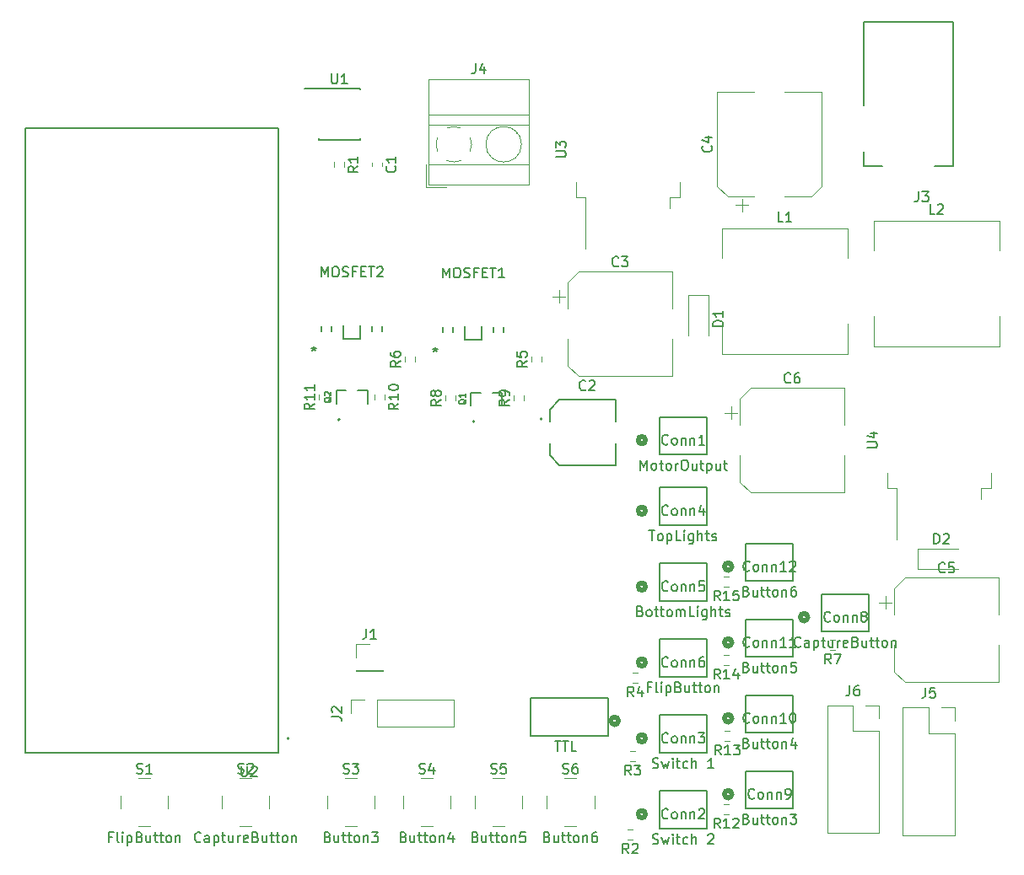
<source format=gbr>
%TF.GenerationSoftware,KiCad,Pcbnew,7.0.10*%
%TF.CreationDate,2024-05-27T10:21:38-04:00*%
%TF.ProjectId,Scout_Board,53636f75-745f-4426-9f61-72642e6b6963,rev?*%
%TF.SameCoordinates,Original*%
%TF.FileFunction,Legend,Top*%
%TF.FilePolarity,Positive*%
%FSLAX46Y46*%
G04 Gerber Fmt 4.6, Leading zero omitted, Abs format (unit mm)*
G04 Created by KiCad (PCBNEW 7.0.10) date 2024-05-27 10:21:38*
%MOMM*%
%LPD*%
G01*
G04 APERTURE LIST*
%ADD10C,0.150000*%
%ADD11C,0.152400*%
%ADD12C,0.508000*%
%ADD13C,0.120000*%
%ADD14C,0.127000*%
%ADD15C,0.200000*%
%ADD16C,0.100000*%
G04 APERTURE END LIST*
D10*
X179808571Y-110678119D02*
X179808571Y-109678119D01*
X179808571Y-109678119D02*
X180141904Y-110392404D01*
X180141904Y-110392404D02*
X180475237Y-109678119D01*
X180475237Y-109678119D02*
X180475237Y-110678119D01*
X181141904Y-109678119D02*
X181332380Y-109678119D01*
X181332380Y-109678119D02*
X181427618Y-109725738D01*
X181427618Y-109725738D02*
X181522856Y-109820976D01*
X181522856Y-109820976D02*
X181570475Y-110011452D01*
X181570475Y-110011452D02*
X181570475Y-110344785D01*
X181570475Y-110344785D02*
X181522856Y-110535261D01*
X181522856Y-110535261D02*
X181427618Y-110630500D01*
X181427618Y-110630500D02*
X181332380Y-110678119D01*
X181332380Y-110678119D02*
X181141904Y-110678119D01*
X181141904Y-110678119D02*
X181046666Y-110630500D01*
X181046666Y-110630500D02*
X180951428Y-110535261D01*
X180951428Y-110535261D02*
X180903809Y-110344785D01*
X180903809Y-110344785D02*
X180903809Y-110011452D01*
X180903809Y-110011452D02*
X180951428Y-109820976D01*
X180951428Y-109820976D02*
X181046666Y-109725738D01*
X181046666Y-109725738D02*
X181141904Y-109678119D01*
X181951428Y-110630500D02*
X182094285Y-110678119D01*
X182094285Y-110678119D02*
X182332380Y-110678119D01*
X182332380Y-110678119D02*
X182427618Y-110630500D01*
X182427618Y-110630500D02*
X182475237Y-110582880D01*
X182475237Y-110582880D02*
X182522856Y-110487642D01*
X182522856Y-110487642D02*
X182522856Y-110392404D01*
X182522856Y-110392404D02*
X182475237Y-110297166D01*
X182475237Y-110297166D02*
X182427618Y-110249547D01*
X182427618Y-110249547D02*
X182332380Y-110201928D01*
X182332380Y-110201928D02*
X182141904Y-110154309D01*
X182141904Y-110154309D02*
X182046666Y-110106690D01*
X182046666Y-110106690D02*
X181999047Y-110059071D01*
X181999047Y-110059071D02*
X181951428Y-109963833D01*
X181951428Y-109963833D02*
X181951428Y-109868595D01*
X181951428Y-109868595D02*
X181999047Y-109773357D01*
X181999047Y-109773357D02*
X182046666Y-109725738D01*
X182046666Y-109725738D02*
X182141904Y-109678119D01*
X182141904Y-109678119D02*
X182379999Y-109678119D01*
X182379999Y-109678119D02*
X182522856Y-109725738D01*
X183284761Y-110154309D02*
X182951428Y-110154309D01*
X182951428Y-110678119D02*
X182951428Y-109678119D01*
X182951428Y-109678119D02*
X183427618Y-109678119D01*
X183808571Y-110154309D02*
X184141904Y-110154309D01*
X184284761Y-110678119D02*
X183808571Y-110678119D01*
X183808571Y-110678119D02*
X183808571Y-109678119D01*
X183808571Y-109678119D02*
X184284761Y-109678119D01*
X184570476Y-109678119D02*
X185141904Y-109678119D01*
X184856190Y-110678119D02*
X184856190Y-109678119D01*
X185999047Y-110678119D02*
X185427619Y-110678119D01*
X185713333Y-110678119D02*
X185713333Y-109678119D01*
X185713333Y-109678119D02*
X185618095Y-109820976D01*
X185618095Y-109820976D02*
X185522857Y-109916214D01*
X185522857Y-109916214D02*
X185427619Y-109963833D01*
X179070000Y-117679119D02*
X179070000Y-117917214D01*
X178831905Y-117821976D02*
X179070000Y-117917214D01*
X179070000Y-117917214D02*
X179308095Y-117821976D01*
X178927143Y-118107690D02*
X179070000Y-117917214D01*
X179070000Y-117917214D02*
X179212857Y-118107690D01*
X179070000Y-117679119D02*
X179070000Y-117917214D01*
X178831905Y-117821976D02*
X179070000Y-117917214D01*
X179070000Y-117917214D02*
X179308095Y-117821976D01*
X178927143Y-118107690D02*
X179070000Y-117917214D01*
X179070000Y-117917214D02*
X179212857Y-118107690D01*
X210609998Y-147679580D02*
X210562379Y-147727200D01*
X210562379Y-147727200D02*
X210419522Y-147774819D01*
X210419522Y-147774819D02*
X210324284Y-147774819D01*
X210324284Y-147774819D02*
X210181427Y-147727200D01*
X210181427Y-147727200D02*
X210086189Y-147631961D01*
X210086189Y-147631961D02*
X210038570Y-147536723D01*
X210038570Y-147536723D02*
X209990951Y-147346247D01*
X209990951Y-147346247D02*
X209990951Y-147203390D01*
X209990951Y-147203390D02*
X210038570Y-147012914D01*
X210038570Y-147012914D02*
X210086189Y-146917676D01*
X210086189Y-146917676D02*
X210181427Y-146822438D01*
X210181427Y-146822438D02*
X210324284Y-146774819D01*
X210324284Y-146774819D02*
X210419522Y-146774819D01*
X210419522Y-146774819D02*
X210562379Y-146822438D01*
X210562379Y-146822438D02*
X210609998Y-146870057D01*
X211181427Y-147774819D02*
X211086189Y-147727200D01*
X211086189Y-147727200D02*
X211038570Y-147679580D01*
X211038570Y-147679580D02*
X210990951Y-147584342D01*
X210990951Y-147584342D02*
X210990951Y-147298628D01*
X210990951Y-147298628D02*
X211038570Y-147203390D01*
X211038570Y-147203390D02*
X211086189Y-147155771D01*
X211086189Y-147155771D02*
X211181427Y-147108152D01*
X211181427Y-147108152D02*
X211324284Y-147108152D01*
X211324284Y-147108152D02*
X211419522Y-147155771D01*
X211419522Y-147155771D02*
X211467141Y-147203390D01*
X211467141Y-147203390D02*
X211514760Y-147298628D01*
X211514760Y-147298628D02*
X211514760Y-147584342D01*
X211514760Y-147584342D02*
X211467141Y-147679580D01*
X211467141Y-147679580D02*
X211419522Y-147727200D01*
X211419522Y-147727200D02*
X211324284Y-147774819D01*
X211324284Y-147774819D02*
X211181427Y-147774819D01*
X211943332Y-147108152D02*
X211943332Y-147774819D01*
X211943332Y-147203390D02*
X211990951Y-147155771D01*
X211990951Y-147155771D02*
X212086189Y-147108152D01*
X212086189Y-147108152D02*
X212229046Y-147108152D01*
X212229046Y-147108152D02*
X212324284Y-147155771D01*
X212324284Y-147155771D02*
X212371903Y-147251009D01*
X212371903Y-147251009D02*
X212371903Y-147774819D01*
X212848094Y-147108152D02*
X212848094Y-147774819D01*
X212848094Y-147203390D02*
X212895713Y-147155771D01*
X212895713Y-147155771D02*
X212990951Y-147108152D01*
X212990951Y-147108152D02*
X213133808Y-147108152D01*
X213133808Y-147108152D02*
X213229046Y-147155771D01*
X213229046Y-147155771D02*
X213276665Y-147251009D01*
X213276665Y-147251009D02*
X213276665Y-147774819D01*
X214276665Y-147774819D02*
X213705237Y-147774819D01*
X213990951Y-147774819D02*
X213990951Y-146774819D01*
X213990951Y-146774819D02*
X213895713Y-146917676D01*
X213895713Y-146917676D02*
X213800475Y-147012914D01*
X213800475Y-147012914D02*
X213705237Y-147060533D01*
X215229046Y-147774819D02*
X214657618Y-147774819D01*
X214943332Y-147774819D02*
X214943332Y-146774819D01*
X214943332Y-146774819D02*
X214848094Y-146917676D01*
X214848094Y-146917676D02*
X214752856Y-147012914D01*
X214752856Y-147012914D02*
X214657618Y-147060533D01*
X210276665Y-149791009D02*
X210419522Y-149838628D01*
X210419522Y-149838628D02*
X210467141Y-149886247D01*
X210467141Y-149886247D02*
X210514760Y-149981485D01*
X210514760Y-149981485D02*
X210514760Y-150124342D01*
X210514760Y-150124342D02*
X210467141Y-150219580D01*
X210467141Y-150219580D02*
X210419522Y-150267200D01*
X210419522Y-150267200D02*
X210324284Y-150314819D01*
X210324284Y-150314819D02*
X209943332Y-150314819D01*
X209943332Y-150314819D02*
X209943332Y-149314819D01*
X209943332Y-149314819D02*
X210276665Y-149314819D01*
X210276665Y-149314819D02*
X210371903Y-149362438D01*
X210371903Y-149362438D02*
X210419522Y-149410057D01*
X210419522Y-149410057D02*
X210467141Y-149505295D01*
X210467141Y-149505295D02*
X210467141Y-149600533D01*
X210467141Y-149600533D02*
X210419522Y-149695771D01*
X210419522Y-149695771D02*
X210371903Y-149743390D01*
X210371903Y-149743390D02*
X210276665Y-149791009D01*
X210276665Y-149791009D02*
X209943332Y-149791009D01*
X211371903Y-149648152D02*
X211371903Y-150314819D01*
X210943332Y-149648152D02*
X210943332Y-150171961D01*
X210943332Y-150171961D02*
X210990951Y-150267200D01*
X210990951Y-150267200D02*
X211086189Y-150314819D01*
X211086189Y-150314819D02*
X211229046Y-150314819D01*
X211229046Y-150314819D02*
X211324284Y-150267200D01*
X211324284Y-150267200D02*
X211371903Y-150219580D01*
X211705237Y-149648152D02*
X212086189Y-149648152D01*
X211848094Y-149314819D02*
X211848094Y-150171961D01*
X211848094Y-150171961D02*
X211895713Y-150267200D01*
X211895713Y-150267200D02*
X211990951Y-150314819D01*
X211990951Y-150314819D02*
X212086189Y-150314819D01*
X212276666Y-149648152D02*
X212657618Y-149648152D01*
X212419523Y-149314819D02*
X212419523Y-150171961D01*
X212419523Y-150171961D02*
X212467142Y-150267200D01*
X212467142Y-150267200D02*
X212562380Y-150314819D01*
X212562380Y-150314819D02*
X212657618Y-150314819D01*
X213133809Y-150314819D02*
X213038571Y-150267200D01*
X213038571Y-150267200D02*
X212990952Y-150219580D01*
X212990952Y-150219580D02*
X212943333Y-150124342D01*
X212943333Y-150124342D02*
X212943333Y-149838628D01*
X212943333Y-149838628D02*
X212990952Y-149743390D01*
X212990952Y-149743390D02*
X213038571Y-149695771D01*
X213038571Y-149695771D02*
X213133809Y-149648152D01*
X213133809Y-149648152D02*
X213276666Y-149648152D01*
X213276666Y-149648152D02*
X213371904Y-149695771D01*
X213371904Y-149695771D02*
X213419523Y-149743390D01*
X213419523Y-149743390D02*
X213467142Y-149838628D01*
X213467142Y-149838628D02*
X213467142Y-150124342D01*
X213467142Y-150124342D02*
X213419523Y-150219580D01*
X213419523Y-150219580D02*
X213371904Y-150267200D01*
X213371904Y-150267200D02*
X213276666Y-150314819D01*
X213276666Y-150314819D02*
X213133809Y-150314819D01*
X213895714Y-149648152D02*
X213895714Y-150314819D01*
X213895714Y-149743390D02*
X213943333Y-149695771D01*
X213943333Y-149695771D02*
X214038571Y-149648152D01*
X214038571Y-149648152D02*
X214181428Y-149648152D01*
X214181428Y-149648152D02*
X214276666Y-149695771D01*
X214276666Y-149695771D02*
X214324285Y-149791009D01*
X214324285Y-149791009D02*
X214324285Y-150314819D01*
X215276666Y-149314819D02*
X214800476Y-149314819D01*
X214800476Y-149314819D02*
X214752857Y-149791009D01*
X214752857Y-149791009D02*
X214800476Y-149743390D01*
X214800476Y-149743390D02*
X214895714Y-149695771D01*
X214895714Y-149695771D02*
X215133809Y-149695771D01*
X215133809Y-149695771D02*
X215229047Y-149743390D01*
X215229047Y-149743390D02*
X215276666Y-149791009D01*
X215276666Y-149791009D02*
X215324285Y-149886247D01*
X215324285Y-149886247D02*
X215324285Y-150124342D01*
X215324285Y-150124342D02*
X215276666Y-150219580D01*
X215276666Y-150219580D02*
X215229047Y-150267200D01*
X215229047Y-150267200D02*
X215133809Y-150314819D01*
X215133809Y-150314819D02*
X214895714Y-150314819D01*
X214895714Y-150314819D02*
X214800476Y-150267200D01*
X214800476Y-150267200D02*
X214752857Y-150219580D01*
X222420819Y-127761904D02*
X223230342Y-127761904D01*
X223230342Y-127761904D02*
X223325580Y-127714285D01*
X223325580Y-127714285D02*
X223373200Y-127666666D01*
X223373200Y-127666666D02*
X223420819Y-127571428D01*
X223420819Y-127571428D02*
X223420819Y-127380952D01*
X223420819Y-127380952D02*
X223373200Y-127285714D01*
X223373200Y-127285714D02*
X223325580Y-127238095D01*
X223325580Y-127238095D02*
X223230342Y-127190476D01*
X223230342Y-127190476D02*
X222420819Y-127190476D01*
X222754152Y-126285714D02*
X223420819Y-126285714D01*
X222373200Y-126523809D02*
X223087485Y-126761904D01*
X223087485Y-126761904D02*
X223087485Y-126142857D01*
X191178819Y-98551904D02*
X191988342Y-98551904D01*
X191988342Y-98551904D02*
X192083580Y-98504285D01*
X192083580Y-98504285D02*
X192131200Y-98456666D01*
X192131200Y-98456666D02*
X192178819Y-98361428D01*
X192178819Y-98361428D02*
X192178819Y-98170952D01*
X192178819Y-98170952D02*
X192131200Y-98075714D01*
X192131200Y-98075714D02*
X192083580Y-98028095D01*
X192083580Y-98028095D02*
X191988342Y-97980476D01*
X191988342Y-97980476D02*
X191178819Y-97980476D01*
X191178819Y-97599523D02*
X191178819Y-96980476D01*
X191178819Y-96980476D02*
X191559771Y-97313809D01*
X191559771Y-97313809D02*
X191559771Y-97170952D01*
X191559771Y-97170952D02*
X191607390Y-97075714D01*
X191607390Y-97075714D02*
X191655009Y-97028095D01*
X191655009Y-97028095D02*
X191750247Y-96980476D01*
X191750247Y-96980476D02*
X191988342Y-96980476D01*
X191988342Y-96980476D02*
X192083580Y-97028095D01*
X192083580Y-97028095D02*
X192131200Y-97075714D01*
X192131200Y-97075714D02*
X192178819Y-97170952D01*
X192178819Y-97170952D02*
X192178819Y-97456666D01*
X192178819Y-97456666D02*
X192131200Y-97551904D01*
X192131200Y-97551904D02*
X192083580Y-97599523D01*
X188254819Y-119038666D02*
X187778628Y-119371999D01*
X188254819Y-119610094D02*
X187254819Y-119610094D01*
X187254819Y-119610094D02*
X187254819Y-119229142D01*
X187254819Y-119229142D02*
X187302438Y-119133904D01*
X187302438Y-119133904D02*
X187350057Y-119086285D01*
X187350057Y-119086285D02*
X187445295Y-119038666D01*
X187445295Y-119038666D02*
X187588152Y-119038666D01*
X187588152Y-119038666D02*
X187683390Y-119086285D01*
X187683390Y-119086285D02*
X187731009Y-119133904D01*
X187731009Y-119133904D02*
X187778628Y-119229142D01*
X187778628Y-119229142D02*
X187778628Y-119610094D01*
X187254819Y-118133904D02*
X187254819Y-118610094D01*
X187254819Y-118610094D02*
X187731009Y-118657713D01*
X187731009Y-118657713D02*
X187683390Y-118610094D01*
X187683390Y-118610094D02*
X187635771Y-118514856D01*
X187635771Y-118514856D02*
X187635771Y-118276761D01*
X187635771Y-118276761D02*
X187683390Y-118181523D01*
X187683390Y-118181523D02*
X187731009Y-118133904D01*
X187731009Y-118133904D02*
X187826247Y-118086285D01*
X187826247Y-118086285D02*
X188064342Y-118086285D01*
X188064342Y-118086285D02*
X188159580Y-118133904D01*
X188159580Y-118133904D02*
X188207200Y-118181523D01*
X188207200Y-118181523D02*
X188254819Y-118276761D01*
X188254819Y-118276761D02*
X188254819Y-118514856D01*
X188254819Y-118514856D02*
X188207200Y-118610094D01*
X188207200Y-118610094D02*
X188159580Y-118657713D01*
X210609998Y-140059580D02*
X210562379Y-140107200D01*
X210562379Y-140107200D02*
X210419522Y-140154819D01*
X210419522Y-140154819D02*
X210324284Y-140154819D01*
X210324284Y-140154819D02*
X210181427Y-140107200D01*
X210181427Y-140107200D02*
X210086189Y-140011961D01*
X210086189Y-140011961D02*
X210038570Y-139916723D01*
X210038570Y-139916723D02*
X209990951Y-139726247D01*
X209990951Y-139726247D02*
X209990951Y-139583390D01*
X209990951Y-139583390D02*
X210038570Y-139392914D01*
X210038570Y-139392914D02*
X210086189Y-139297676D01*
X210086189Y-139297676D02*
X210181427Y-139202438D01*
X210181427Y-139202438D02*
X210324284Y-139154819D01*
X210324284Y-139154819D02*
X210419522Y-139154819D01*
X210419522Y-139154819D02*
X210562379Y-139202438D01*
X210562379Y-139202438D02*
X210609998Y-139250057D01*
X211181427Y-140154819D02*
X211086189Y-140107200D01*
X211086189Y-140107200D02*
X211038570Y-140059580D01*
X211038570Y-140059580D02*
X210990951Y-139964342D01*
X210990951Y-139964342D02*
X210990951Y-139678628D01*
X210990951Y-139678628D02*
X211038570Y-139583390D01*
X211038570Y-139583390D02*
X211086189Y-139535771D01*
X211086189Y-139535771D02*
X211181427Y-139488152D01*
X211181427Y-139488152D02*
X211324284Y-139488152D01*
X211324284Y-139488152D02*
X211419522Y-139535771D01*
X211419522Y-139535771D02*
X211467141Y-139583390D01*
X211467141Y-139583390D02*
X211514760Y-139678628D01*
X211514760Y-139678628D02*
X211514760Y-139964342D01*
X211514760Y-139964342D02*
X211467141Y-140059580D01*
X211467141Y-140059580D02*
X211419522Y-140107200D01*
X211419522Y-140107200D02*
X211324284Y-140154819D01*
X211324284Y-140154819D02*
X211181427Y-140154819D01*
X211943332Y-139488152D02*
X211943332Y-140154819D01*
X211943332Y-139583390D02*
X211990951Y-139535771D01*
X211990951Y-139535771D02*
X212086189Y-139488152D01*
X212086189Y-139488152D02*
X212229046Y-139488152D01*
X212229046Y-139488152D02*
X212324284Y-139535771D01*
X212324284Y-139535771D02*
X212371903Y-139631009D01*
X212371903Y-139631009D02*
X212371903Y-140154819D01*
X212848094Y-139488152D02*
X212848094Y-140154819D01*
X212848094Y-139583390D02*
X212895713Y-139535771D01*
X212895713Y-139535771D02*
X212990951Y-139488152D01*
X212990951Y-139488152D02*
X213133808Y-139488152D01*
X213133808Y-139488152D02*
X213229046Y-139535771D01*
X213229046Y-139535771D02*
X213276665Y-139631009D01*
X213276665Y-139631009D02*
X213276665Y-140154819D01*
X214276665Y-140154819D02*
X213705237Y-140154819D01*
X213990951Y-140154819D02*
X213990951Y-139154819D01*
X213990951Y-139154819D02*
X213895713Y-139297676D01*
X213895713Y-139297676D02*
X213800475Y-139392914D01*
X213800475Y-139392914D02*
X213705237Y-139440533D01*
X214657618Y-139250057D02*
X214705237Y-139202438D01*
X214705237Y-139202438D02*
X214800475Y-139154819D01*
X214800475Y-139154819D02*
X215038570Y-139154819D01*
X215038570Y-139154819D02*
X215133808Y-139202438D01*
X215133808Y-139202438D02*
X215181427Y-139250057D01*
X215181427Y-139250057D02*
X215229046Y-139345295D01*
X215229046Y-139345295D02*
X215229046Y-139440533D01*
X215229046Y-139440533D02*
X215181427Y-139583390D01*
X215181427Y-139583390D02*
X214609999Y-140154819D01*
X214609999Y-140154819D02*
X215229046Y-140154819D01*
X210276665Y-142171009D02*
X210419522Y-142218628D01*
X210419522Y-142218628D02*
X210467141Y-142266247D01*
X210467141Y-142266247D02*
X210514760Y-142361485D01*
X210514760Y-142361485D02*
X210514760Y-142504342D01*
X210514760Y-142504342D02*
X210467141Y-142599580D01*
X210467141Y-142599580D02*
X210419522Y-142647200D01*
X210419522Y-142647200D02*
X210324284Y-142694819D01*
X210324284Y-142694819D02*
X209943332Y-142694819D01*
X209943332Y-142694819D02*
X209943332Y-141694819D01*
X209943332Y-141694819D02*
X210276665Y-141694819D01*
X210276665Y-141694819D02*
X210371903Y-141742438D01*
X210371903Y-141742438D02*
X210419522Y-141790057D01*
X210419522Y-141790057D02*
X210467141Y-141885295D01*
X210467141Y-141885295D02*
X210467141Y-141980533D01*
X210467141Y-141980533D02*
X210419522Y-142075771D01*
X210419522Y-142075771D02*
X210371903Y-142123390D01*
X210371903Y-142123390D02*
X210276665Y-142171009D01*
X210276665Y-142171009D02*
X209943332Y-142171009D01*
X211371903Y-142028152D02*
X211371903Y-142694819D01*
X210943332Y-142028152D02*
X210943332Y-142551961D01*
X210943332Y-142551961D02*
X210990951Y-142647200D01*
X210990951Y-142647200D02*
X211086189Y-142694819D01*
X211086189Y-142694819D02*
X211229046Y-142694819D01*
X211229046Y-142694819D02*
X211324284Y-142647200D01*
X211324284Y-142647200D02*
X211371903Y-142599580D01*
X211705237Y-142028152D02*
X212086189Y-142028152D01*
X211848094Y-141694819D02*
X211848094Y-142551961D01*
X211848094Y-142551961D02*
X211895713Y-142647200D01*
X211895713Y-142647200D02*
X211990951Y-142694819D01*
X211990951Y-142694819D02*
X212086189Y-142694819D01*
X212276666Y-142028152D02*
X212657618Y-142028152D01*
X212419523Y-141694819D02*
X212419523Y-142551961D01*
X212419523Y-142551961D02*
X212467142Y-142647200D01*
X212467142Y-142647200D02*
X212562380Y-142694819D01*
X212562380Y-142694819D02*
X212657618Y-142694819D01*
X213133809Y-142694819D02*
X213038571Y-142647200D01*
X213038571Y-142647200D02*
X212990952Y-142599580D01*
X212990952Y-142599580D02*
X212943333Y-142504342D01*
X212943333Y-142504342D02*
X212943333Y-142218628D01*
X212943333Y-142218628D02*
X212990952Y-142123390D01*
X212990952Y-142123390D02*
X213038571Y-142075771D01*
X213038571Y-142075771D02*
X213133809Y-142028152D01*
X213133809Y-142028152D02*
X213276666Y-142028152D01*
X213276666Y-142028152D02*
X213371904Y-142075771D01*
X213371904Y-142075771D02*
X213419523Y-142123390D01*
X213419523Y-142123390D02*
X213467142Y-142218628D01*
X213467142Y-142218628D02*
X213467142Y-142504342D01*
X213467142Y-142504342D02*
X213419523Y-142599580D01*
X213419523Y-142599580D02*
X213371904Y-142647200D01*
X213371904Y-142647200D02*
X213276666Y-142694819D01*
X213276666Y-142694819D02*
X213133809Y-142694819D01*
X213895714Y-142028152D02*
X213895714Y-142694819D01*
X213895714Y-142123390D02*
X213943333Y-142075771D01*
X213943333Y-142075771D02*
X214038571Y-142028152D01*
X214038571Y-142028152D02*
X214181428Y-142028152D01*
X214181428Y-142028152D02*
X214276666Y-142075771D01*
X214276666Y-142075771D02*
X214324285Y-142171009D01*
X214324285Y-142171009D02*
X214324285Y-142694819D01*
X215229047Y-141694819D02*
X215038571Y-141694819D01*
X215038571Y-141694819D02*
X214943333Y-141742438D01*
X214943333Y-141742438D02*
X214895714Y-141790057D01*
X214895714Y-141790057D02*
X214800476Y-141932914D01*
X214800476Y-141932914D02*
X214752857Y-142123390D01*
X214752857Y-142123390D02*
X214752857Y-142504342D01*
X214752857Y-142504342D02*
X214800476Y-142599580D01*
X214800476Y-142599580D02*
X214848095Y-142647200D01*
X214848095Y-142647200D02*
X214943333Y-142694819D01*
X214943333Y-142694819D02*
X215133809Y-142694819D01*
X215133809Y-142694819D02*
X215229047Y-142647200D01*
X215229047Y-142647200D02*
X215276666Y-142599580D01*
X215276666Y-142599580D02*
X215324285Y-142504342D01*
X215324285Y-142504342D02*
X215324285Y-142266247D01*
X215324285Y-142266247D02*
X215276666Y-142171009D01*
X215276666Y-142171009D02*
X215229047Y-142123390D01*
X215229047Y-142123390D02*
X215133809Y-142075771D01*
X215133809Y-142075771D02*
X214943333Y-142075771D01*
X214943333Y-142075771D02*
X214848095Y-142123390D01*
X214848095Y-142123390D02*
X214800476Y-142171009D01*
X214800476Y-142171009D02*
X214752857Y-142266247D01*
X218781333Y-149458819D02*
X218448000Y-148982628D01*
X218209905Y-149458819D02*
X218209905Y-148458819D01*
X218209905Y-148458819D02*
X218590857Y-148458819D01*
X218590857Y-148458819D02*
X218686095Y-148506438D01*
X218686095Y-148506438D02*
X218733714Y-148554057D01*
X218733714Y-148554057D02*
X218781333Y-148649295D01*
X218781333Y-148649295D02*
X218781333Y-148792152D01*
X218781333Y-148792152D02*
X218733714Y-148887390D01*
X218733714Y-148887390D02*
X218686095Y-148935009D01*
X218686095Y-148935009D02*
X218590857Y-148982628D01*
X218590857Y-148982628D02*
X218209905Y-148982628D01*
X219114667Y-148458819D02*
X219781333Y-148458819D01*
X219781333Y-148458819D02*
X219352762Y-149458819D01*
X220666666Y-151654819D02*
X220666666Y-152369104D01*
X220666666Y-152369104D02*
X220619047Y-152511961D01*
X220619047Y-152511961D02*
X220523809Y-152607200D01*
X220523809Y-152607200D02*
X220380952Y-152654819D01*
X220380952Y-152654819D02*
X220285714Y-152654819D01*
X221571428Y-151654819D02*
X221380952Y-151654819D01*
X221380952Y-151654819D02*
X221285714Y-151702438D01*
X221285714Y-151702438D02*
X221238095Y-151750057D01*
X221238095Y-151750057D02*
X221142857Y-151892914D01*
X221142857Y-151892914D02*
X221095238Y-152083390D01*
X221095238Y-152083390D02*
X221095238Y-152464342D01*
X221095238Y-152464342D02*
X221142857Y-152559580D01*
X221142857Y-152559580D02*
X221190476Y-152607200D01*
X221190476Y-152607200D02*
X221285714Y-152654819D01*
X221285714Y-152654819D02*
X221476190Y-152654819D01*
X221476190Y-152654819D02*
X221571428Y-152607200D01*
X221571428Y-152607200D02*
X221619047Y-152559580D01*
X221619047Y-152559580D02*
X221666666Y-152464342D01*
X221666666Y-152464342D02*
X221666666Y-152226247D01*
X221666666Y-152226247D02*
X221619047Y-152131009D01*
X221619047Y-152131009D02*
X221571428Y-152083390D01*
X221571428Y-152083390D02*
X221476190Y-152035771D01*
X221476190Y-152035771D02*
X221285714Y-152035771D01*
X221285714Y-152035771D02*
X221190476Y-152083390D01*
X221190476Y-152083390D02*
X221142857Y-152131009D01*
X221142857Y-152131009D02*
X221095238Y-152226247D01*
X175366819Y-123324857D02*
X174890628Y-123658190D01*
X175366819Y-123896285D02*
X174366819Y-123896285D01*
X174366819Y-123896285D02*
X174366819Y-123515333D01*
X174366819Y-123515333D02*
X174414438Y-123420095D01*
X174414438Y-123420095D02*
X174462057Y-123372476D01*
X174462057Y-123372476D02*
X174557295Y-123324857D01*
X174557295Y-123324857D02*
X174700152Y-123324857D01*
X174700152Y-123324857D02*
X174795390Y-123372476D01*
X174795390Y-123372476D02*
X174843009Y-123420095D01*
X174843009Y-123420095D02*
X174890628Y-123515333D01*
X174890628Y-123515333D02*
X174890628Y-123896285D01*
X175366819Y-122372476D02*
X175366819Y-122943904D01*
X175366819Y-122658190D02*
X174366819Y-122658190D01*
X174366819Y-122658190D02*
X174509676Y-122753428D01*
X174509676Y-122753428D02*
X174604914Y-122848666D01*
X174604914Y-122848666D02*
X174652533Y-122943904D01*
X174366819Y-121753428D02*
X174366819Y-121658190D01*
X174366819Y-121658190D02*
X174414438Y-121562952D01*
X174414438Y-121562952D02*
X174462057Y-121515333D01*
X174462057Y-121515333D02*
X174557295Y-121467714D01*
X174557295Y-121467714D02*
X174747771Y-121420095D01*
X174747771Y-121420095D02*
X174985866Y-121420095D01*
X174985866Y-121420095D02*
X175176342Y-121467714D01*
X175176342Y-121467714D02*
X175271580Y-121515333D01*
X175271580Y-121515333D02*
X175319200Y-121562952D01*
X175319200Y-121562952D02*
X175366819Y-121658190D01*
X175366819Y-121658190D02*
X175366819Y-121753428D01*
X175366819Y-121753428D02*
X175319200Y-121848666D01*
X175319200Y-121848666D02*
X175271580Y-121896285D01*
X175271580Y-121896285D02*
X175176342Y-121943904D01*
X175176342Y-121943904D02*
X174985866Y-121991523D01*
X174985866Y-121991523D02*
X174747771Y-121991523D01*
X174747771Y-121991523D02*
X174557295Y-121943904D01*
X174557295Y-121943904D02*
X174462057Y-121896285D01*
X174462057Y-121896285D02*
X174414438Y-121848666D01*
X174414438Y-121848666D02*
X174366819Y-121753428D01*
X159597595Y-159759819D02*
X159597595Y-160569342D01*
X159597595Y-160569342D02*
X159645214Y-160664580D01*
X159645214Y-160664580D02*
X159692833Y-160712200D01*
X159692833Y-160712200D02*
X159788071Y-160759819D01*
X159788071Y-160759819D02*
X159978547Y-160759819D01*
X159978547Y-160759819D02*
X160073785Y-160712200D01*
X160073785Y-160712200D02*
X160121404Y-160664580D01*
X160121404Y-160664580D02*
X160169023Y-160569342D01*
X160169023Y-160569342D02*
X160169023Y-159759819D01*
X160597595Y-159855057D02*
X160645214Y-159807438D01*
X160645214Y-159807438D02*
X160740452Y-159759819D01*
X160740452Y-159759819D02*
X160978547Y-159759819D01*
X160978547Y-159759819D02*
X161073785Y-159807438D01*
X161073785Y-159807438D02*
X161121404Y-159855057D01*
X161121404Y-159855057D02*
X161169023Y-159950295D01*
X161169023Y-159950295D02*
X161169023Y-160045533D01*
X161169023Y-160045533D02*
X161121404Y-160188390D01*
X161121404Y-160188390D02*
X160549976Y-160759819D01*
X160549976Y-160759819D02*
X161169023Y-160759819D01*
X207637142Y-150982819D02*
X207303809Y-150506628D01*
X207065714Y-150982819D02*
X207065714Y-149982819D01*
X207065714Y-149982819D02*
X207446666Y-149982819D01*
X207446666Y-149982819D02*
X207541904Y-150030438D01*
X207541904Y-150030438D02*
X207589523Y-150078057D01*
X207589523Y-150078057D02*
X207637142Y-150173295D01*
X207637142Y-150173295D02*
X207637142Y-150316152D01*
X207637142Y-150316152D02*
X207589523Y-150411390D01*
X207589523Y-150411390D02*
X207541904Y-150459009D01*
X207541904Y-150459009D02*
X207446666Y-150506628D01*
X207446666Y-150506628D02*
X207065714Y-150506628D01*
X208589523Y-150982819D02*
X208018095Y-150982819D01*
X208303809Y-150982819D02*
X208303809Y-149982819D01*
X208303809Y-149982819D02*
X208208571Y-150125676D01*
X208208571Y-150125676D02*
X208113333Y-150220914D01*
X208113333Y-150220914D02*
X208018095Y-150268533D01*
X209446666Y-150316152D02*
X209446666Y-150982819D01*
X209208571Y-149935200D02*
X208970476Y-150649485D01*
X208970476Y-150649485D02*
X209589523Y-150649485D01*
X228266666Y-151878819D02*
X228266666Y-152593104D01*
X228266666Y-152593104D02*
X228219047Y-152735961D01*
X228219047Y-152735961D02*
X228123809Y-152831200D01*
X228123809Y-152831200D02*
X227980952Y-152878819D01*
X227980952Y-152878819D02*
X227885714Y-152878819D01*
X229219047Y-151878819D02*
X228742857Y-151878819D01*
X228742857Y-151878819D02*
X228695238Y-152355009D01*
X228695238Y-152355009D02*
X228742857Y-152307390D01*
X228742857Y-152307390D02*
X228838095Y-152259771D01*
X228838095Y-152259771D02*
X229076190Y-152259771D01*
X229076190Y-152259771D02*
X229171428Y-152307390D01*
X229171428Y-152307390D02*
X229219047Y-152355009D01*
X229219047Y-152355009D02*
X229266666Y-152450247D01*
X229266666Y-152450247D02*
X229266666Y-152688342D01*
X229266666Y-152688342D02*
X229219047Y-152783580D01*
X229219047Y-152783580D02*
X229171428Y-152831200D01*
X229171428Y-152831200D02*
X229076190Y-152878819D01*
X229076190Y-152878819D02*
X228838095Y-152878819D01*
X228838095Y-152878819D02*
X228742857Y-152831200D01*
X228742857Y-152831200D02*
X228695238Y-152783580D01*
X210609998Y-155299580D02*
X210562379Y-155347200D01*
X210562379Y-155347200D02*
X210419522Y-155394819D01*
X210419522Y-155394819D02*
X210324284Y-155394819D01*
X210324284Y-155394819D02*
X210181427Y-155347200D01*
X210181427Y-155347200D02*
X210086189Y-155251961D01*
X210086189Y-155251961D02*
X210038570Y-155156723D01*
X210038570Y-155156723D02*
X209990951Y-154966247D01*
X209990951Y-154966247D02*
X209990951Y-154823390D01*
X209990951Y-154823390D02*
X210038570Y-154632914D01*
X210038570Y-154632914D02*
X210086189Y-154537676D01*
X210086189Y-154537676D02*
X210181427Y-154442438D01*
X210181427Y-154442438D02*
X210324284Y-154394819D01*
X210324284Y-154394819D02*
X210419522Y-154394819D01*
X210419522Y-154394819D02*
X210562379Y-154442438D01*
X210562379Y-154442438D02*
X210609998Y-154490057D01*
X211181427Y-155394819D02*
X211086189Y-155347200D01*
X211086189Y-155347200D02*
X211038570Y-155299580D01*
X211038570Y-155299580D02*
X210990951Y-155204342D01*
X210990951Y-155204342D02*
X210990951Y-154918628D01*
X210990951Y-154918628D02*
X211038570Y-154823390D01*
X211038570Y-154823390D02*
X211086189Y-154775771D01*
X211086189Y-154775771D02*
X211181427Y-154728152D01*
X211181427Y-154728152D02*
X211324284Y-154728152D01*
X211324284Y-154728152D02*
X211419522Y-154775771D01*
X211419522Y-154775771D02*
X211467141Y-154823390D01*
X211467141Y-154823390D02*
X211514760Y-154918628D01*
X211514760Y-154918628D02*
X211514760Y-155204342D01*
X211514760Y-155204342D02*
X211467141Y-155299580D01*
X211467141Y-155299580D02*
X211419522Y-155347200D01*
X211419522Y-155347200D02*
X211324284Y-155394819D01*
X211324284Y-155394819D02*
X211181427Y-155394819D01*
X211943332Y-154728152D02*
X211943332Y-155394819D01*
X211943332Y-154823390D02*
X211990951Y-154775771D01*
X211990951Y-154775771D02*
X212086189Y-154728152D01*
X212086189Y-154728152D02*
X212229046Y-154728152D01*
X212229046Y-154728152D02*
X212324284Y-154775771D01*
X212324284Y-154775771D02*
X212371903Y-154871009D01*
X212371903Y-154871009D02*
X212371903Y-155394819D01*
X212848094Y-154728152D02*
X212848094Y-155394819D01*
X212848094Y-154823390D02*
X212895713Y-154775771D01*
X212895713Y-154775771D02*
X212990951Y-154728152D01*
X212990951Y-154728152D02*
X213133808Y-154728152D01*
X213133808Y-154728152D02*
X213229046Y-154775771D01*
X213229046Y-154775771D02*
X213276665Y-154871009D01*
X213276665Y-154871009D02*
X213276665Y-155394819D01*
X214276665Y-155394819D02*
X213705237Y-155394819D01*
X213990951Y-155394819D02*
X213990951Y-154394819D01*
X213990951Y-154394819D02*
X213895713Y-154537676D01*
X213895713Y-154537676D02*
X213800475Y-154632914D01*
X213800475Y-154632914D02*
X213705237Y-154680533D01*
X214895713Y-154394819D02*
X214990951Y-154394819D01*
X214990951Y-154394819D02*
X215086189Y-154442438D01*
X215086189Y-154442438D02*
X215133808Y-154490057D01*
X215133808Y-154490057D02*
X215181427Y-154585295D01*
X215181427Y-154585295D02*
X215229046Y-154775771D01*
X215229046Y-154775771D02*
X215229046Y-155013866D01*
X215229046Y-155013866D02*
X215181427Y-155204342D01*
X215181427Y-155204342D02*
X215133808Y-155299580D01*
X215133808Y-155299580D02*
X215086189Y-155347200D01*
X215086189Y-155347200D02*
X214990951Y-155394819D01*
X214990951Y-155394819D02*
X214895713Y-155394819D01*
X214895713Y-155394819D02*
X214800475Y-155347200D01*
X214800475Y-155347200D02*
X214752856Y-155299580D01*
X214752856Y-155299580D02*
X214705237Y-155204342D01*
X214705237Y-155204342D02*
X214657618Y-155013866D01*
X214657618Y-155013866D02*
X214657618Y-154775771D01*
X214657618Y-154775771D02*
X214705237Y-154585295D01*
X214705237Y-154585295D02*
X214752856Y-154490057D01*
X214752856Y-154490057D02*
X214800475Y-154442438D01*
X214800475Y-154442438D02*
X214895713Y-154394819D01*
X210276665Y-157411009D02*
X210419522Y-157458628D01*
X210419522Y-157458628D02*
X210467141Y-157506247D01*
X210467141Y-157506247D02*
X210514760Y-157601485D01*
X210514760Y-157601485D02*
X210514760Y-157744342D01*
X210514760Y-157744342D02*
X210467141Y-157839580D01*
X210467141Y-157839580D02*
X210419522Y-157887200D01*
X210419522Y-157887200D02*
X210324284Y-157934819D01*
X210324284Y-157934819D02*
X209943332Y-157934819D01*
X209943332Y-157934819D02*
X209943332Y-156934819D01*
X209943332Y-156934819D02*
X210276665Y-156934819D01*
X210276665Y-156934819D02*
X210371903Y-156982438D01*
X210371903Y-156982438D02*
X210419522Y-157030057D01*
X210419522Y-157030057D02*
X210467141Y-157125295D01*
X210467141Y-157125295D02*
X210467141Y-157220533D01*
X210467141Y-157220533D02*
X210419522Y-157315771D01*
X210419522Y-157315771D02*
X210371903Y-157363390D01*
X210371903Y-157363390D02*
X210276665Y-157411009D01*
X210276665Y-157411009D02*
X209943332Y-157411009D01*
X211371903Y-157268152D02*
X211371903Y-157934819D01*
X210943332Y-157268152D02*
X210943332Y-157791961D01*
X210943332Y-157791961D02*
X210990951Y-157887200D01*
X210990951Y-157887200D02*
X211086189Y-157934819D01*
X211086189Y-157934819D02*
X211229046Y-157934819D01*
X211229046Y-157934819D02*
X211324284Y-157887200D01*
X211324284Y-157887200D02*
X211371903Y-157839580D01*
X211705237Y-157268152D02*
X212086189Y-157268152D01*
X211848094Y-156934819D02*
X211848094Y-157791961D01*
X211848094Y-157791961D02*
X211895713Y-157887200D01*
X211895713Y-157887200D02*
X211990951Y-157934819D01*
X211990951Y-157934819D02*
X212086189Y-157934819D01*
X212276666Y-157268152D02*
X212657618Y-157268152D01*
X212419523Y-156934819D02*
X212419523Y-157791961D01*
X212419523Y-157791961D02*
X212467142Y-157887200D01*
X212467142Y-157887200D02*
X212562380Y-157934819D01*
X212562380Y-157934819D02*
X212657618Y-157934819D01*
X213133809Y-157934819D02*
X213038571Y-157887200D01*
X213038571Y-157887200D02*
X212990952Y-157839580D01*
X212990952Y-157839580D02*
X212943333Y-157744342D01*
X212943333Y-157744342D02*
X212943333Y-157458628D01*
X212943333Y-157458628D02*
X212990952Y-157363390D01*
X212990952Y-157363390D02*
X213038571Y-157315771D01*
X213038571Y-157315771D02*
X213133809Y-157268152D01*
X213133809Y-157268152D02*
X213276666Y-157268152D01*
X213276666Y-157268152D02*
X213371904Y-157315771D01*
X213371904Y-157315771D02*
X213419523Y-157363390D01*
X213419523Y-157363390D02*
X213467142Y-157458628D01*
X213467142Y-157458628D02*
X213467142Y-157744342D01*
X213467142Y-157744342D02*
X213419523Y-157839580D01*
X213419523Y-157839580D02*
X213371904Y-157887200D01*
X213371904Y-157887200D02*
X213276666Y-157934819D01*
X213276666Y-157934819D02*
X213133809Y-157934819D01*
X213895714Y-157268152D02*
X213895714Y-157934819D01*
X213895714Y-157363390D02*
X213943333Y-157315771D01*
X213943333Y-157315771D02*
X214038571Y-157268152D01*
X214038571Y-157268152D02*
X214181428Y-157268152D01*
X214181428Y-157268152D02*
X214276666Y-157315771D01*
X214276666Y-157315771D02*
X214324285Y-157411009D01*
X214324285Y-157411009D02*
X214324285Y-157934819D01*
X215229047Y-157268152D02*
X215229047Y-157934819D01*
X214990952Y-156887200D02*
X214752857Y-157601485D01*
X214752857Y-157601485D02*
X215371904Y-157601485D01*
X202426190Y-134447581D02*
X202378571Y-134495201D01*
X202378571Y-134495201D02*
X202235714Y-134542820D01*
X202235714Y-134542820D02*
X202140476Y-134542820D01*
X202140476Y-134542820D02*
X201997619Y-134495201D01*
X201997619Y-134495201D02*
X201902381Y-134399962D01*
X201902381Y-134399962D02*
X201854762Y-134304724D01*
X201854762Y-134304724D02*
X201807143Y-134114248D01*
X201807143Y-134114248D02*
X201807143Y-133971391D01*
X201807143Y-133971391D02*
X201854762Y-133780915D01*
X201854762Y-133780915D02*
X201902381Y-133685677D01*
X201902381Y-133685677D02*
X201997619Y-133590439D01*
X201997619Y-133590439D02*
X202140476Y-133542820D01*
X202140476Y-133542820D02*
X202235714Y-133542820D01*
X202235714Y-133542820D02*
X202378571Y-133590439D01*
X202378571Y-133590439D02*
X202426190Y-133638058D01*
X202997619Y-134542820D02*
X202902381Y-134495201D01*
X202902381Y-134495201D02*
X202854762Y-134447581D01*
X202854762Y-134447581D02*
X202807143Y-134352343D01*
X202807143Y-134352343D02*
X202807143Y-134066629D01*
X202807143Y-134066629D02*
X202854762Y-133971391D01*
X202854762Y-133971391D02*
X202902381Y-133923772D01*
X202902381Y-133923772D02*
X202997619Y-133876153D01*
X202997619Y-133876153D02*
X203140476Y-133876153D01*
X203140476Y-133876153D02*
X203235714Y-133923772D01*
X203235714Y-133923772D02*
X203283333Y-133971391D01*
X203283333Y-133971391D02*
X203330952Y-134066629D01*
X203330952Y-134066629D02*
X203330952Y-134352343D01*
X203330952Y-134352343D02*
X203283333Y-134447581D01*
X203283333Y-134447581D02*
X203235714Y-134495201D01*
X203235714Y-134495201D02*
X203140476Y-134542820D01*
X203140476Y-134542820D02*
X202997619Y-134542820D01*
X203759524Y-133876153D02*
X203759524Y-134542820D01*
X203759524Y-133971391D02*
X203807143Y-133923772D01*
X203807143Y-133923772D02*
X203902381Y-133876153D01*
X203902381Y-133876153D02*
X204045238Y-133876153D01*
X204045238Y-133876153D02*
X204140476Y-133923772D01*
X204140476Y-133923772D02*
X204188095Y-134019010D01*
X204188095Y-134019010D02*
X204188095Y-134542820D01*
X204664286Y-133876153D02*
X204664286Y-134542820D01*
X204664286Y-133971391D02*
X204711905Y-133923772D01*
X204711905Y-133923772D02*
X204807143Y-133876153D01*
X204807143Y-133876153D02*
X204950000Y-133876153D01*
X204950000Y-133876153D02*
X205045238Y-133923772D01*
X205045238Y-133923772D02*
X205092857Y-134019010D01*
X205092857Y-134019010D02*
X205092857Y-134542820D01*
X205997619Y-133876153D02*
X205997619Y-134542820D01*
X205759524Y-133495201D02*
X205521429Y-134209486D01*
X205521429Y-134209486D02*
X206140476Y-134209486D01*
X200521428Y-136082820D02*
X201092856Y-136082820D01*
X200807142Y-137082820D02*
X200807142Y-136082820D01*
X201569047Y-137082820D02*
X201473809Y-137035201D01*
X201473809Y-137035201D02*
X201426190Y-136987581D01*
X201426190Y-136987581D02*
X201378571Y-136892343D01*
X201378571Y-136892343D02*
X201378571Y-136606629D01*
X201378571Y-136606629D02*
X201426190Y-136511391D01*
X201426190Y-136511391D02*
X201473809Y-136463772D01*
X201473809Y-136463772D02*
X201569047Y-136416153D01*
X201569047Y-136416153D02*
X201711904Y-136416153D01*
X201711904Y-136416153D02*
X201807142Y-136463772D01*
X201807142Y-136463772D02*
X201854761Y-136511391D01*
X201854761Y-136511391D02*
X201902380Y-136606629D01*
X201902380Y-136606629D02*
X201902380Y-136892343D01*
X201902380Y-136892343D02*
X201854761Y-136987581D01*
X201854761Y-136987581D02*
X201807142Y-137035201D01*
X201807142Y-137035201D02*
X201711904Y-137082820D01*
X201711904Y-137082820D02*
X201569047Y-137082820D01*
X202330952Y-136416153D02*
X202330952Y-137416153D01*
X202330952Y-136463772D02*
X202426190Y-136416153D01*
X202426190Y-136416153D02*
X202616666Y-136416153D01*
X202616666Y-136416153D02*
X202711904Y-136463772D01*
X202711904Y-136463772D02*
X202759523Y-136511391D01*
X202759523Y-136511391D02*
X202807142Y-136606629D01*
X202807142Y-136606629D02*
X202807142Y-136892343D01*
X202807142Y-136892343D02*
X202759523Y-136987581D01*
X202759523Y-136987581D02*
X202711904Y-137035201D01*
X202711904Y-137035201D02*
X202616666Y-137082820D01*
X202616666Y-137082820D02*
X202426190Y-137082820D01*
X202426190Y-137082820D02*
X202330952Y-137035201D01*
X203711904Y-137082820D02*
X203235714Y-137082820D01*
X203235714Y-137082820D02*
X203235714Y-136082820D01*
X204045238Y-137082820D02*
X204045238Y-136416153D01*
X204045238Y-136082820D02*
X203997619Y-136130439D01*
X203997619Y-136130439D02*
X204045238Y-136178058D01*
X204045238Y-136178058D02*
X204092857Y-136130439D01*
X204092857Y-136130439D02*
X204045238Y-136082820D01*
X204045238Y-136082820D02*
X204045238Y-136178058D01*
X204949999Y-136416153D02*
X204949999Y-137225677D01*
X204949999Y-137225677D02*
X204902380Y-137320915D01*
X204902380Y-137320915D02*
X204854761Y-137368534D01*
X204854761Y-137368534D02*
X204759523Y-137416153D01*
X204759523Y-137416153D02*
X204616666Y-137416153D01*
X204616666Y-137416153D02*
X204521428Y-137368534D01*
X204949999Y-137035201D02*
X204854761Y-137082820D01*
X204854761Y-137082820D02*
X204664285Y-137082820D01*
X204664285Y-137082820D02*
X204569047Y-137035201D01*
X204569047Y-137035201D02*
X204521428Y-136987581D01*
X204521428Y-136987581D02*
X204473809Y-136892343D01*
X204473809Y-136892343D02*
X204473809Y-136606629D01*
X204473809Y-136606629D02*
X204521428Y-136511391D01*
X204521428Y-136511391D02*
X204569047Y-136463772D01*
X204569047Y-136463772D02*
X204664285Y-136416153D01*
X204664285Y-136416153D02*
X204854761Y-136416153D01*
X204854761Y-136416153D02*
X204949999Y-136463772D01*
X205426190Y-137082820D02*
X205426190Y-136082820D01*
X205854761Y-137082820D02*
X205854761Y-136559010D01*
X205854761Y-136559010D02*
X205807142Y-136463772D01*
X205807142Y-136463772D02*
X205711904Y-136416153D01*
X205711904Y-136416153D02*
X205569047Y-136416153D01*
X205569047Y-136416153D02*
X205473809Y-136463772D01*
X205473809Y-136463772D02*
X205426190Y-136511391D01*
X206188095Y-136416153D02*
X206569047Y-136416153D01*
X206330952Y-136082820D02*
X206330952Y-136939962D01*
X206330952Y-136939962D02*
X206378571Y-137035201D01*
X206378571Y-137035201D02*
X206473809Y-137082820D01*
X206473809Y-137082820D02*
X206569047Y-137082820D01*
X206854762Y-137035201D02*
X206950000Y-137082820D01*
X206950000Y-137082820D02*
X207140476Y-137082820D01*
X207140476Y-137082820D02*
X207235714Y-137035201D01*
X207235714Y-137035201D02*
X207283333Y-136939962D01*
X207283333Y-136939962D02*
X207283333Y-136892343D01*
X207283333Y-136892343D02*
X207235714Y-136797105D01*
X207235714Y-136797105D02*
X207140476Y-136749486D01*
X207140476Y-136749486D02*
X206997619Y-136749486D01*
X206997619Y-136749486D02*
X206902381Y-136701867D01*
X206902381Y-136701867D02*
X206854762Y-136606629D01*
X206854762Y-136606629D02*
X206854762Y-136559010D01*
X206854762Y-136559010D02*
X206902381Y-136463772D01*
X206902381Y-136463772D02*
X206997619Y-136416153D01*
X206997619Y-136416153D02*
X207140476Y-136416153D01*
X207140476Y-136416153D02*
X207235714Y-136463772D01*
X207940819Y-115546094D02*
X206940819Y-115546094D01*
X206940819Y-115546094D02*
X206940819Y-115307999D01*
X206940819Y-115307999D02*
X206988438Y-115165142D01*
X206988438Y-115165142D02*
X207083676Y-115069904D01*
X207083676Y-115069904D02*
X207178914Y-115022285D01*
X207178914Y-115022285D02*
X207369390Y-114974666D01*
X207369390Y-114974666D02*
X207512247Y-114974666D01*
X207512247Y-114974666D02*
X207702723Y-115022285D01*
X207702723Y-115022285D02*
X207797961Y-115069904D01*
X207797961Y-115069904D02*
X207893200Y-115165142D01*
X207893200Y-115165142D02*
X207940819Y-115307999D01*
X207940819Y-115307999D02*
X207940819Y-115546094D01*
X207940819Y-114022285D02*
X207940819Y-114593713D01*
X207940819Y-114307999D02*
X206940819Y-114307999D01*
X206940819Y-114307999D02*
X207083676Y-114403237D01*
X207083676Y-114403237D02*
X207178914Y-114498475D01*
X207178914Y-114498475D02*
X207226533Y-114593713D01*
X198461333Y-168508819D02*
X198128000Y-168032628D01*
X197889905Y-168508819D02*
X197889905Y-167508819D01*
X197889905Y-167508819D02*
X198270857Y-167508819D01*
X198270857Y-167508819D02*
X198366095Y-167556438D01*
X198366095Y-167556438D02*
X198413714Y-167604057D01*
X198413714Y-167604057D02*
X198461333Y-167699295D01*
X198461333Y-167699295D02*
X198461333Y-167842152D01*
X198461333Y-167842152D02*
X198413714Y-167937390D01*
X198413714Y-167937390D02*
X198366095Y-167985009D01*
X198366095Y-167985009D02*
X198270857Y-168032628D01*
X198270857Y-168032628D02*
X197889905Y-168032628D01*
X198842286Y-167604057D02*
X198889905Y-167556438D01*
X198889905Y-167556438D02*
X198985143Y-167508819D01*
X198985143Y-167508819D02*
X199223238Y-167508819D01*
X199223238Y-167508819D02*
X199318476Y-167556438D01*
X199318476Y-167556438D02*
X199366095Y-167604057D01*
X199366095Y-167604057D02*
X199413714Y-167699295D01*
X199413714Y-167699295D02*
X199413714Y-167794533D01*
X199413714Y-167794533D02*
X199366095Y-167937390D01*
X199366095Y-167937390D02*
X198794667Y-168508819D01*
X198794667Y-168508819D02*
X199413714Y-168508819D01*
X211086189Y-162919580D02*
X211038570Y-162967200D01*
X211038570Y-162967200D02*
X210895713Y-163014819D01*
X210895713Y-163014819D02*
X210800475Y-163014819D01*
X210800475Y-163014819D02*
X210657618Y-162967200D01*
X210657618Y-162967200D02*
X210562380Y-162871961D01*
X210562380Y-162871961D02*
X210514761Y-162776723D01*
X210514761Y-162776723D02*
X210467142Y-162586247D01*
X210467142Y-162586247D02*
X210467142Y-162443390D01*
X210467142Y-162443390D02*
X210514761Y-162252914D01*
X210514761Y-162252914D02*
X210562380Y-162157676D01*
X210562380Y-162157676D02*
X210657618Y-162062438D01*
X210657618Y-162062438D02*
X210800475Y-162014819D01*
X210800475Y-162014819D02*
X210895713Y-162014819D01*
X210895713Y-162014819D02*
X211038570Y-162062438D01*
X211038570Y-162062438D02*
X211086189Y-162110057D01*
X211657618Y-163014819D02*
X211562380Y-162967200D01*
X211562380Y-162967200D02*
X211514761Y-162919580D01*
X211514761Y-162919580D02*
X211467142Y-162824342D01*
X211467142Y-162824342D02*
X211467142Y-162538628D01*
X211467142Y-162538628D02*
X211514761Y-162443390D01*
X211514761Y-162443390D02*
X211562380Y-162395771D01*
X211562380Y-162395771D02*
X211657618Y-162348152D01*
X211657618Y-162348152D02*
X211800475Y-162348152D01*
X211800475Y-162348152D02*
X211895713Y-162395771D01*
X211895713Y-162395771D02*
X211943332Y-162443390D01*
X211943332Y-162443390D02*
X211990951Y-162538628D01*
X211990951Y-162538628D02*
X211990951Y-162824342D01*
X211990951Y-162824342D02*
X211943332Y-162919580D01*
X211943332Y-162919580D02*
X211895713Y-162967200D01*
X211895713Y-162967200D02*
X211800475Y-163014819D01*
X211800475Y-163014819D02*
X211657618Y-163014819D01*
X212419523Y-162348152D02*
X212419523Y-163014819D01*
X212419523Y-162443390D02*
X212467142Y-162395771D01*
X212467142Y-162395771D02*
X212562380Y-162348152D01*
X212562380Y-162348152D02*
X212705237Y-162348152D01*
X212705237Y-162348152D02*
X212800475Y-162395771D01*
X212800475Y-162395771D02*
X212848094Y-162491009D01*
X212848094Y-162491009D02*
X212848094Y-163014819D01*
X213324285Y-162348152D02*
X213324285Y-163014819D01*
X213324285Y-162443390D02*
X213371904Y-162395771D01*
X213371904Y-162395771D02*
X213467142Y-162348152D01*
X213467142Y-162348152D02*
X213609999Y-162348152D01*
X213609999Y-162348152D02*
X213705237Y-162395771D01*
X213705237Y-162395771D02*
X213752856Y-162491009D01*
X213752856Y-162491009D02*
X213752856Y-163014819D01*
X214276666Y-163014819D02*
X214467142Y-163014819D01*
X214467142Y-163014819D02*
X214562380Y-162967200D01*
X214562380Y-162967200D02*
X214609999Y-162919580D01*
X214609999Y-162919580D02*
X214705237Y-162776723D01*
X214705237Y-162776723D02*
X214752856Y-162586247D01*
X214752856Y-162586247D02*
X214752856Y-162205295D01*
X214752856Y-162205295D02*
X214705237Y-162110057D01*
X214705237Y-162110057D02*
X214657618Y-162062438D01*
X214657618Y-162062438D02*
X214562380Y-162014819D01*
X214562380Y-162014819D02*
X214371904Y-162014819D01*
X214371904Y-162014819D02*
X214276666Y-162062438D01*
X214276666Y-162062438D02*
X214229047Y-162110057D01*
X214229047Y-162110057D02*
X214181428Y-162205295D01*
X214181428Y-162205295D02*
X214181428Y-162443390D01*
X214181428Y-162443390D02*
X214229047Y-162538628D01*
X214229047Y-162538628D02*
X214276666Y-162586247D01*
X214276666Y-162586247D02*
X214371904Y-162633866D01*
X214371904Y-162633866D02*
X214562380Y-162633866D01*
X214562380Y-162633866D02*
X214657618Y-162586247D01*
X214657618Y-162586247D02*
X214705237Y-162538628D01*
X214705237Y-162538628D02*
X214752856Y-162443390D01*
X210276665Y-165031009D02*
X210419522Y-165078628D01*
X210419522Y-165078628D02*
X210467141Y-165126247D01*
X210467141Y-165126247D02*
X210514760Y-165221485D01*
X210514760Y-165221485D02*
X210514760Y-165364342D01*
X210514760Y-165364342D02*
X210467141Y-165459580D01*
X210467141Y-165459580D02*
X210419522Y-165507200D01*
X210419522Y-165507200D02*
X210324284Y-165554819D01*
X210324284Y-165554819D02*
X209943332Y-165554819D01*
X209943332Y-165554819D02*
X209943332Y-164554819D01*
X209943332Y-164554819D02*
X210276665Y-164554819D01*
X210276665Y-164554819D02*
X210371903Y-164602438D01*
X210371903Y-164602438D02*
X210419522Y-164650057D01*
X210419522Y-164650057D02*
X210467141Y-164745295D01*
X210467141Y-164745295D02*
X210467141Y-164840533D01*
X210467141Y-164840533D02*
X210419522Y-164935771D01*
X210419522Y-164935771D02*
X210371903Y-164983390D01*
X210371903Y-164983390D02*
X210276665Y-165031009D01*
X210276665Y-165031009D02*
X209943332Y-165031009D01*
X211371903Y-164888152D02*
X211371903Y-165554819D01*
X210943332Y-164888152D02*
X210943332Y-165411961D01*
X210943332Y-165411961D02*
X210990951Y-165507200D01*
X210990951Y-165507200D02*
X211086189Y-165554819D01*
X211086189Y-165554819D02*
X211229046Y-165554819D01*
X211229046Y-165554819D02*
X211324284Y-165507200D01*
X211324284Y-165507200D02*
X211371903Y-165459580D01*
X211705237Y-164888152D02*
X212086189Y-164888152D01*
X211848094Y-164554819D02*
X211848094Y-165411961D01*
X211848094Y-165411961D02*
X211895713Y-165507200D01*
X211895713Y-165507200D02*
X211990951Y-165554819D01*
X211990951Y-165554819D02*
X212086189Y-165554819D01*
X212276666Y-164888152D02*
X212657618Y-164888152D01*
X212419523Y-164554819D02*
X212419523Y-165411961D01*
X212419523Y-165411961D02*
X212467142Y-165507200D01*
X212467142Y-165507200D02*
X212562380Y-165554819D01*
X212562380Y-165554819D02*
X212657618Y-165554819D01*
X213133809Y-165554819D02*
X213038571Y-165507200D01*
X213038571Y-165507200D02*
X212990952Y-165459580D01*
X212990952Y-165459580D02*
X212943333Y-165364342D01*
X212943333Y-165364342D02*
X212943333Y-165078628D01*
X212943333Y-165078628D02*
X212990952Y-164983390D01*
X212990952Y-164983390D02*
X213038571Y-164935771D01*
X213038571Y-164935771D02*
X213133809Y-164888152D01*
X213133809Y-164888152D02*
X213276666Y-164888152D01*
X213276666Y-164888152D02*
X213371904Y-164935771D01*
X213371904Y-164935771D02*
X213419523Y-164983390D01*
X213419523Y-164983390D02*
X213467142Y-165078628D01*
X213467142Y-165078628D02*
X213467142Y-165364342D01*
X213467142Y-165364342D02*
X213419523Y-165459580D01*
X213419523Y-165459580D02*
X213371904Y-165507200D01*
X213371904Y-165507200D02*
X213276666Y-165554819D01*
X213276666Y-165554819D02*
X213133809Y-165554819D01*
X213895714Y-164888152D02*
X213895714Y-165554819D01*
X213895714Y-164983390D02*
X213943333Y-164935771D01*
X213943333Y-164935771D02*
X214038571Y-164888152D01*
X214038571Y-164888152D02*
X214181428Y-164888152D01*
X214181428Y-164888152D02*
X214276666Y-164935771D01*
X214276666Y-164935771D02*
X214324285Y-165031009D01*
X214324285Y-165031009D02*
X214324285Y-165554819D01*
X214705238Y-164554819D02*
X215324285Y-164554819D01*
X215324285Y-164554819D02*
X214990952Y-164935771D01*
X214990952Y-164935771D02*
X215133809Y-164935771D01*
X215133809Y-164935771D02*
X215229047Y-164983390D01*
X215229047Y-164983390D02*
X215276666Y-165031009D01*
X215276666Y-165031009D02*
X215324285Y-165126247D01*
X215324285Y-165126247D02*
X215324285Y-165364342D01*
X215324285Y-165364342D02*
X215276666Y-165459580D01*
X215276666Y-165459580D02*
X215229047Y-165507200D01*
X215229047Y-165507200D02*
X215133809Y-165554819D01*
X215133809Y-165554819D02*
X214848095Y-165554819D01*
X214848095Y-165554819D02*
X214752857Y-165507200D01*
X214752857Y-165507200D02*
X214705238Y-165459580D01*
X182158828Y-122920952D02*
X182128352Y-122981904D01*
X182128352Y-122981904D02*
X182067400Y-123042857D01*
X182067400Y-123042857D02*
X181975971Y-123134285D01*
X181975971Y-123134285D02*
X181945495Y-123195238D01*
X181945495Y-123195238D02*
X181945495Y-123256190D01*
X182097876Y-123225714D02*
X182067400Y-123286666D01*
X182067400Y-123286666D02*
X182006447Y-123347619D01*
X182006447Y-123347619D02*
X181884542Y-123378095D01*
X181884542Y-123378095D02*
X181671209Y-123378095D01*
X181671209Y-123378095D02*
X181549304Y-123347619D01*
X181549304Y-123347619D02*
X181488352Y-123286666D01*
X181488352Y-123286666D02*
X181457876Y-123225714D01*
X181457876Y-123225714D02*
X181457876Y-123103809D01*
X181457876Y-123103809D02*
X181488352Y-123042857D01*
X181488352Y-123042857D02*
X181549304Y-122981904D01*
X181549304Y-122981904D02*
X181671209Y-122951428D01*
X181671209Y-122951428D02*
X181884542Y-122951428D01*
X181884542Y-122951428D02*
X182006447Y-122981904D01*
X182006447Y-122981904D02*
X182067400Y-123042857D01*
X182067400Y-123042857D02*
X182097876Y-123103809D01*
X182097876Y-123103809D02*
X182097876Y-123225714D01*
X182097876Y-122341904D02*
X182097876Y-122707619D01*
X182097876Y-122524762D02*
X181457876Y-122524762D01*
X181457876Y-122524762D02*
X181549304Y-122585714D01*
X181549304Y-122585714D02*
X181610257Y-122646666D01*
X181610257Y-122646666D02*
X181640733Y-122707619D01*
X194150333Y-121912580D02*
X194102714Y-121960200D01*
X194102714Y-121960200D02*
X193959857Y-122007819D01*
X193959857Y-122007819D02*
X193864619Y-122007819D01*
X193864619Y-122007819D02*
X193721762Y-121960200D01*
X193721762Y-121960200D02*
X193626524Y-121864961D01*
X193626524Y-121864961D02*
X193578905Y-121769723D01*
X193578905Y-121769723D02*
X193531286Y-121579247D01*
X193531286Y-121579247D02*
X193531286Y-121436390D01*
X193531286Y-121436390D02*
X193578905Y-121245914D01*
X193578905Y-121245914D02*
X193626524Y-121150676D01*
X193626524Y-121150676D02*
X193721762Y-121055438D01*
X193721762Y-121055438D02*
X193864619Y-121007819D01*
X193864619Y-121007819D02*
X193959857Y-121007819D01*
X193959857Y-121007819D02*
X194102714Y-121055438D01*
X194102714Y-121055438D02*
X194150333Y-121103057D01*
X194531286Y-121103057D02*
X194578905Y-121055438D01*
X194578905Y-121055438D02*
X194674143Y-121007819D01*
X194674143Y-121007819D02*
X194912238Y-121007819D01*
X194912238Y-121007819D02*
X195007476Y-121055438D01*
X195007476Y-121055438D02*
X195055095Y-121103057D01*
X195055095Y-121103057D02*
X195102714Y-121198295D01*
X195102714Y-121198295D02*
X195102714Y-121293533D01*
X195102714Y-121293533D02*
X195055095Y-121436390D01*
X195055095Y-121436390D02*
X194483667Y-122007819D01*
X194483667Y-122007819D02*
X195102714Y-122007819D01*
X172132666Y-145968819D02*
X172132666Y-146683104D01*
X172132666Y-146683104D02*
X172085047Y-146825961D01*
X172085047Y-146825961D02*
X171989809Y-146921200D01*
X171989809Y-146921200D02*
X171846952Y-146968819D01*
X171846952Y-146968819D02*
X171751714Y-146968819D01*
X173132666Y-146968819D02*
X172561238Y-146968819D01*
X172846952Y-146968819D02*
X172846952Y-145968819D01*
X172846952Y-145968819D02*
X172751714Y-146111676D01*
X172751714Y-146111676D02*
X172656476Y-146206914D01*
X172656476Y-146206914D02*
X172561238Y-146254533D01*
X159258095Y-160447200D02*
X159400952Y-160494819D01*
X159400952Y-160494819D02*
X159639047Y-160494819D01*
X159639047Y-160494819D02*
X159734285Y-160447200D01*
X159734285Y-160447200D02*
X159781904Y-160399580D01*
X159781904Y-160399580D02*
X159829523Y-160304342D01*
X159829523Y-160304342D02*
X159829523Y-160209104D01*
X159829523Y-160209104D02*
X159781904Y-160113866D01*
X159781904Y-160113866D02*
X159734285Y-160066247D01*
X159734285Y-160066247D02*
X159639047Y-160018628D01*
X159639047Y-160018628D02*
X159448571Y-159971009D01*
X159448571Y-159971009D02*
X159353333Y-159923390D01*
X159353333Y-159923390D02*
X159305714Y-159875771D01*
X159305714Y-159875771D02*
X159258095Y-159780533D01*
X159258095Y-159780533D02*
X159258095Y-159685295D01*
X159258095Y-159685295D02*
X159305714Y-159590057D01*
X159305714Y-159590057D02*
X159353333Y-159542438D01*
X159353333Y-159542438D02*
X159448571Y-159494819D01*
X159448571Y-159494819D02*
X159686666Y-159494819D01*
X159686666Y-159494819D02*
X159829523Y-159542438D01*
X160210476Y-159590057D02*
X160258095Y-159542438D01*
X160258095Y-159542438D02*
X160353333Y-159494819D01*
X160353333Y-159494819D02*
X160591428Y-159494819D01*
X160591428Y-159494819D02*
X160686666Y-159542438D01*
X160686666Y-159542438D02*
X160734285Y-159590057D01*
X160734285Y-159590057D02*
X160781904Y-159685295D01*
X160781904Y-159685295D02*
X160781904Y-159780533D01*
X160781904Y-159780533D02*
X160734285Y-159923390D01*
X160734285Y-159923390D02*
X160162857Y-160494819D01*
X160162857Y-160494819D02*
X160781904Y-160494819D01*
X155519998Y-167289580D02*
X155472379Y-167337200D01*
X155472379Y-167337200D02*
X155329522Y-167384819D01*
X155329522Y-167384819D02*
X155234284Y-167384819D01*
X155234284Y-167384819D02*
X155091427Y-167337200D01*
X155091427Y-167337200D02*
X154996189Y-167241961D01*
X154996189Y-167241961D02*
X154948570Y-167146723D01*
X154948570Y-167146723D02*
X154900951Y-166956247D01*
X154900951Y-166956247D02*
X154900951Y-166813390D01*
X154900951Y-166813390D02*
X154948570Y-166622914D01*
X154948570Y-166622914D02*
X154996189Y-166527676D01*
X154996189Y-166527676D02*
X155091427Y-166432438D01*
X155091427Y-166432438D02*
X155234284Y-166384819D01*
X155234284Y-166384819D02*
X155329522Y-166384819D01*
X155329522Y-166384819D02*
X155472379Y-166432438D01*
X155472379Y-166432438D02*
X155519998Y-166480057D01*
X156377141Y-167384819D02*
X156377141Y-166861009D01*
X156377141Y-166861009D02*
X156329522Y-166765771D01*
X156329522Y-166765771D02*
X156234284Y-166718152D01*
X156234284Y-166718152D02*
X156043808Y-166718152D01*
X156043808Y-166718152D02*
X155948570Y-166765771D01*
X156377141Y-167337200D02*
X156281903Y-167384819D01*
X156281903Y-167384819D02*
X156043808Y-167384819D01*
X156043808Y-167384819D02*
X155948570Y-167337200D01*
X155948570Y-167337200D02*
X155900951Y-167241961D01*
X155900951Y-167241961D02*
X155900951Y-167146723D01*
X155900951Y-167146723D02*
X155948570Y-167051485D01*
X155948570Y-167051485D02*
X156043808Y-167003866D01*
X156043808Y-167003866D02*
X156281903Y-167003866D01*
X156281903Y-167003866D02*
X156377141Y-166956247D01*
X156853332Y-166718152D02*
X156853332Y-167718152D01*
X156853332Y-166765771D02*
X156948570Y-166718152D01*
X156948570Y-166718152D02*
X157139046Y-166718152D01*
X157139046Y-166718152D02*
X157234284Y-166765771D01*
X157234284Y-166765771D02*
X157281903Y-166813390D01*
X157281903Y-166813390D02*
X157329522Y-166908628D01*
X157329522Y-166908628D02*
X157329522Y-167194342D01*
X157329522Y-167194342D02*
X157281903Y-167289580D01*
X157281903Y-167289580D02*
X157234284Y-167337200D01*
X157234284Y-167337200D02*
X157139046Y-167384819D01*
X157139046Y-167384819D02*
X156948570Y-167384819D01*
X156948570Y-167384819D02*
X156853332Y-167337200D01*
X157615237Y-166718152D02*
X157996189Y-166718152D01*
X157758094Y-166384819D02*
X157758094Y-167241961D01*
X157758094Y-167241961D02*
X157805713Y-167337200D01*
X157805713Y-167337200D02*
X157900951Y-167384819D01*
X157900951Y-167384819D02*
X157996189Y-167384819D01*
X158758094Y-166718152D02*
X158758094Y-167384819D01*
X158329523Y-166718152D02*
X158329523Y-167241961D01*
X158329523Y-167241961D02*
X158377142Y-167337200D01*
X158377142Y-167337200D02*
X158472380Y-167384819D01*
X158472380Y-167384819D02*
X158615237Y-167384819D01*
X158615237Y-167384819D02*
X158710475Y-167337200D01*
X158710475Y-167337200D02*
X158758094Y-167289580D01*
X159234285Y-167384819D02*
X159234285Y-166718152D01*
X159234285Y-166908628D02*
X159281904Y-166813390D01*
X159281904Y-166813390D02*
X159329523Y-166765771D01*
X159329523Y-166765771D02*
X159424761Y-166718152D01*
X159424761Y-166718152D02*
X159519999Y-166718152D01*
X160234285Y-167337200D02*
X160139047Y-167384819D01*
X160139047Y-167384819D02*
X159948571Y-167384819D01*
X159948571Y-167384819D02*
X159853333Y-167337200D01*
X159853333Y-167337200D02*
X159805714Y-167241961D01*
X159805714Y-167241961D02*
X159805714Y-166861009D01*
X159805714Y-166861009D02*
X159853333Y-166765771D01*
X159853333Y-166765771D02*
X159948571Y-166718152D01*
X159948571Y-166718152D02*
X160139047Y-166718152D01*
X160139047Y-166718152D02*
X160234285Y-166765771D01*
X160234285Y-166765771D02*
X160281904Y-166861009D01*
X160281904Y-166861009D02*
X160281904Y-166956247D01*
X160281904Y-166956247D02*
X159805714Y-167051485D01*
X161043809Y-166861009D02*
X161186666Y-166908628D01*
X161186666Y-166908628D02*
X161234285Y-166956247D01*
X161234285Y-166956247D02*
X161281904Y-167051485D01*
X161281904Y-167051485D02*
X161281904Y-167194342D01*
X161281904Y-167194342D02*
X161234285Y-167289580D01*
X161234285Y-167289580D02*
X161186666Y-167337200D01*
X161186666Y-167337200D02*
X161091428Y-167384819D01*
X161091428Y-167384819D02*
X160710476Y-167384819D01*
X160710476Y-167384819D02*
X160710476Y-166384819D01*
X160710476Y-166384819D02*
X161043809Y-166384819D01*
X161043809Y-166384819D02*
X161139047Y-166432438D01*
X161139047Y-166432438D02*
X161186666Y-166480057D01*
X161186666Y-166480057D02*
X161234285Y-166575295D01*
X161234285Y-166575295D02*
X161234285Y-166670533D01*
X161234285Y-166670533D02*
X161186666Y-166765771D01*
X161186666Y-166765771D02*
X161139047Y-166813390D01*
X161139047Y-166813390D02*
X161043809Y-166861009D01*
X161043809Y-166861009D02*
X160710476Y-166861009D01*
X162139047Y-166718152D02*
X162139047Y-167384819D01*
X161710476Y-166718152D02*
X161710476Y-167241961D01*
X161710476Y-167241961D02*
X161758095Y-167337200D01*
X161758095Y-167337200D02*
X161853333Y-167384819D01*
X161853333Y-167384819D02*
X161996190Y-167384819D01*
X161996190Y-167384819D02*
X162091428Y-167337200D01*
X162091428Y-167337200D02*
X162139047Y-167289580D01*
X162472381Y-166718152D02*
X162853333Y-166718152D01*
X162615238Y-166384819D02*
X162615238Y-167241961D01*
X162615238Y-167241961D02*
X162662857Y-167337200D01*
X162662857Y-167337200D02*
X162758095Y-167384819D01*
X162758095Y-167384819D02*
X162853333Y-167384819D01*
X163043810Y-166718152D02*
X163424762Y-166718152D01*
X163186667Y-166384819D02*
X163186667Y-167241961D01*
X163186667Y-167241961D02*
X163234286Y-167337200D01*
X163234286Y-167337200D02*
X163329524Y-167384819D01*
X163329524Y-167384819D02*
X163424762Y-167384819D01*
X163900953Y-167384819D02*
X163805715Y-167337200D01*
X163805715Y-167337200D02*
X163758096Y-167289580D01*
X163758096Y-167289580D02*
X163710477Y-167194342D01*
X163710477Y-167194342D02*
X163710477Y-166908628D01*
X163710477Y-166908628D02*
X163758096Y-166813390D01*
X163758096Y-166813390D02*
X163805715Y-166765771D01*
X163805715Y-166765771D02*
X163900953Y-166718152D01*
X163900953Y-166718152D02*
X164043810Y-166718152D01*
X164043810Y-166718152D02*
X164139048Y-166765771D01*
X164139048Y-166765771D02*
X164186667Y-166813390D01*
X164186667Y-166813390D02*
X164234286Y-166908628D01*
X164234286Y-166908628D02*
X164234286Y-167194342D01*
X164234286Y-167194342D02*
X164186667Y-167289580D01*
X164186667Y-167289580D02*
X164139048Y-167337200D01*
X164139048Y-167337200D02*
X164043810Y-167384819D01*
X164043810Y-167384819D02*
X163900953Y-167384819D01*
X164662858Y-166718152D02*
X164662858Y-167384819D01*
X164662858Y-166813390D02*
X164710477Y-166765771D01*
X164710477Y-166765771D02*
X164805715Y-166718152D01*
X164805715Y-166718152D02*
X164948572Y-166718152D01*
X164948572Y-166718152D02*
X165043810Y-166765771D01*
X165043810Y-166765771D02*
X165091429Y-166861009D01*
X165091429Y-166861009D02*
X165091429Y-167384819D01*
X169833095Y-160447200D02*
X169975952Y-160494819D01*
X169975952Y-160494819D02*
X170214047Y-160494819D01*
X170214047Y-160494819D02*
X170309285Y-160447200D01*
X170309285Y-160447200D02*
X170356904Y-160399580D01*
X170356904Y-160399580D02*
X170404523Y-160304342D01*
X170404523Y-160304342D02*
X170404523Y-160209104D01*
X170404523Y-160209104D02*
X170356904Y-160113866D01*
X170356904Y-160113866D02*
X170309285Y-160066247D01*
X170309285Y-160066247D02*
X170214047Y-160018628D01*
X170214047Y-160018628D02*
X170023571Y-159971009D01*
X170023571Y-159971009D02*
X169928333Y-159923390D01*
X169928333Y-159923390D02*
X169880714Y-159875771D01*
X169880714Y-159875771D02*
X169833095Y-159780533D01*
X169833095Y-159780533D02*
X169833095Y-159685295D01*
X169833095Y-159685295D02*
X169880714Y-159590057D01*
X169880714Y-159590057D02*
X169928333Y-159542438D01*
X169928333Y-159542438D02*
X170023571Y-159494819D01*
X170023571Y-159494819D02*
X170261666Y-159494819D01*
X170261666Y-159494819D02*
X170404523Y-159542438D01*
X170737857Y-159494819D02*
X171356904Y-159494819D01*
X171356904Y-159494819D02*
X171023571Y-159875771D01*
X171023571Y-159875771D02*
X171166428Y-159875771D01*
X171166428Y-159875771D02*
X171261666Y-159923390D01*
X171261666Y-159923390D02*
X171309285Y-159971009D01*
X171309285Y-159971009D02*
X171356904Y-160066247D01*
X171356904Y-160066247D02*
X171356904Y-160304342D01*
X171356904Y-160304342D02*
X171309285Y-160399580D01*
X171309285Y-160399580D02*
X171261666Y-160447200D01*
X171261666Y-160447200D02*
X171166428Y-160494819D01*
X171166428Y-160494819D02*
X170880714Y-160494819D01*
X170880714Y-160494819D02*
X170785476Y-160447200D01*
X170785476Y-160447200D02*
X170737857Y-160399580D01*
X168261666Y-166861009D02*
X168404523Y-166908628D01*
X168404523Y-166908628D02*
X168452142Y-166956247D01*
X168452142Y-166956247D02*
X168499761Y-167051485D01*
X168499761Y-167051485D02*
X168499761Y-167194342D01*
X168499761Y-167194342D02*
X168452142Y-167289580D01*
X168452142Y-167289580D02*
X168404523Y-167337200D01*
X168404523Y-167337200D02*
X168309285Y-167384819D01*
X168309285Y-167384819D02*
X167928333Y-167384819D01*
X167928333Y-167384819D02*
X167928333Y-166384819D01*
X167928333Y-166384819D02*
X168261666Y-166384819D01*
X168261666Y-166384819D02*
X168356904Y-166432438D01*
X168356904Y-166432438D02*
X168404523Y-166480057D01*
X168404523Y-166480057D02*
X168452142Y-166575295D01*
X168452142Y-166575295D02*
X168452142Y-166670533D01*
X168452142Y-166670533D02*
X168404523Y-166765771D01*
X168404523Y-166765771D02*
X168356904Y-166813390D01*
X168356904Y-166813390D02*
X168261666Y-166861009D01*
X168261666Y-166861009D02*
X167928333Y-166861009D01*
X169356904Y-166718152D02*
X169356904Y-167384819D01*
X168928333Y-166718152D02*
X168928333Y-167241961D01*
X168928333Y-167241961D02*
X168975952Y-167337200D01*
X168975952Y-167337200D02*
X169071190Y-167384819D01*
X169071190Y-167384819D02*
X169214047Y-167384819D01*
X169214047Y-167384819D02*
X169309285Y-167337200D01*
X169309285Y-167337200D02*
X169356904Y-167289580D01*
X169690238Y-166718152D02*
X170071190Y-166718152D01*
X169833095Y-166384819D02*
X169833095Y-167241961D01*
X169833095Y-167241961D02*
X169880714Y-167337200D01*
X169880714Y-167337200D02*
X169975952Y-167384819D01*
X169975952Y-167384819D02*
X170071190Y-167384819D01*
X170261667Y-166718152D02*
X170642619Y-166718152D01*
X170404524Y-166384819D02*
X170404524Y-167241961D01*
X170404524Y-167241961D02*
X170452143Y-167337200D01*
X170452143Y-167337200D02*
X170547381Y-167384819D01*
X170547381Y-167384819D02*
X170642619Y-167384819D01*
X171118810Y-167384819D02*
X171023572Y-167337200D01*
X171023572Y-167337200D02*
X170975953Y-167289580D01*
X170975953Y-167289580D02*
X170928334Y-167194342D01*
X170928334Y-167194342D02*
X170928334Y-166908628D01*
X170928334Y-166908628D02*
X170975953Y-166813390D01*
X170975953Y-166813390D02*
X171023572Y-166765771D01*
X171023572Y-166765771D02*
X171118810Y-166718152D01*
X171118810Y-166718152D02*
X171261667Y-166718152D01*
X171261667Y-166718152D02*
X171356905Y-166765771D01*
X171356905Y-166765771D02*
X171404524Y-166813390D01*
X171404524Y-166813390D02*
X171452143Y-166908628D01*
X171452143Y-166908628D02*
X171452143Y-167194342D01*
X171452143Y-167194342D02*
X171404524Y-167289580D01*
X171404524Y-167289580D02*
X171356905Y-167337200D01*
X171356905Y-167337200D02*
X171261667Y-167384819D01*
X171261667Y-167384819D02*
X171118810Y-167384819D01*
X171880715Y-166718152D02*
X171880715Y-167384819D01*
X171880715Y-166813390D02*
X171928334Y-166765771D01*
X171928334Y-166765771D02*
X172023572Y-166718152D01*
X172023572Y-166718152D02*
X172166429Y-166718152D01*
X172166429Y-166718152D02*
X172261667Y-166765771D01*
X172261667Y-166765771D02*
X172309286Y-166861009D01*
X172309286Y-166861009D02*
X172309286Y-167384819D01*
X172690239Y-166384819D02*
X173309286Y-166384819D01*
X173309286Y-166384819D02*
X172975953Y-166765771D01*
X172975953Y-166765771D02*
X173118810Y-166765771D01*
X173118810Y-166765771D02*
X173214048Y-166813390D01*
X173214048Y-166813390D02*
X173261667Y-166861009D01*
X173261667Y-166861009D02*
X173309286Y-166956247D01*
X173309286Y-166956247D02*
X173309286Y-167194342D01*
X173309286Y-167194342D02*
X173261667Y-167289580D01*
X173261667Y-167289580D02*
X173214048Y-167337200D01*
X173214048Y-167337200D02*
X173118810Y-167384819D01*
X173118810Y-167384819D02*
X172833096Y-167384819D01*
X172833096Y-167384819D02*
X172737858Y-167337200D01*
X172737858Y-167337200D02*
X172690239Y-167289580D01*
X207740642Y-158602819D02*
X207407309Y-158126628D01*
X207169214Y-158602819D02*
X207169214Y-157602819D01*
X207169214Y-157602819D02*
X207550166Y-157602819D01*
X207550166Y-157602819D02*
X207645404Y-157650438D01*
X207645404Y-157650438D02*
X207693023Y-157698057D01*
X207693023Y-157698057D02*
X207740642Y-157793295D01*
X207740642Y-157793295D02*
X207740642Y-157936152D01*
X207740642Y-157936152D02*
X207693023Y-158031390D01*
X207693023Y-158031390D02*
X207645404Y-158079009D01*
X207645404Y-158079009D02*
X207550166Y-158126628D01*
X207550166Y-158126628D02*
X207169214Y-158126628D01*
X208693023Y-158602819D02*
X208121595Y-158602819D01*
X208407309Y-158602819D02*
X208407309Y-157602819D01*
X208407309Y-157602819D02*
X208312071Y-157745676D01*
X208312071Y-157745676D02*
X208216833Y-157840914D01*
X208216833Y-157840914D02*
X208121595Y-157888533D01*
X209026357Y-157602819D02*
X209645404Y-157602819D01*
X209645404Y-157602819D02*
X209312071Y-157983771D01*
X209312071Y-157983771D02*
X209454928Y-157983771D01*
X209454928Y-157983771D02*
X209550166Y-158031390D01*
X209550166Y-158031390D02*
X209597785Y-158079009D01*
X209597785Y-158079009D02*
X209645404Y-158174247D01*
X209645404Y-158174247D02*
X209645404Y-158412342D01*
X209645404Y-158412342D02*
X209597785Y-158507580D01*
X209597785Y-158507580D02*
X209550166Y-158555200D01*
X209550166Y-158555200D02*
X209454928Y-158602819D01*
X209454928Y-158602819D02*
X209169214Y-158602819D01*
X209169214Y-158602819D02*
X209073976Y-158555200D01*
X209073976Y-158555200D02*
X209026357Y-158507580D01*
X202426190Y-127359580D02*
X202378571Y-127407200D01*
X202378571Y-127407200D02*
X202235714Y-127454819D01*
X202235714Y-127454819D02*
X202140476Y-127454819D01*
X202140476Y-127454819D02*
X201997619Y-127407200D01*
X201997619Y-127407200D02*
X201902381Y-127311961D01*
X201902381Y-127311961D02*
X201854762Y-127216723D01*
X201854762Y-127216723D02*
X201807143Y-127026247D01*
X201807143Y-127026247D02*
X201807143Y-126883390D01*
X201807143Y-126883390D02*
X201854762Y-126692914D01*
X201854762Y-126692914D02*
X201902381Y-126597676D01*
X201902381Y-126597676D02*
X201997619Y-126502438D01*
X201997619Y-126502438D02*
X202140476Y-126454819D01*
X202140476Y-126454819D02*
X202235714Y-126454819D01*
X202235714Y-126454819D02*
X202378571Y-126502438D01*
X202378571Y-126502438D02*
X202426190Y-126550057D01*
X202997619Y-127454819D02*
X202902381Y-127407200D01*
X202902381Y-127407200D02*
X202854762Y-127359580D01*
X202854762Y-127359580D02*
X202807143Y-127264342D01*
X202807143Y-127264342D02*
X202807143Y-126978628D01*
X202807143Y-126978628D02*
X202854762Y-126883390D01*
X202854762Y-126883390D02*
X202902381Y-126835771D01*
X202902381Y-126835771D02*
X202997619Y-126788152D01*
X202997619Y-126788152D02*
X203140476Y-126788152D01*
X203140476Y-126788152D02*
X203235714Y-126835771D01*
X203235714Y-126835771D02*
X203283333Y-126883390D01*
X203283333Y-126883390D02*
X203330952Y-126978628D01*
X203330952Y-126978628D02*
X203330952Y-127264342D01*
X203330952Y-127264342D02*
X203283333Y-127359580D01*
X203283333Y-127359580D02*
X203235714Y-127407200D01*
X203235714Y-127407200D02*
X203140476Y-127454819D01*
X203140476Y-127454819D02*
X202997619Y-127454819D01*
X203759524Y-126788152D02*
X203759524Y-127454819D01*
X203759524Y-126883390D02*
X203807143Y-126835771D01*
X203807143Y-126835771D02*
X203902381Y-126788152D01*
X203902381Y-126788152D02*
X204045238Y-126788152D01*
X204045238Y-126788152D02*
X204140476Y-126835771D01*
X204140476Y-126835771D02*
X204188095Y-126931009D01*
X204188095Y-126931009D02*
X204188095Y-127454819D01*
X204664286Y-126788152D02*
X204664286Y-127454819D01*
X204664286Y-126883390D02*
X204711905Y-126835771D01*
X204711905Y-126835771D02*
X204807143Y-126788152D01*
X204807143Y-126788152D02*
X204950000Y-126788152D01*
X204950000Y-126788152D02*
X205045238Y-126835771D01*
X205045238Y-126835771D02*
X205092857Y-126931009D01*
X205092857Y-126931009D02*
X205092857Y-127454819D01*
X206092857Y-127454819D02*
X205521429Y-127454819D01*
X205807143Y-127454819D02*
X205807143Y-126454819D01*
X205807143Y-126454819D02*
X205711905Y-126597676D01*
X205711905Y-126597676D02*
X205616667Y-126692914D01*
X205616667Y-126692914D02*
X205521429Y-126740533D01*
X199664285Y-129994819D02*
X199664285Y-128994819D01*
X199664285Y-128994819D02*
X199997618Y-129709104D01*
X199997618Y-129709104D02*
X200330951Y-128994819D01*
X200330951Y-128994819D02*
X200330951Y-129994819D01*
X200949999Y-129994819D02*
X200854761Y-129947200D01*
X200854761Y-129947200D02*
X200807142Y-129899580D01*
X200807142Y-129899580D02*
X200759523Y-129804342D01*
X200759523Y-129804342D02*
X200759523Y-129518628D01*
X200759523Y-129518628D02*
X200807142Y-129423390D01*
X200807142Y-129423390D02*
X200854761Y-129375771D01*
X200854761Y-129375771D02*
X200949999Y-129328152D01*
X200949999Y-129328152D02*
X201092856Y-129328152D01*
X201092856Y-129328152D02*
X201188094Y-129375771D01*
X201188094Y-129375771D02*
X201235713Y-129423390D01*
X201235713Y-129423390D02*
X201283332Y-129518628D01*
X201283332Y-129518628D02*
X201283332Y-129804342D01*
X201283332Y-129804342D02*
X201235713Y-129899580D01*
X201235713Y-129899580D02*
X201188094Y-129947200D01*
X201188094Y-129947200D02*
X201092856Y-129994819D01*
X201092856Y-129994819D02*
X200949999Y-129994819D01*
X201569047Y-129328152D02*
X201949999Y-129328152D01*
X201711904Y-128994819D02*
X201711904Y-129851961D01*
X201711904Y-129851961D02*
X201759523Y-129947200D01*
X201759523Y-129947200D02*
X201854761Y-129994819D01*
X201854761Y-129994819D02*
X201949999Y-129994819D01*
X202426190Y-129994819D02*
X202330952Y-129947200D01*
X202330952Y-129947200D02*
X202283333Y-129899580D01*
X202283333Y-129899580D02*
X202235714Y-129804342D01*
X202235714Y-129804342D02*
X202235714Y-129518628D01*
X202235714Y-129518628D02*
X202283333Y-129423390D01*
X202283333Y-129423390D02*
X202330952Y-129375771D01*
X202330952Y-129375771D02*
X202426190Y-129328152D01*
X202426190Y-129328152D02*
X202569047Y-129328152D01*
X202569047Y-129328152D02*
X202664285Y-129375771D01*
X202664285Y-129375771D02*
X202711904Y-129423390D01*
X202711904Y-129423390D02*
X202759523Y-129518628D01*
X202759523Y-129518628D02*
X202759523Y-129804342D01*
X202759523Y-129804342D02*
X202711904Y-129899580D01*
X202711904Y-129899580D02*
X202664285Y-129947200D01*
X202664285Y-129947200D02*
X202569047Y-129994819D01*
X202569047Y-129994819D02*
X202426190Y-129994819D01*
X203188095Y-129994819D02*
X203188095Y-129328152D01*
X203188095Y-129518628D02*
X203235714Y-129423390D01*
X203235714Y-129423390D02*
X203283333Y-129375771D01*
X203283333Y-129375771D02*
X203378571Y-129328152D01*
X203378571Y-129328152D02*
X203473809Y-129328152D01*
X203997619Y-128994819D02*
X204188095Y-128994819D01*
X204188095Y-128994819D02*
X204283333Y-129042438D01*
X204283333Y-129042438D02*
X204378571Y-129137676D01*
X204378571Y-129137676D02*
X204426190Y-129328152D01*
X204426190Y-129328152D02*
X204426190Y-129661485D01*
X204426190Y-129661485D02*
X204378571Y-129851961D01*
X204378571Y-129851961D02*
X204283333Y-129947200D01*
X204283333Y-129947200D02*
X204188095Y-129994819D01*
X204188095Y-129994819D02*
X203997619Y-129994819D01*
X203997619Y-129994819D02*
X203902381Y-129947200D01*
X203902381Y-129947200D02*
X203807143Y-129851961D01*
X203807143Y-129851961D02*
X203759524Y-129661485D01*
X203759524Y-129661485D02*
X203759524Y-129328152D01*
X203759524Y-129328152D02*
X203807143Y-129137676D01*
X203807143Y-129137676D02*
X203902381Y-129042438D01*
X203902381Y-129042438D02*
X203997619Y-128994819D01*
X205283333Y-129328152D02*
X205283333Y-129994819D01*
X204854762Y-129328152D02*
X204854762Y-129851961D01*
X204854762Y-129851961D02*
X204902381Y-129947200D01*
X204902381Y-129947200D02*
X204997619Y-129994819D01*
X204997619Y-129994819D02*
X205140476Y-129994819D01*
X205140476Y-129994819D02*
X205235714Y-129947200D01*
X205235714Y-129947200D02*
X205283333Y-129899580D01*
X205616667Y-129328152D02*
X205997619Y-129328152D01*
X205759524Y-128994819D02*
X205759524Y-129851961D01*
X205759524Y-129851961D02*
X205807143Y-129947200D01*
X205807143Y-129947200D02*
X205902381Y-129994819D01*
X205902381Y-129994819D02*
X205997619Y-129994819D01*
X206330953Y-129328152D02*
X206330953Y-130328152D01*
X206330953Y-129375771D02*
X206426191Y-129328152D01*
X206426191Y-129328152D02*
X206616667Y-129328152D01*
X206616667Y-129328152D02*
X206711905Y-129375771D01*
X206711905Y-129375771D02*
X206759524Y-129423390D01*
X206759524Y-129423390D02*
X206807143Y-129518628D01*
X206807143Y-129518628D02*
X206807143Y-129804342D01*
X206807143Y-129804342D02*
X206759524Y-129899580D01*
X206759524Y-129899580D02*
X206711905Y-129947200D01*
X206711905Y-129947200D02*
X206616667Y-129994819D01*
X206616667Y-129994819D02*
X206426191Y-129994819D01*
X206426191Y-129994819D02*
X206330953Y-129947200D01*
X207664286Y-129328152D02*
X207664286Y-129994819D01*
X207235715Y-129328152D02*
X207235715Y-129851961D01*
X207235715Y-129851961D02*
X207283334Y-129947200D01*
X207283334Y-129947200D02*
X207378572Y-129994819D01*
X207378572Y-129994819D02*
X207521429Y-129994819D01*
X207521429Y-129994819D02*
X207616667Y-129947200D01*
X207616667Y-129947200D02*
X207664286Y-129899580D01*
X207997620Y-129328152D02*
X208378572Y-129328152D01*
X208140477Y-128994819D02*
X208140477Y-129851961D01*
X208140477Y-129851961D02*
X208188096Y-129947200D01*
X208188096Y-129947200D02*
X208283334Y-129994819D01*
X208283334Y-129994819D02*
X208378572Y-129994819D01*
X149098095Y-160447200D02*
X149240952Y-160494819D01*
X149240952Y-160494819D02*
X149479047Y-160494819D01*
X149479047Y-160494819D02*
X149574285Y-160447200D01*
X149574285Y-160447200D02*
X149621904Y-160399580D01*
X149621904Y-160399580D02*
X149669523Y-160304342D01*
X149669523Y-160304342D02*
X149669523Y-160209104D01*
X149669523Y-160209104D02*
X149621904Y-160113866D01*
X149621904Y-160113866D02*
X149574285Y-160066247D01*
X149574285Y-160066247D02*
X149479047Y-160018628D01*
X149479047Y-160018628D02*
X149288571Y-159971009D01*
X149288571Y-159971009D02*
X149193333Y-159923390D01*
X149193333Y-159923390D02*
X149145714Y-159875771D01*
X149145714Y-159875771D02*
X149098095Y-159780533D01*
X149098095Y-159780533D02*
X149098095Y-159685295D01*
X149098095Y-159685295D02*
X149145714Y-159590057D01*
X149145714Y-159590057D02*
X149193333Y-159542438D01*
X149193333Y-159542438D02*
X149288571Y-159494819D01*
X149288571Y-159494819D02*
X149526666Y-159494819D01*
X149526666Y-159494819D02*
X149669523Y-159542438D01*
X150621904Y-160494819D02*
X150050476Y-160494819D01*
X150336190Y-160494819D02*
X150336190Y-159494819D01*
X150336190Y-159494819D02*
X150240952Y-159637676D01*
X150240952Y-159637676D02*
X150145714Y-159732914D01*
X150145714Y-159732914D02*
X150050476Y-159780533D01*
X146621904Y-166861009D02*
X146288571Y-166861009D01*
X146288571Y-167384819D02*
X146288571Y-166384819D01*
X146288571Y-166384819D02*
X146764761Y-166384819D01*
X147288571Y-167384819D02*
X147193333Y-167337200D01*
X147193333Y-167337200D02*
X147145714Y-167241961D01*
X147145714Y-167241961D02*
X147145714Y-166384819D01*
X147669524Y-167384819D02*
X147669524Y-166718152D01*
X147669524Y-166384819D02*
X147621905Y-166432438D01*
X147621905Y-166432438D02*
X147669524Y-166480057D01*
X147669524Y-166480057D02*
X147717143Y-166432438D01*
X147717143Y-166432438D02*
X147669524Y-166384819D01*
X147669524Y-166384819D02*
X147669524Y-166480057D01*
X148145714Y-166718152D02*
X148145714Y-167718152D01*
X148145714Y-166765771D02*
X148240952Y-166718152D01*
X148240952Y-166718152D02*
X148431428Y-166718152D01*
X148431428Y-166718152D02*
X148526666Y-166765771D01*
X148526666Y-166765771D02*
X148574285Y-166813390D01*
X148574285Y-166813390D02*
X148621904Y-166908628D01*
X148621904Y-166908628D02*
X148621904Y-167194342D01*
X148621904Y-167194342D02*
X148574285Y-167289580D01*
X148574285Y-167289580D02*
X148526666Y-167337200D01*
X148526666Y-167337200D02*
X148431428Y-167384819D01*
X148431428Y-167384819D02*
X148240952Y-167384819D01*
X148240952Y-167384819D02*
X148145714Y-167337200D01*
X149383809Y-166861009D02*
X149526666Y-166908628D01*
X149526666Y-166908628D02*
X149574285Y-166956247D01*
X149574285Y-166956247D02*
X149621904Y-167051485D01*
X149621904Y-167051485D02*
X149621904Y-167194342D01*
X149621904Y-167194342D02*
X149574285Y-167289580D01*
X149574285Y-167289580D02*
X149526666Y-167337200D01*
X149526666Y-167337200D02*
X149431428Y-167384819D01*
X149431428Y-167384819D02*
X149050476Y-167384819D01*
X149050476Y-167384819D02*
X149050476Y-166384819D01*
X149050476Y-166384819D02*
X149383809Y-166384819D01*
X149383809Y-166384819D02*
X149479047Y-166432438D01*
X149479047Y-166432438D02*
X149526666Y-166480057D01*
X149526666Y-166480057D02*
X149574285Y-166575295D01*
X149574285Y-166575295D02*
X149574285Y-166670533D01*
X149574285Y-166670533D02*
X149526666Y-166765771D01*
X149526666Y-166765771D02*
X149479047Y-166813390D01*
X149479047Y-166813390D02*
X149383809Y-166861009D01*
X149383809Y-166861009D02*
X149050476Y-166861009D01*
X150479047Y-166718152D02*
X150479047Y-167384819D01*
X150050476Y-166718152D02*
X150050476Y-167241961D01*
X150050476Y-167241961D02*
X150098095Y-167337200D01*
X150098095Y-167337200D02*
X150193333Y-167384819D01*
X150193333Y-167384819D02*
X150336190Y-167384819D01*
X150336190Y-167384819D02*
X150431428Y-167337200D01*
X150431428Y-167337200D02*
X150479047Y-167289580D01*
X150812381Y-166718152D02*
X151193333Y-166718152D01*
X150955238Y-166384819D02*
X150955238Y-167241961D01*
X150955238Y-167241961D02*
X151002857Y-167337200D01*
X151002857Y-167337200D02*
X151098095Y-167384819D01*
X151098095Y-167384819D02*
X151193333Y-167384819D01*
X151383810Y-166718152D02*
X151764762Y-166718152D01*
X151526667Y-166384819D02*
X151526667Y-167241961D01*
X151526667Y-167241961D02*
X151574286Y-167337200D01*
X151574286Y-167337200D02*
X151669524Y-167384819D01*
X151669524Y-167384819D02*
X151764762Y-167384819D01*
X152240953Y-167384819D02*
X152145715Y-167337200D01*
X152145715Y-167337200D02*
X152098096Y-167289580D01*
X152098096Y-167289580D02*
X152050477Y-167194342D01*
X152050477Y-167194342D02*
X152050477Y-166908628D01*
X152050477Y-166908628D02*
X152098096Y-166813390D01*
X152098096Y-166813390D02*
X152145715Y-166765771D01*
X152145715Y-166765771D02*
X152240953Y-166718152D01*
X152240953Y-166718152D02*
X152383810Y-166718152D01*
X152383810Y-166718152D02*
X152479048Y-166765771D01*
X152479048Y-166765771D02*
X152526667Y-166813390D01*
X152526667Y-166813390D02*
X152574286Y-166908628D01*
X152574286Y-166908628D02*
X152574286Y-167194342D01*
X152574286Y-167194342D02*
X152526667Y-167289580D01*
X152526667Y-167289580D02*
X152479048Y-167337200D01*
X152479048Y-167337200D02*
X152383810Y-167384819D01*
X152383810Y-167384819D02*
X152240953Y-167384819D01*
X153002858Y-166718152D02*
X153002858Y-167384819D01*
X153002858Y-166813390D02*
X153050477Y-166765771D01*
X153050477Y-166765771D02*
X153145715Y-166718152D01*
X153145715Y-166718152D02*
X153288572Y-166718152D01*
X153288572Y-166718152D02*
X153383810Y-166765771D01*
X153383810Y-166765771D02*
X153431429Y-166861009D01*
X153431429Y-166861009D02*
X153431429Y-167384819D01*
X168630828Y-122710952D02*
X168600352Y-122771904D01*
X168600352Y-122771904D02*
X168539400Y-122832857D01*
X168539400Y-122832857D02*
X168447971Y-122924285D01*
X168447971Y-122924285D02*
X168417495Y-122985238D01*
X168417495Y-122985238D02*
X168417495Y-123046190D01*
X168569876Y-123015714D02*
X168539400Y-123076666D01*
X168539400Y-123076666D02*
X168478447Y-123137619D01*
X168478447Y-123137619D02*
X168356542Y-123168095D01*
X168356542Y-123168095D02*
X168143209Y-123168095D01*
X168143209Y-123168095D02*
X168021304Y-123137619D01*
X168021304Y-123137619D02*
X167960352Y-123076666D01*
X167960352Y-123076666D02*
X167929876Y-123015714D01*
X167929876Y-123015714D02*
X167929876Y-122893809D01*
X167929876Y-122893809D02*
X167960352Y-122832857D01*
X167960352Y-122832857D02*
X168021304Y-122771904D01*
X168021304Y-122771904D02*
X168143209Y-122741428D01*
X168143209Y-122741428D02*
X168356542Y-122741428D01*
X168356542Y-122741428D02*
X168478447Y-122771904D01*
X168478447Y-122771904D02*
X168539400Y-122832857D01*
X168539400Y-122832857D02*
X168569876Y-122893809D01*
X168569876Y-122893809D02*
X168569876Y-123015714D01*
X167990828Y-122497619D02*
X167960352Y-122467143D01*
X167960352Y-122467143D02*
X167929876Y-122406190D01*
X167929876Y-122406190D02*
X167929876Y-122253809D01*
X167929876Y-122253809D02*
X167960352Y-122192857D01*
X167960352Y-122192857D02*
X167990828Y-122162381D01*
X167990828Y-122162381D02*
X168051780Y-122131904D01*
X168051780Y-122131904D02*
X168112733Y-122131904D01*
X168112733Y-122131904D02*
X168204161Y-122162381D01*
X168204161Y-122162381D02*
X168569876Y-122528095D01*
X168569876Y-122528095D02*
X168569876Y-122131904D01*
X202426190Y-149687581D02*
X202378571Y-149735201D01*
X202378571Y-149735201D02*
X202235714Y-149782820D01*
X202235714Y-149782820D02*
X202140476Y-149782820D01*
X202140476Y-149782820D02*
X201997619Y-149735201D01*
X201997619Y-149735201D02*
X201902381Y-149639962D01*
X201902381Y-149639962D02*
X201854762Y-149544724D01*
X201854762Y-149544724D02*
X201807143Y-149354248D01*
X201807143Y-149354248D02*
X201807143Y-149211391D01*
X201807143Y-149211391D02*
X201854762Y-149020915D01*
X201854762Y-149020915D02*
X201902381Y-148925677D01*
X201902381Y-148925677D02*
X201997619Y-148830439D01*
X201997619Y-148830439D02*
X202140476Y-148782820D01*
X202140476Y-148782820D02*
X202235714Y-148782820D01*
X202235714Y-148782820D02*
X202378571Y-148830439D01*
X202378571Y-148830439D02*
X202426190Y-148878058D01*
X202997619Y-149782820D02*
X202902381Y-149735201D01*
X202902381Y-149735201D02*
X202854762Y-149687581D01*
X202854762Y-149687581D02*
X202807143Y-149592343D01*
X202807143Y-149592343D02*
X202807143Y-149306629D01*
X202807143Y-149306629D02*
X202854762Y-149211391D01*
X202854762Y-149211391D02*
X202902381Y-149163772D01*
X202902381Y-149163772D02*
X202997619Y-149116153D01*
X202997619Y-149116153D02*
X203140476Y-149116153D01*
X203140476Y-149116153D02*
X203235714Y-149163772D01*
X203235714Y-149163772D02*
X203283333Y-149211391D01*
X203283333Y-149211391D02*
X203330952Y-149306629D01*
X203330952Y-149306629D02*
X203330952Y-149592343D01*
X203330952Y-149592343D02*
X203283333Y-149687581D01*
X203283333Y-149687581D02*
X203235714Y-149735201D01*
X203235714Y-149735201D02*
X203140476Y-149782820D01*
X203140476Y-149782820D02*
X202997619Y-149782820D01*
X203759524Y-149116153D02*
X203759524Y-149782820D01*
X203759524Y-149211391D02*
X203807143Y-149163772D01*
X203807143Y-149163772D02*
X203902381Y-149116153D01*
X203902381Y-149116153D02*
X204045238Y-149116153D01*
X204045238Y-149116153D02*
X204140476Y-149163772D01*
X204140476Y-149163772D02*
X204188095Y-149259010D01*
X204188095Y-149259010D02*
X204188095Y-149782820D01*
X204664286Y-149116153D02*
X204664286Y-149782820D01*
X204664286Y-149211391D02*
X204711905Y-149163772D01*
X204711905Y-149163772D02*
X204807143Y-149116153D01*
X204807143Y-149116153D02*
X204950000Y-149116153D01*
X204950000Y-149116153D02*
X205045238Y-149163772D01*
X205045238Y-149163772D02*
X205092857Y-149259010D01*
X205092857Y-149259010D02*
X205092857Y-149782820D01*
X205997619Y-148782820D02*
X205807143Y-148782820D01*
X205807143Y-148782820D02*
X205711905Y-148830439D01*
X205711905Y-148830439D02*
X205664286Y-148878058D01*
X205664286Y-148878058D02*
X205569048Y-149020915D01*
X205569048Y-149020915D02*
X205521429Y-149211391D01*
X205521429Y-149211391D02*
X205521429Y-149592343D01*
X205521429Y-149592343D02*
X205569048Y-149687581D01*
X205569048Y-149687581D02*
X205616667Y-149735201D01*
X205616667Y-149735201D02*
X205711905Y-149782820D01*
X205711905Y-149782820D02*
X205902381Y-149782820D01*
X205902381Y-149782820D02*
X205997619Y-149735201D01*
X205997619Y-149735201D02*
X206045238Y-149687581D01*
X206045238Y-149687581D02*
X206092857Y-149592343D01*
X206092857Y-149592343D02*
X206092857Y-149354248D01*
X206092857Y-149354248D02*
X206045238Y-149259010D01*
X206045238Y-149259010D02*
X205997619Y-149211391D01*
X205997619Y-149211391D02*
X205902381Y-149163772D01*
X205902381Y-149163772D02*
X205711905Y-149163772D01*
X205711905Y-149163772D02*
X205616667Y-149211391D01*
X205616667Y-149211391D02*
X205569048Y-149259010D01*
X205569048Y-149259010D02*
X205521429Y-149354248D01*
X200711904Y-151799010D02*
X200378571Y-151799010D01*
X200378571Y-152322820D02*
X200378571Y-151322820D01*
X200378571Y-151322820D02*
X200854761Y-151322820D01*
X201378571Y-152322820D02*
X201283333Y-152275201D01*
X201283333Y-152275201D02*
X201235714Y-152179962D01*
X201235714Y-152179962D02*
X201235714Y-151322820D01*
X201759524Y-152322820D02*
X201759524Y-151656153D01*
X201759524Y-151322820D02*
X201711905Y-151370439D01*
X201711905Y-151370439D02*
X201759524Y-151418058D01*
X201759524Y-151418058D02*
X201807143Y-151370439D01*
X201807143Y-151370439D02*
X201759524Y-151322820D01*
X201759524Y-151322820D02*
X201759524Y-151418058D01*
X202235714Y-151656153D02*
X202235714Y-152656153D01*
X202235714Y-151703772D02*
X202330952Y-151656153D01*
X202330952Y-151656153D02*
X202521428Y-151656153D01*
X202521428Y-151656153D02*
X202616666Y-151703772D01*
X202616666Y-151703772D02*
X202664285Y-151751391D01*
X202664285Y-151751391D02*
X202711904Y-151846629D01*
X202711904Y-151846629D02*
X202711904Y-152132343D01*
X202711904Y-152132343D02*
X202664285Y-152227581D01*
X202664285Y-152227581D02*
X202616666Y-152275201D01*
X202616666Y-152275201D02*
X202521428Y-152322820D01*
X202521428Y-152322820D02*
X202330952Y-152322820D01*
X202330952Y-152322820D02*
X202235714Y-152275201D01*
X203473809Y-151799010D02*
X203616666Y-151846629D01*
X203616666Y-151846629D02*
X203664285Y-151894248D01*
X203664285Y-151894248D02*
X203711904Y-151989486D01*
X203711904Y-151989486D02*
X203711904Y-152132343D01*
X203711904Y-152132343D02*
X203664285Y-152227581D01*
X203664285Y-152227581D02*
X203616666Y-152275201D01*
X203616666Y-152275201D02*
X203521428Y-152322820D01*
X203521428Y-152322820D02*
X203140476Y-152322820D01*
X203140476Y-152322820D02*
X203140476Y-151322820D01*
X203140476Y-151322820D02*
X203473809Y-151322820D01*
X203473809Y-151322820D02*
X203569047Y-151370439D01*
X203569047Y-151370439D02*
X203616666Y-151418058D01*
X203616666Y-151418058D02*
X203664285Y-151513296D01*
X203664285Y-151513296D02*
X203664285Y-151608534D01*
X203664285Y-151608534D02*
X203616666Y-151703772D01*
X203616666Y-151703772D02*
X203569047Y-151751391D01*
X203569047Y-151751391D02*
X203473809Y-151799010D01*
X203473809Y-151799010D02*
X203140476Y-151799010D01*
X204569047Y-151656153D02*
X204569047Y-152322820D01*
X204140476Y-151656153D02*
X204140476Y-152179962D01*
X204140476Y-152179962D02*
X204188095Y-152275201D01*
X204188095Y-152275201D02*
X204283333Y-152322820D01*
X204283333Y-152322820D02*
X204426190Y-152322820D01*
X204426190Y-152322820D02*
X204521428Y-152275201D01*
X204521428Y-152275201D02*
X204569047Y-152227581D01*
X204902381Y-151656153D02*
X205283333Y-151656153D01*
X205045238Y-151322820D02*
X205045238Y-152179962D01*
X205045238Y-152179962D02*
X205092857Y-152275201D01*
X205092857Y-152275201D02*
X205188095Y-152322820D01*
X205188095Y-152322820D02*
X205283333Y-152322820D01*
X205473810Y-151656153D02*
X205854762Y-151656153D01*
X205616667Y-151322820D02*
X205616667Y-152179962D01*
X205616667Y-152179962D02*
X205664286Y-152275201D01*
X205664286Y-152275201D02*
X205759524Y-152322820D01*
X205759524Y-152322820D02*
X205854762Y-152322820D01*
X206330953Y-152322820D02*
X206235715Y-152275201D01*
X206235715Y-152275201D02*
X206188096Y-152227581D01*
X206188096Y-152227581D02*
X206140477Y-152132343D01*
X206140477Y-152132343D02*
X206140477Y-151846629D01*
X206140477Y-151846629D02*
X206188096Y-151751391D01*
X206188096Y-151751391D02*
X206235715Y-151703772D01*
X206235715Y-151703772D02*
X206330953Y-151656153D01*
X206330953Y-151656153D02*
X206473810Y-151656153D01*
X206473810Y-151656153D02*
X206569048Y-151703772D01*
X206569048Y-151703772D02*
X206616667Y-151751391D01*
X206616667Y-151751391D02*
X206664286Y-151846629D01*
X206664286Y-151846629D02*
X206664286Y-152132343D01*
X206664286Y-152132343D02*
X206616667Y-152227581D01*
X206616667Y-152227581D02*
X206569048Y-152275201D01*
X206569048Y-152275201D02*
X206473810Y-152322820D01*
X206473810Y-152322820D02*
X206330953Y-152322820D01*
X207092858Y-151656153D02*
X207092858Y-152322820D01*
X207092858Y-151751391D02*
X207140477Y-151703772D01*
X207140477Y-151703772D02*
X207235715Y-151656153D01*
X207235715Y-151656153D02*
X207378572Y-151656153D01*
X207378572Y-151656153D02*
X207473810Y-151703772D01*
X207473810Y-151703772D02*
X207521429Y-151799010D01*
X207521429Y-151799010D02*
X207521429Y-152322820D01*
X198715333Y-160634819D02*
X198382000Y-160158628D01*
X198143905Y-160634819D02*
X198143905Y-159634819D01*
X198143905Y-159634819D02*
X198524857Y-159634819D01*
X198524857Y-159634819D02*
X198620095Y-159682438D01*
X198620095Y-159682438D02*
X198667714Y-159730057D01*
X198667714Y-159730057D02*
X198715333Y-159825295D01*
X198715333Y-159825295D02*
X198715333Y-159968152D01*
X198715333Y-159968152D02*
X198667714Y-160063390D01*
X198667714Y-160063390D02*
X198620095Y-160111009D01*
X198620095Y-160111009D02*
X198524857Y-160158628D01*
X198524857Y-160158628D02*
X198143905Y-160158628D01*
X199048667Y-159634819D02*
X199667714Y-159634819D01*
X199667714Y-159634819D02*
X199334381Y-160015771D01*
X199334381Y-160015771D02*
X199477238Y-160015771D01*
X199477238Y-160015771D02*
X199572476Y-160063390D01*
X199572476Y-160063390D02*
X199620095Y-160111009D01*
X199620095Y-160111009D02*
X199667714Y-160206247D01*
X199667714Y-160206247D02*
X199667714Y-160444342D01*
X199667714Y-160444342D02*
X199620095Y-160539580D01*
X199620095Y-160539580D02*
X199572476Y-160587200D01*
X199572476Y-160587200D02*
X199477238Y-160634819D01*
X199477238Y-160634819D02*
X199191524Y-160634819D01*
X199191524Y-160634819D02*
X199096286Y-160587200D01*
X199096286Y-160587200D02*
X199048667Y-160539580D01*
X214717333Y-121159580D02*
X214669714Y-121207200D01*
X214669714Y-121207200D02*
X214526857Y-121254819D01*
X214526857Y-121254819D02*
X214431619Y-121254819D01*
X214431619Y-121254819D02*
X214288762Y-121207200D01*
X214288762Y-121207200D02*
X214193524Y-121111961D01*
X214193524Y-121111961D02*
X214145905Y-121016723D01*
X214145905Y-121016723D02*
X214098286Y-120826247D01*
X214098286Y-120826247D02*
X214098286Y-120683390D01*
X214098286Y-120683390D02*
X214145905Y-120492914D01*
X214145905Y-120492914D02*
X214193524Y-120397676D01*
X214193524Y-120397676D02*
X214288762Y-120302438D01*
X214288762Y-120302438D02*
X214431619Y-120254819D01*
X214431619Y-120254819D02*
X214526857Y-120254819D01*
X214526857Y-120254819D02*
X214669714Y-120302438D01*
X214669714Y-120302438D02*
X214717333Y-120350057D01*
X215574476Y-120254819D02*
X215384000Y-120254819D01*
X215384000Y-120254819D02*
X215288762Y-120302438D01*
X215288762Y-120302438D02*
X215241143Y-120350057D01*
X215241143Y-120350057D02*
X215145905Y-120492914D01*
X215145905Y-120492914D02*
X215098286Y-120683390D01*
X215098286Y-120683390D02*
X215098286Y-121064342D01*
X215098286Y-121064342D02*
X215145905Y-121159580D01*
X215145905Y-121159580D02*
X215193524Y-121207200D01*
X215193524Y-121207200D02*
X215288762Y-121254819D01*
X215288762Y-121254819D02*
X215479238Y-121254819D01*
X215479238Y-121254819D02*
X215574476Y-121207200D01*
X215574476Y-121207200D02*
X215622095Y-121159580D01*
X215622095Y-121159580D02*
X215669714Y-121064342D01*
X215669714Y-121064342D02*
X215669714Y-120826247D01*
X215669714Y-120826247D02*
X215622095Y-120731009D01*
X215622095Y-120731009D02*
X215574476Y-120683390D01*
X215574476Y-120683390D02*
X215479238Y-120635771D01*
X215479238Y-120635771D02*
X215288762Y-120635771D01*
X215288762Y-120635771D02*
X215193524Y-120683390D01*
X215193524Y-120683390D02*
X215145905Y-120731009D01*
X215145905Y-120731009D02*
X215098286Y-120826247D01*
X175554819Y-119038666D02*
X175078628Y-119371999D01*
X175554819Y-119610094D02*
X174554819Y-119610094D01*
X174554819Y-119610094D02*
X174554819Y-119229142D01*
X174554819Y-119229142D02*
X174602438Y-119133904D01*
X174602438Y-119133904D02*
X174650057Y-119086285D01*
X174650057Y-119086285D02*
X174745295Y-119038666D01*
X174745295Y-119038666D02*
X174888152Y-119038666D01*
X174888152Y-119038666D02*
X174983390Y-119086285D01*
X174983390Y-119086285D02*
X175031009Y-119133904D01*
X175031009Y-119133904D02*
X175078628Y-119229142D01*
X175078628Y-119229142D02*
X175078628Y-119610094D01*
X174554819Y-118181523D02*
X174554819Y-118371999D01*
X174554819Y-118371999D02*
X174602438Y-118467237D01*
X174602438Y-118467237D02*
X174650057Y-118514856D01*
X174650057Y-118514856D02*
X174792914Y-118610094D01*
X174792914Y-118610094D02*
X174983390Y-118657713D01*
X174983390Y-118657713D02*
X175364342Y-118657713D01*
X175364342Y-118657713D02*
X175459580Y-118610094D01*
X175459580Y-118610094D02*
X175507200Y-118562475D01*
X175507200Y-118562475D02*
X175554819Y-118467237D01*
X175554819Y-118467237D02*
X175554819Y-118276761D01*
X175554819Y-118276761D02*
X175507200Y-118181523D01*
X175507200Y-118181523D02*
X175459580Y-118133904D01*
X175459580Y-118133904D02*
X175364342Y-118086285D01*
X175364342Y-118086285D02*
X175126247Y-118086285D01*
X175126247Y-118086285D02*
X175031009Y-118133904D01*
X175031009Y-118133904D02*
X174983390Y-118181523D01*
X174983390Y-118181523D02*
X174935771Y-118276761D01*
X174935771Y-118276761D02*
X174935771Y-118467237D01*
X174935771Y-118467237D02*
X174983390Y-118562475D01*
X174983390Y-118562475D02*
X175031009Y-118610094D01*
X175031009Y-118610094D02*
X175126247Y-118657713D01*
X207637142Y-165968819D02*
X207303809Y-165492628D01*
X207065714Y-165968819D02*
X207065714Y-164968819D01*
X207065714Y-164968819D02*
X207446666Y-164968819D01*
X207446666Y-164968819D02*
X207541904Y-165016438D01*
X207541904Y-165016438D02*
X207589523Y-165064057D01*
X207589523Y-165064057D02*
X207637142Y-165159295D01*
X207637142Y-165159295D02*
X207637142Y-165302152D01*
X207637142Y-165302152D02*
X207589523Y-165397390D01*
X207589523Y-165397390D02*
X207541904Y-165445009D01*
X207541904Y-165445009D02*
X207446666Y-165492628D01*
X207446666Y-165492628D02*
X207065714Y-165492628D01*
X208589523Y-165968819D02*
X208018095Y-165968819D01*
X208303809Y-165968819D02*
X208303809Y-164968819D01*
X208303809Y-164968819D02*
X208208571Y-165111676D01*
X208208571Y-165111676D02*
X208113333Y-165206914D01*
X208113333Y-165206914D02*
X208018095Y-165254533D01*
X208970476Y-165064057D02*
X209018095Y-165016438D01*
X209018095Y-165016438D02*
X209113333Y-164968819D01*
X209113333Y-164968819D02*
X209351428Y-164968819D01*
X209351428Y-164968819D02*
X209446666Y-165016438D01*
X209446666Y-165016438D02*
X209494285Y-165064057D01*
X209494285Y-165064057D02*
X209541904Y-165159295D01*
X209541904Y-165159295D02*
X209541904Y-165254533D01*
X209541904Y-165254533D02*
X209494285Y-165397390D01*
X209494285Y-165397390D02*
X208922857Y-165968819D01*
X208922857Y-165968819D02*
X209541904Y-165968819D01*
X197445333Y-109475580D02*
X197397714Y-109523200D01*
X197397714Y-109523200D02*
X197254857Y-109570819D01*
X197254857Y-109570819D02*
X197159619Y-109570819D01*
X197159619Y-109570819D02*
X197016762Y-109523200D01*
X197016762Y-109523200D02*
X196921524Y-109427961D01*
X196921524Y-109427961D02*
X196873905Y-109332723D01*
X196873905Y-109332723D02*
X196826286Y-109142247D01*
X196826286Y-109142247D02*
X196826286Y-108999390D01*
X196826286Y-108999390D02*
X196873905Y-108808914D01*
X196873905Y-108808914D02*
X196921524Y-108713676D01*
X196921524Y-108713676D02*
X197016762Y-108618438D01*
X197016762Y-108618438D02*
X197159619Y-108570819D01*
X197159619Y-108570819D02*
X197254857Y-108570819D01*
X197254857Y-108570819D02*
X197397714Y-108618438D01*
X197397714Y-108618438D02*
X197445333Y-108666057D01*
X197778667Y-108570819D02*
X198397714Y-108570819D01*
X198397714Y-108570819D02*
X198064381Y-108951771D01*
X198064381Y-108951771D02*
X198207238Y-108951771D01*
X198207238Y-108951771D02*
X198302476Y-108999390D01*
X198302476Y-108999390D02*
X198350095Y-109047009D01*
X198350095Y-109047009D02*
X198397714Y-109142247D01*
X198397714Y-109142247D02*
X198397714Y-109380342D01*
X198397714Y-109380342D02*
X198350095Y-109475580D01*
X198350095Y-109475580D02*
X198302476Y-109523200D01*
X198302476Y-109523200D02*
X198207238Y-109570819D01*
X198207238Y-109570819D02*
X197921524Y-109570819D01*
X197921524Y-109570819D02*
X197826286Y-109523200D01*
X197826286Y-109523200D02*
X197778667Y-109475580D01*
X184658095Y-160447200D02*
X184800952Y-160494819D01*
X184800952Y-160494819D02*
X185039047Y-160494819D01*
X185039047Y-160494819D02*
X185134285Y-160447200D01*
X185134285Y-160447200D02*
X185181904Y-160399580D01*
X185181904Y-160399580D02*
X185229523Y-160304342D01*
X185229523Y-160304342D02*
X185229523Y-160209104D01*
X185229523Y-160209104D02*
X185181904Y-160113866D01*
X185181904Y-160113866D02*
X185134285Y-160066247D01*
X185134285Y-160066247D02*
X185039047Y-160018628D01*
X185039047Y-160018628D02*
X184848571Y-159971009D01*
X184848571Y-159971009D02*
X184753333Y-159923390D01*
X184753333Y-159923390D02*
X184705714Y-159875771D01*
X184705714Y-159875771D02*
X184658095Y-159780533D01*
X184658095Y-159780533D02*
X184658095Y-159685295D01*
X184658095Y-159685295D02*
X184705714Y-159590057D01*
X184705714Y-159590057D02*
X184753333Y-159542438D01*
X184753333Y-159542438D02*
X184848571Y-159494819D01*
X184848571Y-159494819D02*
X185086666Y-159494819D01*
X185086666Y-159494819D02*
X185229523Y-159542438D01*
X186134285Y-159494819D02*
X185658095Y-159494819D01*
X185658095Y-159494819D02*
X185610476Y-159971009D01*
X185610476Y-159971009D02*
X185658095Y-159923390D01*
X185658095Y-159923390D02*
X185753333Y-159875771D01*
X185753333Y-159875771D02*
X185991428Y-159875771D01*
X185991428Y-159875771D02*
X186086666Y-159923390D01*
X186086666Y-159923390D02*
X186134285Y-159971009D01*
X186134285Y-159971009D02*
X186181904Y-160066247D01*
X186181904Y-160066247D02*
X186181904Y-160304342D01*
X186181904Y-160304342D02*
X186134285Y-160399580D01*
X186134285Y-160399580D02*
X186086666Y-160447200D01*
X186086666Y-160447200D02*
X185991428Y-160494819D01*
X185991428Y-160494819D02*
X185753333Y-160494819D01*
X185753333Y-160494819D02*
X185658095Y-160447200D01*
X185658095Y-160447200D02*
X185610476Y-160399580D01*
X183086666Y-166861009D02*
X183229523Y-166908628D01*
X183229523Y-166908628D02*
X183277142Y-166956247D01*
X183277142Y-166956247D02*
X183324761Y-167051485D01*
X183324761Y-167051485D02*
X183324761Y-167194342D01*
X183324761Y-167194342D02*
X183277142Y-167289580D01*
X183277142Y-167289580D02*
X183229523Y-167337200D01*
X183229523Y-167337200D02*
X183134285Y-167384819D01*
X183134285Y-167384819D02*
X182753333Y-167384819D01*
X182753333Y-167384819D02*
X182753333Y-166384819D01*
X182753333Y-166384819D02*
X183086666Y-166384819D01*
X183086666Y-166384819D02*
X183181904Y-166432438D01*
X183181904Y-166432438D02*
X183229523Y-166480057D01*
X183229523Y-166480057D02*
X183277142Y-166575295D01*
X183277142Y-166575295D02*
X183277142Y-166670533D01*
X183277142Y-166670533D02*
X183229523Y-166765771D01*
X183229523Y-166765771D02*
X183181904Y-166813390D01*
X183181904Y-166813390D02*
X183086666Y-166861009D01*
X183086666Y-166861009D02*
X182753333Y-166861009D01*
X184181904Y-166718152D02*
X184181904Y-167384819D01*
X183753333Y-166718152D02*
X183753333Y-167241961D01*
X183753333Y-167241961D02*
X183800952Y-167337200D01*
X183800952Y-167337200D02*
X183896190Y-167384819D01*
X183896190Y-167384819D02*
X184039047Y-167384819D01*
X184039047Y-167384819D02*
X184134285Y-167337200D01*
X184134285Y-167337200D02*
X184181904Y-167289580D01*
X184515238Y-166718152D02*
X184896190Y-166718152D01*
X184658095Y-166384819D02*
X184658095Y-167241961D01*
X184658095Y-167241961D02*
X184705714Y-167337200D01*
X184705714Y-167337200D02*
X184800952Y-167384819D01*
X184800952Y-167384819D02*
X184896190Y-167384819D01*
X185086667Y-166718152D02*
X185467619Y-166718152D01*
X185229524Y-166384819D02*
X185229524Y-167241961D01*
X185229524Y-167241961D02*
X185277143Y-167337200D01*
X185277143Y-167337200D02*
X185372381Y-167384819D01*
X185372381Y-167384819D02*
X185467619Y-167384819D01*
X185943810Y-167384819D02*
X185848572Y-167337200D01*
X185848572Y-167337200D02*
X185800953Y-167289580D01*
X185800953Y-167289580D02*
X185753334Y-167194342D01*
X185753334Y-167194342D02*
X185753334Y-166908628D01*
X185753334Y-166908628D02*
X185800953Y-166813390D01*
X185800953Y-166813390D02*
X185848572Y-166765771D01*
X185848572Y-166765771D02*
X185943810Y-166718152D01*
X185943810Y-166718152D02*
X186086667Y-166718152D01*
X186086667Y-166718152D02*
X186181905Y-166765771D01*
X186181905Y-166765771D02*
X186229524Y-166813390D01*
X186229524Y-166813390D02*
X186277143Y-166908628D01*
X186277143Y-166908628D02*
X186277143Y-167194342D01*
X186277143Y-167194342D02*
X186229524Y-167289580D01*
X186229524Y-167289580D02*
X186181905Y-167337200D01*
X186181905Y-167337200D02*
X186086667Y-167384819D01*
X186086667Y-167384819D02*
X185943810Y-167384819D01*
X186705715Y-166718152D02*
X186705715Y-167384819D01*
X186705715Y-166813390D02*
X186753334Y-166765771D01*
X186753334Y-166765771D02*
X186848572Y-166718152D01*
X186848572Y-166718152D02*
X186991429Y-166718152D01*
X186991429Y-166718152D02*
X187086667Y-166765771D01*
X187086667Y-166765771D02*
X187134286Y-166861009D01*
X187134286Y-166861009D02*
X187134286Y-167384819D01*
X188086667Y-166384819D02*
X187610477Y-166384819D01*
X187610477Y-166384819D02*
X187562858Y-166861009D01*
X187562858Y-166861009D02*
X187610477Y-166813390D01*
X187610477Y-166813390D02*
X187705715Y-166765771D01*
X187705715Y-166765771D02*
X187943810Y-166765771D01*
X187943810Y-166765771D02*
X188039048Y-166813390D01*
X188039048Y-166813390D02*
X188086667Y-166861009D01*
X188086667Y-166861009D02*
X188134286Y-166956247D01*
X188134286Y-166956247D02*
X188134286Y-167194342D01*
X188134286Y-167194342D02*
X188086667Y-167289580D01*
X188086667Y-167289580D02*
X188039048Y-167337200D01*
X188039048Y-167337200D02*
X187943810Y-167384819D01*
X187943810Y-167384819D02*
X187705715Y-167384819D01*
X187705715Y-167384819D02*
X187610477Y-167337200D01*
X187610477Y-167337200D02*
X187562858Y-167289580D01*
X183094666Y-89176819D02*
X183094666Y-89891104D01*
X183094666Y-89891104D02*
X183047047Y-90033961D01*
X183047047Y-90033961D02*
X182951809Y-90129200D01*
X182951809Y-90129200D02*
X182808952Y-90176819D01*
X182808952Y-90176819D02*
X182713714Y-90176819D01*
X183999428Y-89510152D02*
X183999428Y-90176819D01*
X183761333Y-89129200D02*
X183523238Y-89843485D01*
X183523238Y-89843485D02*
X184142285Y-89843485D01*
X213955333Y-105068819D02*
X213479143Y-105068819D01*
X213479143Y-105068819D02*
X213479143Y-104068819D01*
X214812476Y-105068819D02*
X214241048Y-105068819D01*
X214526762Y-105068819D02*
X214526762Y-104068819D01*
X214526762Y-104068819D02*
X214431524Y-104211676D01*
X214431524Y-104211676D02*
X214336286Y-104306914D01*
X214336286Y-104306914D02*
X214241048Y-104354533D01*
X191090727Y-157188819D02*
X191662155Y-157188819D01*
X191376441Y-158188819D02*
X191376441Y-157188819D01*
X191852632Y-157188819D02*
X192424060Y-157188819D01*
X192138346Y-158188819D02*
X192138346Y-157188819D01*
X193233584Y-158188819D02*
X192757394Y-158188819D01*
X192757394Y-158188819D02*
X192757394Y-157188819D01*
X186476819Y-122952166D02*
X186000628Y-123285499D01*
X186476819Y-123523594D02*
X185476819Y-123523594D01*
X185476819Y-123523594D02*
X185476819Y-123142642D01*
X185476819Y-123142642D02*
X185524438Y-123047404D01*
X185524438Y-123047404D02*
X185572057Y-122999785D01*
X185572057Y-122999785D02*
X185667295Y-122952166D01*
X185667295Y-122952166D02*
X185810152Y-122952166D01*
X185810152Y-122952166D02*
X185905390Y-122999785D01*
X185905390Y-122999785D02*
X185953009Y-123047404D01*
X185953009Y-123047404D02*
X186000628Y-123142642D01*
X186000628Y-123142642D02*
X186000628Y-123523594D01*
X186476819Y-122475975D02*
X186476819Y-122285499D01*
X186476819Y-122285499D02*
X186429200Y-122190261D01*
X186429200Y-122190261D02*
X186381580Y-122142642D01*
X186381580Y-122142642D02*
X186238723Y-122047404D01*
X186238723Y-122047404D02*
X186048247Y-121999785D01*
X186048247Y-121999785D02*
X185667295Y-121999785D01*
X185667295Y-121999785D02*
X185572057Y-122047404D01*
X185572057Y-122047404D02*
X185524438Y-122095023D01*
X185524438Y-122095023D02*
X185476819Y-122190261D01*
X185476819Y-122190261D02*
X185476819Y-122380737D01*
X185476819Y-122380737D02*
X185524438Y-122475975D01*
X185524438Y-122475975D02*
X185572057Y-122523594D01*
X185572057Y-122523594D02*
X185667295Y-122571213D01*
X185667295Y-122571213D02*
X185905390Y-122571213D01*
X185905390Y-122571213D02*
X186000628Y-122523594D01*
X186000628Y-122523594D02*
X186048247Y-122475975D01*
X186048247Y-122475975D02*
X186095866Y-122380737D01*
X186095866Y-122380737D02*
X186095866Y-122190261D01*
X186095866Y-122190261D02*
X186048247Y-122095023D01*
X186048247Y-122095023D02*
X186000628Y-122047404D01*
X186000628Y-122047404D02*
X185905390Y-121999785D01*
X218706189Y-145139580D02*
X218658570Y-145187200D01*
X218658570Y-145187200D02*
X218515713Y-145234819D01*
X218515713Y-145234819D02*
X218420475Y-145234819D01*
X218420475Y-145234819D02*
X218277618Y-145187200D01*
X218277618Y-145187200D02*
X218182380Y-145091961D01*
X218182380Y-145091961D02*
X218134761Y-144996723D01*
X218134761Y-144996723D02*
X218087142Y-144806247D01*
X218087142Y-144806247D02*
X218087142Y-144663390D01*
X218087142Y-144663390D02*
X218134761Y-144472914D01*
X218134761Y-144472914D02*
X218182380Y-144377676D01*
X218182380Y-144377676D02*
X218277618Y-144282438D01*
X218277618Y-144282438D02*
X218420475Y-144234819D01*
X218420475Y-144234819D02*
X218515713Y-144234819D01*
X218515713Y-144234819D02*
X218658570Y-144282438D01*
X218658570Y-144282438D02*
X218706189Y-144330057D01*
X219277618Y-145234819D02*
X219182380Y-145187200D01*
X219182380Y-145187200D02*
X219134761Y-145139580D01*
X219134761Y-145139580D02*
X219087142Y-145044342D01*
X219087142Y-145044342D02*
X219087142Y-144758628D01*
X219087142Y-144758628D02*
X219134761Y-144663390D01*
X219134761Y-144663390D02*
X219182380Y-144615771D01*
X219182380Y-144615771D02*
X219277618Y-144568152D01*
X219277618Y-144568152D02*
X219420475Y-144568152D01*
X219420475Y-144568152D02*
X219515713Y-144615771D01*
X219515713Y-144615771D02*
X219563332Y-144663390D01*
X219563332Y-144663390D02*
X219610951Y-144758628D01*
X219610951Y-144758628D02*
X219610951Y-145044342D01*
X219610951Y-145044342D02*
X219563332Y-145139580D01*
X219563332Y-145139580D02*
X219515713Y-145187200D01*
X219515713Y-145187200D02*
X219420475Y-145234819D01*
X219420475Y-145234819D02*
X219277618Y-145234819D01*
X220039523Y-144568152D02*
X220039523Y-145234819D01*
X220039523Y-144663390D02*
X220087142Y-144615771D01*
X220087142Y-144615771D02*
X220182380Y-144568152D01*
X220182380Y-144568152D02*
X220325237Y-144568152D01*
X220325237Y-144568152D02*
X220420475Y-144615771D01*
X220420475Y-144615771D02*
X220468094Y-144711009D01*
X220468094Y-144711009D02*
X220468094Y-145234819D01*
X220944285Y-144568152D02*
X220944285Y-145234819D01*
X220944285Y-144663390D02*
X220991904Y-144615771D01*
X220991904Y-144615771D02*
X221087142Y-144568152D01*
X221087142Y-144568152D02*
X221229999Y-144568152D01*
X221229999Y-144568152D02*
X221325237Y-144615771D01*
X221325237Y-144615771D02*
X221372856Y-144711009D01*
X221372856Y-144711009D02*
X221372856Y-145234819D01*
X221991904Y-144663390D02*
X221896666Y-144615771D01*
X221896666Y-144615771D02*
X221849047Y-144568152D01*
X221849047Y-144568152D02*
X221801428Y-144472914D01*
X221801428Y-144472914D02*
X221801428Y-144425295D01*
X221801428Y-144425295D02*
X221849047Y-144330057D01*
X221849047Y-144330057D02*
X221896666Y-144282438D01*
X221896666Y-144282438D02*
X221991904Y-144234819D01*
X221991904Y-144234819D02*
X222182380Y-144234819D01*
X222182380Y-144234819D02*
X222277618Y-144282438D01*
X222277618Y-144282438D02*
X222325237Y-144330057D01*
X222325237Y-144330057D02*
X222372856Y-144425295D01*
X222372856Y-144425295D02*
X222372856Y-144472914D01*
X222372856Y-144472914D02*
X222325237Y-144568152D01*
X222325237Y-144568152D02*
X222277618Y-144615771D01*
X222277618Y-144615771D02*
X222182380Y-144663390D01*
X222182380Y-144663390D02*
X221991904Y-144663390D01*
X221991904Y-144663390D02*
X221896666Y-144711009D01*
X221896666Y-144711009D02*
X221849047Y-144758628D01*
X221849047Y-144758628D02*
X221801428Y-144853866D01*
X221801428Y-144853866D02*
X221801428Y-145044342D01*
X221801428Y-145044342D02*
X221849047Y-145139580D01*
X221849047Y-145139580D02*
X221896666Y-145187200D01*
X221896666Y-145187200D02*
X221991904Y-145234819D01*
X221991904Y-145234819D02*
X222182380Y-145234819D01*
X222182380Y-145234819D02*
X222277618Y-145187200D01*
X222277618Y-145187200D02*
X222325237Y-145139580D01*
X222325237Y-145139580D02*
X222372856Y-145044342D01*
X222372856Y-145044342D02*
X222372856Y-144853866D01*
X222372856Y-144853866D02*
X222325237Y-144758628D01*
X222325237Y-144758628D02*
X222277618Y-144711009D01*
X222277618Y-144711009D02*
X222182380Y-144663390D01*
X215729997Y-147679580D02*
X215682378Y-147727200D01*
X215682378Y-147727200D02*
X215539521Y-147774819D01*
X215539521Y-147774819D02*
X215444283Y-147774819D01*
X215444283Y-147774819D02*
X215301426Y-147727200D01*
X215301426Y-147727200D02*
X215206188Y-147631961D01*
X215206188Y-147631961D02*
X215158569Y-147536723D01*
X215158569Y-147536723D02*
X215110950Y-147346247D01*
X215110950Y-147346247D02*
X215110950Y-147203390D01*
X215110950Y-147203390D02*
X215158569Y-147012914D01*
X215158569Y-147012914D02*
X215206188Y-146917676D01*
X215206188Y-146917676D02*
X215301426Y-146822438D01*
X215301426Y-146822438D02*
X215444283Y-146774819D01*
X215444283Y-146774819D02*
X215539521Y-146774819D01*
X215539521Y-146774819D02*
X215682378Y-146822438D01*
X215682378Y-146822438D02*
X215729997Y-146870057D01*
X216587140Y-147774819D02*
X216587140Y-147251009D01*
X216587140Y-147251009D02*
X216539521Y-147155771D01*
X216539521Y-147155771D02*
X216444283Y-147108152D01*
X216444283Y-147108152D02*
X216253807Y-147108152D01*
X216253807Y-147108152D02*
X216158569Y-147155771D01*
X216587140Y-147727200D02*
X216491902Y-147774819D01*
X216491902Y-147774819D02*
X216253807Y-147774819D01*
X216253807Y-147774819D02*
X216158569Y-147727200D01*
X216158569Y-147727200D02*
X216110950Y-147631961D01*
X216110950Y-147631961D02*
X216110950Y-147536723D01*
X216110950Y-147536723D02*
X216158569Y-147441485D01*
X216158569Y-147441485D02*
X216253807Y-147393866D01*
X216253807Y-147393866D02*
X216491902Y-147393866D01*
X216491902Y-147393866D02*
X216587140Y-147346247D01*
X217063331Y-147108152D02*
X217063331Y-148108152D01*
X217063331Y-147155771D02*
X217158569Y-147108152D01*
X217158569Y-147108152D02*
X217349045Y-147108152D01*
X217349045Y-147108152D02*
X217444283Y-147155771D01*
X217444283Y-147155771D02*
X217491902Y-147203390D01*
X217491902Y-147203390D02*
X217539521Y-147298628D01*
X217539521Y-147298628D02*
X217539521Y-147584342D01*
X217539521Y-147584342D02*
X217491902Y-147679580D01*
X217491902Y-147679580D02*
X217444283Y-147727200D01*
X217444283Y-147727200D02*
X217349045Y-147774819D01*
X217349045Y-147774819D02*
X217158569Y-147774819D01*
X217158569Y-147774819D02*
X217063331Y-147727200D01*
X217825236Y-147108152D02*
X218206188Y-147108152D01*
X217968093Y-146774819D02*
X217968093Y-147631961D01*
X217968093Y-147631961D02*
X218015712Y-147727200D01*
X218015712Y-147727200D02*
X218110950Y-147774819D01*
X218110950Y-147774819D02*
X218206188Y-147774819D01*
X218968093Y-147108152D02*
X218968093Y-147774819D01*
X218539522Y-147108152D02*
X218539522Y-147631961D01*
X218539522Y-147631961D02*
X218587141Y-147727200D01*
X218587141Y-147727200D02*
X218682379Y-147774819D01*
X218682379Y-147774819D02*
X218825236Y-147774819D01*
X218825236Y-147774819D02*
X218920474Y-147727200D01*
X218920474Y-147727200D02*
X218968093Y-147679580D01*
X219444284Y-147774819D02*
X219444284Y-147108152D01*
X219444284Y-147298628D02*
X219491903Y-147203390D01*
X219491903Y-147203390D02*
X219539522Y-147155771D01*
X219539522Y-147155771D02*
X219634760Y-147108152D01*
X219634760Y-147108152D02*
X219729998Y-147108152D01*
X220444284Y-147727200D02*
X220349046Y-147774819D01*
X220349046Y-147774819D02*
X220158570Y-147774819D01*
X220158570Y-147774819D02*
X220063332Y-147727200D01*
X220063332Y-147727200D02*
X220015713Y-147631961D01*
X220015713Y-147631961D02*
X220015713Y-147251009D01*
X220015713Y-147251009D02*
X220063332Y-147155771D01*
X220063332Y-147155771D02*
X220158570Y-147108152D01*
X220158570Y-147108152D02*
X220349046Y-147108152D01*
X220349046Y-147108152D02*
X220444284Y-147155771D01*
X220444284Y-147155771D02*
X220491903Y-147251009D01*
X220491903Y-147251009D02*
X220491903Y-147346247D01*
X220491903Y-147346247D02*
X220015713Y-147441485D01*
X221253808Y-147251009D02*
X221396665Y-147298628D01*
X221396665Y-147298628D02*
X221444284Y-147346247D01*
X221444284Y-147346247D02*
X221491903Y-147441485D01*
X221491903Y-147441485D02*
X221491903Y-147584342D01*
X221491903Y-147584342D02*
X221444284Y-147679580D01*
X221444284Y-147679580D02*
X221396665Y-147727200D01*
X221396665Y-147727200D02*
X221301427Y-147774819D01*
X221301427Y-147774819D02*
X220920475Y-147774819D01*
X220920475Y-147774819D02*
X220920475Y-146774819D01*
X220920475Y-146774819D02*
X221253808Y-146774819D01*
X221253808Y-146774819D02*
X221349046Y-146822438D01*
X221349046Y-146822438D02*
X221396665Y-146870057D01*
X221396665Y-146870057D02*
X221444284Y-146965295D01*
X221444284Y-146965295D02*
X221444284Y-147060533D01*
X221444284Y-147060533D02*
X221396665Y-147155771D01*
X221396665Y-147155771D02*
X221349046Y-147203390D01*
X221349046Y-147203390D02*
X221253808Y-147251009D01*
X221253808Y-147251009D02*
X220920475Y-147251009D01*
X222349046Y-147108152D02*
X222349046Y-147774819D01*
X221920475Y-147108152D02*
X221920475Y-147631961D01*
X221920475Y-147631961D02*
X221968094Y-147727200D01*
X221968094Y-147727200D02*
X222063332Y-147774819D01*
X222063332Y-147774819D02*
X222206189Y-147774819D01*
X222206189Y-147774819D02*
X222301427Y-147727200D01*
X222301427Y-147727200D02*
X222349046Y-147679580D01*
X222682380Y-147108152D02*
X223063332Y-147108152D01*
X222825237Y-146774819D02*
X222825237Y-147631961D01*
X222825237Y-147631961D02*
X222872856Y-147727200D01*
X222872856Y-147727200D02*
X222968094Y-147774819D01*
X222968094Y-147774819D02*
X223063332Y-147774819D01*
X223253809Y-147108152D02*
X223634761Y-147108152D01*
X223396666Y-146774819D02*
X223396666Y-147631961D01*
X223396666Y-147631961D02*
X223444285Y-147727200D01*
X223444285Y-147727200D02*
X223539523Y-147774819D01*
X223539523Y-147774819D02*
X223634761Y-147774819D01*
X224110952Y-147774819D02*
X224015714Y-147727200D01*
X224015714Y-147727200D02*
X223968095Y-147679580D01*
X223968095Y-147679580D02*
X223920476Y-147584342D01*
X223920476Y-147584342D02*
X223920476Y-147298628D01*
X223920476Y-147298628D02*
X223968095Y-147203390D01*
X223968095Y-147203390D02*
X224015714Y-147155771D01*
X224015714Y-147155771D02*
X224110952Y-147108152D01*
X224110952Y-147108152D02*
X224253809Y-147108152D01*
X224253809Y-147108152D02*
X224349047Y-147155771D01*
X224349047Y-147155771D02*
X224396666Y-147203390D01*
X224396666Y-147203390D02*
X224444285Y-147298628D01*
X224444285Y-147298628D02*
X224444285Y-147584342D01*
X224444285Y-147584342D02*
X224396666Y-147679580D01*
X224396666Y-147679580D02*
X224349047Y-147727200D01*
X224349047Y-147727200D02*
X224253809Y-147774819D01*
X224253809Y-147774819D02*
X224110952Y-147774819D01*
X224872857Y-147108152D02*
X224872857Y-147774819D01*
X224872857Y-147203390D02*
X224920476Y-147155771D01*
X224920476Y-147155771D02*
X225015714Y-147108152D01*
X225015714Y-147108152D02*
X225158571Y-147108152D01*
X225158571Y-147108152D02*
X225253809Y-147155771D01*
X225253809Y-147155771D02*
X225301428Y-147251009D01*
X225301428Y-147251009D02*
X225301428Y-147774819D01*
X230211333Y-140209580D02*
X230163714Y-140257200D01*
X230163714Y-140257200D02*
X230020857Y-140304819D01*
X230020857Y-140304819D02*
X229925619Y-140304819D01*
X229925619Y-140304819D02*
X229782762Y-140257200D01*
X229782762Y-140257200D02*
X229687524Y-140161961D01*
X229687524Y-140161961D02*
X229639905Y-140066723D01*
X229639905Y-140066723D02*
X229592286Y-139876247D01*
X229592286Y-139876247D02*
X229592286Y-139733390D01*
X229592286Y-139733390D02*
X229639905Y-139542914D01*
X229639905Y-139542914D02*
X229687524Y-139447676D01*
X229687524Y-139447676D02*
X229782762Y-139352438D01*
X229782762Y-139352438D02*
X229925619Y-139304819D01*
X229925619Y-139304819D02*
X230020857Y-139304819D01*
X230020857Y-139304819D02*
X230163714Y-139352438D01*
X230163714Y-139352438D02*
X230211333Y-139400057D01*
X231116095Y-139304819D02*
X230639905Y-139304819D01*
X230639905Y-139304819D02*
X230592286Y-139781009D01*
X230592286Y-139781009D02*
X230639905Y-139733390D01*
X230639905Y-139733390D02*
X230735143Y-139685771D01*
X230735143Y-139685771D02*
X230973238Y-139685771D01*
X230973238Y-139685771D02*
X231068476Y-139733390D01*
X231068476Y-139733390D02*
X231116095Y-139781009D01*
X231116095Y-139781009D02*
X231163714Y-139876247D01*
X231163714Y-139876247D02*
X231163714Y-140114342D01*
X231163714Y-140114342D02*
X231116095Y-140209580D01*
X231116095Y-140209580D02*
X231068476Y-140257200D01*
X231068476Y-140257200D02*
X230973238Y-140304819D01*
X230973238Y-140304819D02*
X230735143Y-140304819D01*
X230735143Y-140304819D02*
X230639905Y-140257200D01*
X230639905Y-140257200D02*
X230592286Y-140209580D01*
X191863095Y-160447200D02*
X192005952Y-160494819D01*
X192005952Y-160494819D02*
X192244047Y-160494819D01*
X192244047Y-160494819D02*
X192339285Y-160447200D01*
X192339285Y-160447200D02*
X192386904Y-160399580D01*
X192386904Y-160399580D02*
X192434523Y-160304342D01*
X192434523Y-160304342D02*
X192434523Y-160209104D01*
X192434523Y-160209104D02*
X192386904Y-160113866D01*
X192386904Y-160113866D02*
X192339285Y-160066247D01*
X192339285Y-160066247D02*
X192244047Y-160018628D01*
X192244047Y-160018628D02*
X192053571Y-159971009D01*
X192053571Y-159971009D02*
X191958333Y-159923390D01*
X191958333Y-159923390D02*
X191910714Y-159875771D01*
X191910714Y-159875771D02*
X191863095Y-159780533D01*
X191863095Y-159780533D02*
X191863095Y-159685295D01*
X191863095Y-159685295D02*
X191910714Y-159590057D01*
X191910714Y-159590057D02*
X191958333Y-159542438D01*
X191958333Y-159542438D02*
X192053571Y-159494819D01*
X192053571Y-159494819D02*
X192291666Y-159494819D01*
X192291666Y-159494819D02*
X192434523Y-159542438D01*
X193291666Y-159494819D02*
X193101190Y-159494819D01*
X193101190Y-159494819D02*
X193005952Y-159542438D01*
X193005952Y-159542438D02*
X192958333Y-159590057D01*
X192958333Y-159590057D02*
X192863095Y-159732914D01*
X192863095Y-159732914D02*
X192815476Y-159923390D01*
X192815476Y-159923390D02*
X192815476Y-160304342D01*
X192815476Y-160304342D02*
X192863095Y-160399580D01*
X192863095Y-160399580D02*
X192910714Y-160447200D01*
X192910714Y-160447200D02*
X193005952Y-160494819D01*
X193005952Y-160494819D02*
X193196428Y-160494819D01*
X193196428Y-160494819D02*
X193291666Y-160447200D01*
X193291666Y-160447200D02*
X193339285Y-160399580D01*
X193339285Y-160399580D02*
X193386904Y-160304342D01*
X193386904Y-160304342D02*
X193386904Y-160066247D01*
X193386904Y-160066247D02*
X193339285Y-159971009D01*
X193339285Y-159971009D02*
X193291666Y-159923390D01*
X193291666Y-159923390D02*
X193196428Y-159875771D01*
X193196428Y-159875771D02*
X193005952Y-159875771D01*
X193005952Y-159875771D02*
X192910714Y-159923390D01*
X192910714Y-159923390D02*
X192863095Y-159971009D01*
X192863095Y-159971009D02*
X192815476Y-160066247D01*
X190291666Y-166861009D02*
X190434523Y-166908628D01*
X190434523Y-166908628D02*
X190482142Y-166956247D01*
X190482142Y-166956247D02*
X190529761Y-167051485D01*
X190529761Y-167051485D02*
X190529761Y-167194342D01*
X190529761Y-167194342D02*
X190482142Y-167289580D01*
X190482142Y-167289580D02*
X190434523Y-167337200D01*
X190434523Y-167337200D02*
X190339285Y-167384819D01*
X190339285Y-167384819D02*
X189958333Y-167384819D01*
X189958333Y-167384819D02*
X189958333Y-166384819D01*
X189958333Y-166384819D02*
X190291666Y-166384819D01*
X190291666Y-166384819D02*
X190386904Y-166432438D01*
X190386904Y-166432438D02*
X190434523Y-166480057D01*
X190434523Y-166480057D02*
X190482142Y-166575295D01*
X190482142Y-166575295D02*
X190482142Y-166670533D01*
X190482142Y-166670533D02*
X190434523Y-166765771D01*
X190434523Y-166765771D02*
X190386904Y-166813390D01*
X190386904Y-166813390D02*
X190291666Y-166861009D01*
X190291666Y-166861009D02*
X189958333Y-166861009D01*
X191386904Y-166718152D02*
X191386904Y-167384819D01*
X190958333Y-166718152D02*
X190958333Y-167241961D01*
X190958333Y-167241961D02*
X191005952Y-167337200D01*
X191005952Y-167337200D02*
X191101190Y-167384819D01*
X191101190Y-167384819D02*
X191244047Y-167384819D01*
X191244047Y-167384819D02*
X191339285Y-167337200D01*
X191339285Y-167337200D02*
X191386904Y-167289580D01*
X191720238Y-166718152D02*
X192101190Y-166718152D01*
X191863095Y-166384819D02*
X191863095Y-167241961D01*
X191863095Y-167241961D02*
X191910714Y-167337200D01*
X191910714Y-167337200D02*
X192005952Y-167384819D01*
X192005952Y-167384819D02*
X192101190Y-167384819D01*
X192291667Y-166718152D02*
X192672619Y-166718152D01*
X192434524Y-166384819D02*
X192434524Y-167241961D01*
X192434524Y-167241961D02*
X192482143Y-167337200D01*
X192482143Y-167337200D02*
X192577381Y-167384819D01*
X192577381Y-167384819D02*
X192672619Y-167384819D01*
X193148810Y-167384819D02*
X193053572Y-167337200D01*
X193053572Y-167337200D02*
X193005953Y-167289580D01*
X193005953Y-167289580D02*
X192958334Y-167194342D01*
X192958334Y-167194342D02*
X192958334Y-166908628D01*
X192958334Y-166908628D02*
X193005953Y-166813390D01*
X193005953Y-166813390D02*
X193053572Y-166765771D01*
X193053572Y-166765771D02*
X193148810Y-166718152D01*
X193148810Y-166718152D02*
X193291667Y-166718152D01*
X193291667Y-166718152D02*
X193386905Y-166765771D01*
X193386905Y-166765771D02*
X193434524Y-166813390D01*
X193434524Y-166813390D02*
X193482143Y-166908628D01*
X193482143Y-166908628D02*
X193482143Y-167194342D01*
X193482143Y-167194342D02*
X193434524Y-167289580D01*
X193434524Y-167289580D02*
X193386905Y-167337200D01*
X193386905Y-167337200D02*
X193291667Y-167384819D01*
X193291667Y-167384819D02*
X193148810Y-167384819D01*
X193910715Y-166718152D02*
X193910715Y-167384819D01*
X193910715Y-166813390D02*
X193958334Y-166765771D01*
X193958334Y-166765771D02*
X194053572Y-166718152D01*
X194053572Y-166718152D02*
X194196429Y-166718152D01*
X194196429Y-166718152D02*
X194291667Y-166765771D01*
X194291667Y-166765771D02*
X194339286Y-166861009D01*
X194339286Y-166861009D02*
X194339286Y-167384819D01*
X195244048Y-166384819D02*
X195053572Y-166384819D01*
X195053572Y-166384819D02*
X194958334Y-166432438D01*
X194958334Y-166432438D02*
X194910715Y-166480057D01*
X194910715Y-166480057D02*
X194815477Y-166622914D01*
X194815477Y-166622914D02*
X194767858Y-166813390D01*
X194767858Y-166813390D02*
X194767858Y-167194342D01*
X194767858Y-167194342D02*
X194815477Y-167289580D01*
X194815477Y-167289580D02*
X194863096Y-167337200D01*
X194863096Y-167337200D02*
X194958334Y-167384819D01*
X194958334Y-167384819D02*
X195148810Y-167384819D01*
X195148810Y-167384819D02*
X195244048Y-167337200D01*
X195244048Y-167337200D02*
X195291667Y-167289580D01*
X195291667Y-167289580D02*
X195339286Y-167194342D01*
X195339286Y-167194342D02*
X195339286Y-166956247D01*
X195339286Y-166956247D02*
X195291667Y-166861009D01*
X195291667Y-166861009D02*
X195244048Y-166813390D01*
X195244048Y-166813390D02*
X195148810Y-166765771D01*
X195148810Y-166765771D02*
X194958334Y-166765771D01*
X194958334Y-166765771D02*
X194863096Y-166813390D01*
X194863096Y-166813390D02*
X194815477Y-166861009D01*
X194815477Y-166861009D02*
X194767858Y-166956247D01*
X168642819Y-154765333D02*
X169357104Y-154765333D01*
X169357104Y-154765333D02*
X169499961Y-154812952D01*
X169499961Y-154812952D02*
X169595200Y-154908190D01*
X169595200Y-154908190D02*
X169642819Y-155051047D01*
X169642819Y-155051047D02*
X169642819Y-155146285D01*
X168738057Y-154336761D02*
X168690438Y-154289142D01*
X168690438Y-154289142D02*
X168642819Y-154193904D01*
X168642819Y-154193904D02*
X168642819Y-153955809D01*
X168642819Y-153955809D02*
X168690438Y-153860571D01*
X168690438Y-153860571D02*
X168738057Y-153812952D01*
X168738057Y-153812952D02*
X168833295Y-153765333D01*
X168833295Y-153765333D02*
X168928533Y-153765333D01*
X168928533Y-153765333D02*
X169071390Y-153812952D01*
X169071390Y-153812952D02*
X169642819Y-154384380D01*
X169642819Y-154384380D02*
X169642819Y-153765333D01*
X202426190Y-164927581D02*
X202378571Y-164975201D01*
X202378571Y-164975201D02*
X202235714Y-165022820D01*
X202235714Y-165022820D02*
X202140476Y-165022820D01*
X202140476Y-165022820D02*
X201997619Y-164975201D01*
X201997619Y-164975201D02*
X201902381Y-164879962D01*
X201902381Y-164879962D02*
X201854762Y-164784724D01*
X201854762Y-164784724D02*
X201807143Y-164594248D01*
X201807143Y-164594248D02*
X201807143Y-164451391D01*
X201807143Y-164451391D02*
X201854762Y-164260915D01*
X201854762Y-164260915D02*
X201902381Y-164165677D01*
X201902381Y-164165677D02*
X201997619Y-164070439D01*
X201997619Y-164070439D02*
X202140476Y-164022820D01*
X202140476Y-164022820D02*
X202235714Y-164022820D01*
X202235714Y-164022820D02*
X202378571Y-164070439D01*
X202378571Y-164070439D02*
X202426190Y-164118058D01*
X202997619Y-165022820D02*
X202902381Y-164975201D01*
X202902381Y-164975201D02*
X202854762Y-164927581D01*
X202854762Y-164927581D02*
X202807143Y-164832343D01*
X202807143Y-164832343D02*
X202807143Y-164546629D01*
X202807143Y-164546629D02*
X202854762Y-164451391D01*
X202854762Y-164451391D02*
X202902381Y-164403772D01*
X202902381Y-164403772D02*
X202997619Y-164356153D01*
X202997619Y-164356153D02*
X203140476Y-164356153D01*
X203140476Y-164356153D02*
X203235714Y-164403772D01*
X203235714Y-164403772D02*
X203283333Y-164451391D01*
X203283333Y-164451391D02*
X203330952Y-164546629D01*
X203330952Y-164546629D02*
X203330952Y-164832343D01*
X203330952Y-164832343D02*
X203283333Y-164927581D01*
X203283333Y-164927581D02*
X203235714Y-164975201D01*
X203235714Y-164975201D02*
X203140476Y-165022820D01*
X203140476Y-165022820D02*
X202997619Y-165022820D01*
X203759524Y-164356153D02*
X203759524Y-165022820D01*
X203759524Y-164451391D02*
X203807143Y-164403772D01*
X203807143Y-164403772D02*
X203902381Y-164356153D01*
X203902381Y-164356153D02*
X204045238Y-164356153D01*
X204045238Y-164356153D02*
X204140476Y-164403772D01*
X204140476Y-164403772D02*
X204188095Y-164499010D01*
X204188095Y-164499010D02*
X204188095Y-165022820D01*
X204664286Y-164356153D02*
X204664286Y-165022820D01*
X204664286Y-164451391D02*
X204711905Y-164403772D01*
X204711905Y-164403772D02*
X204807143Y-164356153D01*
X204807143Y-164356153D02*
X204950000Y-164356153D01*
X204950000Y-164356153D02*
X205045238Y-164403772D01*
X205045238Y-164403772D02*
X205092857Y-164499010D01*
X205092857Y-164499010D02*
X205092857Y-165022820D01*
X205521429Y-164118058D02*
X205569048Y-164070439D01*
X205569048Y-164070439D02*
X205664286Y-164022820D01*
X205664286Y-164022820D02*
X205902381Y-164022820D01*
X205902381Y-164022820D02*
X205997619Y-164070439D01*
X205997619Y-164070439D02*
X206045238Y-164118058D01*
X206045238Y-164118058D02*
X206092857Y-164213296D01*
X206092857Y-164213296D02*
X206092857Y-164308534D01*
X206092857Y-164308534D02*
X206045238Y-164451391D01*
X206045238Y-164451391D02*
X205473810Y-165022820D01*
X205473810Y-165022820D02*
X206092857Y-165022820D01*
X200878571Y-167515201D02*
X201021428Y-167562820D01*
X201021428Y-167562820D02*
X201259523Y-167562820D01*
X201259523Y-167562820D02*
X201354761Y-167515201D01*
X201354761Y-167515201D02*
X201402380Y-167467581D01*
X201402380Y-167467581D02*
X201449999Y-167372343D01*
X201449999Y-167372343D02*
X201449999Y-167277105D01*
X201449999Y-167277105D02*
X201402380Y-167181867D01*
X201402380Y-167181867D02*
X201354761Y-167134248D01*
X201354761Y-167134248D02*
X201259523Y-167086629D01*
X201259523Y-167086629D02*
X201069047Y-167039010D01*
X201069047Y-167039010D02*
X200973809Y-166991391D01*
X200973809Y-166991391D02*
X200926190Y-166943772D01*
X200926190Y-166943772D02*
X200878571Y-166848534D01*
X200878571Y-166848534D02*
X200878571Y-166753296D01*
X200878571Y-166753296D02*
X200926190Y-166658058D01*
X200926190Y-166658058D02*
X200973809Y-166610439D01*
X200973809Y-166610439D02*
X201069047Y-166562820D01*
X201069047Y-166562820D02*
X201307142Y-166562820D01*
X201307142Y-166562820D02*
X201449999Y-166610439D01*
X201783333Y-166896153D02*
X201973809Y-167562820D01*
X201973809Y-167562820D02*
X202164285Y-167086629D01*
X202164285Y-167086629D02*
X202354761Y-167562820D01*
X202354761Y-167562820D02*
X202545237Y-166896153D01*
X202926190Y-167562820D02*
X202926190Y-166896153D01*
X202926190Y-166562820D02*
X202878571Y-166610439D01*
X202878571Y-166610439D02*
X202926190Y-166658058D01*
X202926190Y-166658058D02*
X202973809Y-166610439D01*
X202973809Y-166610439D02*
X202926190Y-166562820D01*
X202926190Y-166562820D02*
X202926190Y-166658058D01*
X203259523Y-166896153D02*
X203640475Y-166896153D01*
X203402380Y-166562820D02*
X203402380Y-167419962D01*
X203402380Y-167419962D02*
X203449999Y-167515201D01*
X203449999Y-167515201D02*
X203545237Y-167562820D01*
X203545237Y-167562820D02*
X203640475Y-167562820D01*
X204402380Y-167515201D02*
X204307142Y-167562820D01*
X204307142Y-167562820D02*
X204116666Y-167562820D01*
X204116666Y-167562820D02*
X204021428Y-167515201D01*
X204021428Y-167515201D02*
X203973809Y-167467581D01*
X203973809Y-167467581D02*
X203926190Y-167372343D01*
X203926190Y-167372343D02*
X203926190Y-167086629D01*
X203926190Y-167086629D02*
X203973809Y-166991391D01*
X203973809Y-166991391D02*
X204021428Y-166943772D01*
X204021428Y-166943772D02*
X204116666Y-166896153D01*
X204116666Y-166896153D02*
X204307142Y-166896153D01*
X204307142Y-166896153D02*
X204402380Y-166943772D01*
X204830952Y-167562820D02*
X204830952Y-166562820D01*
X205259523Y-167562820D02*
X205259523Y-167039010D01*
X205259523Y-167039010D02*
X205211904Y-166943772D01*
X205211904Y-166943772D02*
X205116666Y-166896153D01*
X205116666Y-166896153D02*
X204973809Y-166896153D01*
X204973809Y-166896153D02*
X204878571Y-166943772D01*
X204878571Y-166943772D02*
X204830952Y-166991391D01*
X206450000Y-166658058D02*
X206497619Y-166610439D01*
X206497619Y-166610439D02*
X206592857Y-166562820D01*
X206592857Y-166562820D02*
X206830952Y-166562820D01*
X206830952Y-166562820D02*
X206926190Y-166610439D01*
X206926190Y-166610439D02*
X206973809Y-166658058D01*
X206973809Y-166658058D02*
X207021428Y-166753296D01*
X207021428Y-166753296D02*
X207021428Y-166848534D01*
X207021428Y-166848534D02*
X206973809Y-166991391D01*
X206973809Y-166991391D02*
X206402381Y-167562820D01*
X206402381Y-167562820D02*
X207021428Y-167562820D01*
X177453095Y-160447200D02*
X177595952Y-160494819D01*
X177595952Y-160494819D02*
X177834047Y-160494819D01*
X177834047Y-160494819D02*
X177929285Y-160447200D01*
X177929285Y-160447200D02*
X177976904Y-160399580D01*
X177976904Y-160399580D02*
X178024523Y-160304342D01*
X178024523Y-160304342D02*
X178024523Y-160209104D01*
X178024523Y-160209104D02*
X177976904Y-160113866D01*
X177976904Y-160113866D02*
X177929285Y-160066247D01*
X177929285Y-160066247D02*
X177834047Y-160018628D01*
X177834047Y-160018628D02*
X177643571Y-159971009D01*
X177643571Y-159971009D02*
X177548333Y-159923390D01*
X177548333Y-159923390D02*
X177500714Y-159875771D01*
X177500714Y-159875771D02*
X177453095Y-159780533D01*
X177453095Y-159780533D02*
X177453095Y-159685295D01*
X177453095Y-159685295D02*
X177500714Y-159590057D01*
X177500714Y-159590057D02*
X177548333Y-159542438D01*
X177548333Y-159542438D02*
X177643571Y-159494819D01*
X177643571Y-159494819D02*
X177881666Y-159494819D01*
X177881666Y-159494819D02*
X178024523Y-159542438D01*
X178881666Y-159828152D02*
X178881666Y-160494819D01*
X178643571Y-159447200D02*
X178405476Y-160161485D01*
X178405476Y-160161485D02*
X179024523Y-160161485D01*
X175881666Y-166861009D02*
X176024523Y-166908628D01*
X176024523Y-166908628D02*
X176072142Y-166956247D01*
X176072142Y-166956247D02*
X176119761Y-167051485D01*
X176119761Y-167051485D02*
X176119761Y-167194342D01*
X176119761Y-167194342D02*
X176072142Y-167289580D01*
X176072142Y-167289580D02*
X176024523Y-167337200D01*
X176024523Y-167337200D02*
X175929285Y-167384819D01*
X175929285Y-167384819D02*
X175548333Y-167384819D01*
X175548333Y-167384819D02*
X175548333Y-166384819D01*
X175548333Y-166384819D02*
X175881666Y-166384819D01*
X175881666Y-166384819D02*
X175976904Y-166432438D01*
X175976904Y-166432438D02*
X176024523Y-166480057D01*
X176024523Y-166480057D02*
X176072142Y-166575295D01*
X176072142Y-166575295D02*
X176072142Y-166670533D01*
X176072142Y-166670533D02*
X176024523Y-166765771D01*
X176024523Y-166765771D02*
X175976904Y-166813390D01*
X175976904Y-166813390D02*
X175881666Y-166861009D01*
X175881666Y-166861009D02*
X175548333Y-166861009D01*
X176976904Y-166718152D02*
X176976904Y-167384819D01*
X176548333Y-166718152D02*
X176548333Y-167241961D01*
X176548333Y-167241961D02*
X176595952Y-167337200D01*
X176595952Y-167337200D02*
X176691190Y-167384819D01*
X176691190Y-167384819D02*
X176834047Y-167384819D01*
X176834047Y-167384819D02*
X176929285Y-167337200D01*
X176929285Y-167337200D02*
X176976904Y-167289580D01*
X177310238Y-166718152D02*
X177691190Y-166718152D01*
X177453095Y-166384819D02*
X177453095Y-167241961D01*
X177453095Y-167241961D02*
X177500714Y-167337200D01*
X177500714Y-167337200D02*
X177595952Y-167384819D01*
X177595952Y-167384819D02*
X177691190Y-167384819D01*
X177881667Y-166718152D02*
X178262619Y-166718152D01*
X178024524Y-166384819D02*
X178024524Y-167241961D01*
X178024524Y-167241961D02*
X178072143Y-167337200D01*
X178072143Y-167337200D02*
X178167381Y-167384819D01*
X178167381Y-167384819D02*
X178262619Y-167384819D01*
X178738810Y-167384819D02*
X178643572Y-167337200D01*
X178643572Y-167337200D02*
X178595953Y-167289580D01*
X178595953Y-167289580D02*
X178548334Y-167194342D01*
X178548334Y-167194342D02*
X178548334Y-166908628D01*
X178548334Y-166908628D02*
X178595953Y-166813390D01*
X178595953Y-166813390D02*
X178643572Y-166765771D01*
X178643572Y-166765771D02*
X178738810Y-166718152D01*
X178738810Y-166718152D02*
X178881667Y-166718152D01*
X178881667Y-166718152D02*
X178976905Y-166765771D01*
X178976905Y-166765771D02*
X179024524Y-166813390D01*
X179024524Y-166813390D02*
X179072143Y-166908628D01*
X179072143Y-166908628D02*
X179072143Y-167194342D01*
X179072143Y-167194342D02*
X179024524Y-167289580D01*
X179024524Y-167289580D02*
X178976905Y-167337200D01*
X178976905Y-167337200D02*
X178881667Y-167384819D01*
X178881667Y-167384819D02*
X178738810Y-167384819D01*
X179500715Y-166718152D02*
X179500715Y-167384819D01*
X179500715Y-166813390D02*
X179548334Y-166765771D01*
X179548334Y-166765771D02*
X179643572Y-166718152D01*
X179643572Y-166718152D02*
X179786429Y-166718152D01*
X179786429Y-166718152D02*
X179881667Y-166765771D01*
X179881667Y-166765771D02*
X179929286Y-166861009D01*
X179929286Y-166861009D02*
X179929286Y-167384819D01*
X180834048Y-166718152D02*
X180834048Y-167384819D01*
X180595953Y-166337200D02*
X180357858Y-167051485D01*
X180357858Y-167051485D02*
X180976905Y-167051485D01*
X171302819Y-99480666D02*
X170826628Y-99813999D01*
X171302819Y-100052094D02*
X170302819Y-100052094D01*
X170302819Y-100052094D02*
X170302819Y-99671142D01*
X170302819Y-99671142D02*
X170350438Y-99575904D01*
X170350438Y-99575904D02*
X170398057Y-99528285D01*
X170398057Y-99528285D02*
X170493295Y-99480666D01*
X170493295Y-99480666D02*
X170636152Y-99480666D01*
X170636152Y-99480666D02*
X170731390Y-99528285D01*
X170731390Y-99528285D02*
X170779009Y-99575904D01*
X170779009Y-99575904D02*
X170826628Y-99671142D01*
X170826628Y-99671142D02*
X170826628Y-100052094D01*
X171302819Y-98528285D02*
X171302819Y-99099713D01*
X171302819Y-98813999D02*
X170302819Y-98813999D01*
X170302819Y-98813999D02*
X170445676Y-98909237D01*
X170445676Y-98909237D02*
X170540914Y-99004475D01*
X170540914Y-99004475D02*
X170588533Y-99099713D01*
X227559666Y-102045819D02*
X227559666Y-102760104D01*
X227559666Y-102760104D02*
X227512047Y-102902961D01*
X227512047Y-102902961D02*
X227416809Y-102998200D01*
X227416809Y-102998200D02*
X227273952Y-103045819D01*
X227273952Y-103045819D02*
X227178714Y-103045819D01*
X227940619Y-102045819D02*
X228559666Y-102045819D01*
X228559666Y-102045819D02*
X228226333Y-102426771D01*
X228226333Y-102426771D02*
X228369190Y-102426771D01*
X228369190Y-102426771D02*
X228464428Y-102474390D01*
X228464428Y-102474390D02*
X228512047Y-102522009D01*
X228512047Y-102522009D02*
X228559666Y-102617247D01*
X228559666Y-102617247D02*
X228559666Y-102855342D01*
X228559666Y-102855342D02*
X228512047Y-102950580D01*
X228512047Y-102950580D02*
X228464428Y-102998200D01*
X228464428Y-102998200D02*
X228369190Y-103045819D01*
X228369190Y-103045819D02*
X228083476Y-103045819D01*
X228083476Y-103045819D02*
X227988238Y-102998200D01*
X227988238Y-102998200D02*
X227940619Y-102950580D01*
X206757580Y-97448666D02*
X206805200Y-97496285D01*
X206805200Y-97496285D02*
X206852819Y-97639142D01*
X206852819Y-97639142D02*
X206852819Y-97734380D01*
X206852819Y-97734380D02*
X206805200Y-97877237D01*
X206805200Y-97877237D02*
X206709961Y-97972475D01*
X206709961Y-97972475D02*
X206614723Y-98020094D01*
X206614723Y-98020094D02*
X206424247Y-98067713D01*
X206424247Y-98067713D02*
X206281390Y-98067713D01*
X206281390Y-98067713D02*
X206090914Y-98020094D01*
X206090914Y-98020094D02*
X205995676Y-97972475D01*
X205995676Y-97972475D02*
X205900438Y-97877237D01*
X205900438Y-97877237D02*
X205852819Y-97734380D01*
X205852819Y-97734380D02*
X205852819Y-97639142D01*
X205852819Y-97639142D02*
X205900438Y-97496285D01*
X205900438Y-97496285D02*
X205948057Y-97448666D01*
X206186152Y-96591523D02*
X206852819Y-96591523D01*
X205805200Y-96829618D02*
X206519485Y-97067713D01*
X206519485Y-97067713D02*
X206519485Y-96448666D01*
X166918819Y-123324857D02*
X166442628Y-123658190D01*
X166918819Y-123896285D02*
X165918819Y-123896285D01*
X165918819Y-123896285D02*
X165918819Y-123515333D01*
X165918819Y-123515333D02*
X165966438Y-123420095D01*
X165966438Y-123420095D02*
X166014057Y-123372476D01*
X166014057Y-123372476D02*
X166109295Y-123324857D01*
X166109295Y-123324857D02*
X166252152Y-123324857D01*
X166252152Y-123324857D02*
X166347390Y-123372476D01*
X166347390Y-123372476D02*
X166395009Y-123420095D01*
X166395009Y-123420095D02*
X166442628Y-123515333D01*
X166442628Y-123515333D02*
X166442628Y-123896285D01*
X166918819Y-122372476D02*
X166918819Y-122943904D01*
X166918819Y-122658190D02*
X165918819Y-122658190D01*
X165918819Y-122658190D02*
X166061676Y-122753428D01*
X166061676Y-122753428D02*
X166156914Y-122848666D01*
X166156914Y-122848666D02*
X166204533Y-122943904D01*
X166918819Y-121420095D02*
X166918819Y-121991523D01*
X166918819Y-121705809D02*
X165918819Y-121705809D01*
X165918819Y-121705809D02*
X166061676Y-121801047D01*
X166061676Y-121801047D02*
X166156914Y-121896285D01*
X166156914Y-121896285D02*
X166204533Y-121991523D01*
X202426190Y-157307581D02*
X202378571Y-157355201D01*
X202378571Y-157355201D02*
X202235714Y-157402820D01*
X202235714Y-157402820D02*
X202140476Y-157402820D01*
X202140476Y-157402820D02*
X201997619Y-157355201D01*
X201997619Y-157355201D02*
X201902381Y-157259962D01*
X201902381Y-157259962D02*
X201854762Y-157164724D01*
X201854762Y-157164724D02*
X201807143Y-156974248D01*
X201807143Y-156974248D02*
X201807143Y-156831391D01*
X201807143Y-156831391D02*
X201854762Y-156640915D01*
X201854762Y-156640915D02*
X201902381Y-156545677D01*
X201902381Y-156545677D02*
X201997619Y-156450439D01*
X201997619Y-156450439D02*
X202140476Y-156402820D01*
X202140476Y-156402820D02*
X202235714Y-156402820D01*
X202235714Y-156402820D02*
X202378571Y-156450439D01*
X202378571Y-156450439D02*
X202426190Y-156498058D01*
X202997619Y-157402820D02*
X202902381Y-157355201D01*
X202902381Y-157355201D02*
X202854762Y-157307581D01*
X202854762Y-157307581D02*
X202807143Y-157212343D01*
X202807143Y-157212343D02*
X202807143Y-156926629D01*
X202807143Y-156926629D02*
X202854762Y-156831391D01*
X202854762Y-156831391D02*
X202902381Y-156783772D01*
X202902381Y-156783772D02*
X202997619Y-156736153D01*
X202997619Y-156736153D02*
X203140476Y-156736153D01*
X203140476Y-156736153D02*
X203235714Y-156783772D01*
X203235714Y-156783772D02*
X203283333Y-156831391D01*
X203283333Y-156831391D02*
X203330952Y-156926629D01*
X203330952Y-156926629D02*
X203330952Y-157212343D01*
X203330952Y-157212343D02*
X203283333Y-157307581D01*
X203283333Y-157307581D02*
X203235714Y-157355201D01*
X203235714Y-157355201D02*
X203140476Y-157402820D01*
X203140476Y-157402820D02*
X202997619Y-157402820D01*
X203759524Y-156736153D02*
X203759524Y-157402820D01*
X203759524Y-156831391D02*
X203807143Y-156783772D01*
X203807143Y-156783772D02*
X203902381Y-156736153D01*
X203902381Y-156736153D02*
X204045238Y-156736153D01*
X204045238Y-156736153D02*
X204140476Y-156783772D01*
X204140476Y-156783772D02*
X204188095Y-156879010D01*
X204188095Y-156879010D02*
X204188095Y-157402820D01*
X204664286Y-156736153D02*
X204664286Y-157402820D01*
X204664286Y-156831391D02*
X204711905Y-156783772D01*
X204711905Y-156783772D02*
X204807143Y-156736153D01*
X204807143Y-156736153D02*
X204950000Y-156736153D01*
X204950000Y-156736153D02*
X205045238Y-156783772D01*
X205045238Y-156783772D02*
X205092857Y-156879010D01*
X205092857Y-156879010D02*
X205092857Y-157402820D01*
X205473810Y-156402820D02*
X206092857Y-156402820D01*
X206092857Y-156402820D02*
X205759524Y-156783772D01*
X205759524Y-156783772D02*
X205902381Y-156783772D01*
X205902381Y-156783772D02*
X205997619Y-156831391D01*
X205997619Y-156831391D02*
X206045238Y-156879010D01*
X206045238Y-156879010D02*
X206092857Y-156974248D01*
X206092857Y-156974248D02*
X206092857Y-157212343D01*
X206092857Y-157212343D02*
X206045238Y-157307581D01*
X206045238Y-157307581D02*
X205997619Y-157355201D01*
X205997619Y-157355201D02*
X205902381Y-157402820D01*
X205902381Y-157402820D02*
X205616667Y-157402820D01*
X205616667Y-157402820D02*
X205521429Y-157355201D01*
X205521429Y-157355201D02*
X205473810Y-157307581D01*
X200878571Y-159895201D02*
X201021428Y-159942820D01*
X201021428Y-159942820D02*
X201259523Y-159942820D01*
X201259523Y-159942820D02*
X201354761Y-159895201D01*
X201354761Y-159895201D02*
X201402380Y-159847581D01*
X201402380Y-159847581D02*
X201449999Y-159752343D01*
X201449999Y-159752343D02*
X201449999Y-159657105D01*
X201449999Y-159657105D02*
X201402380Y-159561867D01*
X201402380Y-159561867D02*
X201354761Y-159514248D01*
X201354761Y-159514248D02*
X201259523Y-159466629D01*
X201259523Y-159466629D02*
X201069047Y-159419010D01*
X201069047Y-159419010D02*
X200973809Y-159371391D01*
X200973809Y-159371391D02*
X200926190Y-159323772D01*
X200926190Y-159323772D02*
X200878571Y-159228534D01*
X200878571Y-159228534D02*
X200878571Y-159133296D01*
X200878571Y-159133296D02*
X200926190Y-159038058D01*
X200926190Y-159038058D02*
X200973809Y-158990439D01*
X200973809Y-158990439D02*
X201069047Y-158942820D01*
X201069047Y-158942820D02*
X201307142Y-158942820D01*
X201307142Y-158942820D02*
X201449999Y-158990439D01*
X201783333Y-159276153D02*
X201973809Y-159942820D01*
X201973809Y-159942820D02*
X202164285Y-159466629D01*
X202164285Y-159466629D02*
X202354761Y-159942820D01*
X202354761Y-159942820D02*
X202545237Y-159276153D01*
X202926190Y-159942820D02*
X202926190Y-159276153D01*
X202926190Y-158942820D02*
X202878571Y-158990439D01*
X202878571Y-158990439D02*
X202926190Y-159038058D01*
X202926190Y-159038058D02*
X202973809Y-158990439D01*
X202973809Y-158990439D02*
X202926190Y-158942820D01*
X202926190Y-158942820D02*
X202926190Y-159038058D01*
X203259523Y-159276153D02*
X203640475Y-159276153D01*
X203402380Y-158942820D02*
X203402380Y-159799962D01*
X203402380Y-159799962D02*
X203449999Y-159895201D01*
X203449999Y-159895201D02*
X203545237Y-159942820D01*
X203545237Y-159942820D02*
X203640475Y-159942820D01*
X204402380Y-159895201D02*
X204307142Y-159942820D01*
X204307142Y-159942820D02*
X204116666Y-159942820D01*
X204116666Y-159942820D02*
X204021428Y-159895201D01*
X204021428Y-159895201D02*
X203973809Y-159847581D01*
X203973809Y-159847581D02*
X203926190Y-159752343D01*
X203926190Y-159752343D02*
X203926190Y-159466629D01*
X203926190Y-159466629D02*
X203973809Y-159371391D01*
X203973809Y-159371391D02*
X204021428Y-159323772D01*
X204021428Y-159323772D02*
X204116666Y-159276153D01*
X204116666Y-159276153D02*
X204307142Y-159276153D01*
X204307142Y-159276153D02*
X204402380Y-159323772D01*
X204830952Y-159942820D02*
X204830952Y-158942820D01*
X205259523Y-159942820D02*
X205259523Y-159419010D01*
X205259523Y-159419010D02*
X205211904Y-159323772D01*
X205211904Y-159323772D02*
X205116666Y-159276153D01*
X205116666Y-159276153D02*
X204973809Y-159276153D01*
X204973809Y-159276153D02*
X204878571Y-159323772D01*
X204878571Y-159323772D02*
X204830952Y-159371391D01*
X207021428Y-159942820D02*
X206450000Y-159942820D01*
X206735714Y-159942820D02*
X206735714Y-158942820D01*
X206735714Y-158942820D02*
X206640476Y-159085677D01*
X206640476Y-159085677D02*
X206545238Y-159180915D01*
X206545238Y-159180915D02*
X206450000Y-159228534D01*
X168656095Y-90188819D02*
X168656095Y-90998342D01*
X168656095Y-90998342D02*
X168703714Y-91093580D01*
X168703714Y-91093580D02*
X168751333Y-91141200D01*
X168751333Y-91141200D02*
X168846571Y-91188819D01*
X168846571Y-91188819D02*
X169037047Y-91188819D01*
X169037047Y-91188819D02*
X169132285Y-91141200D01*
X169132285Y-91141200D02*
X169179904Y-91093580D01*
X169179904Y-91093580D02*
X169227523Y-90998342D01*
X169227523Y-90998342D02*
X169227523Y-90188819D01*
X170227523Y-91188819D02*
X169656095Y-91188819D01*
X169941809Y-91188819D02*
X169941809Y-90188819D01*
X169941809Y-90188819D02*
X169846571Y-90331676D01*
X169846571Y-90331676D02*
X169751333Y-90426914D01*
X169751333Y-90426914D02*
X169656095Y-90474533D01*
X229131905Y-137392819D02*
X229131905Y-136392819D01*
X229131905Y-136392819D02*
X229370000Y-136392819D01*
X229370000Y-136392819D02*
X229512857Y-136440438D01*
X229512857Y-136440438D02*
X229608095Y-136535676D01*
X229608095Y-136535676D02*
X229655714Y-136630914D01*
X229655714Y-136630914D02*
X229703333Y-136821390D01*
X229703333Y-136821390D02*
X229703333Y-136964247D01*
X229703333Y-136964247D02*
X229655714Y-137154723D01*
X229655714Y-137154723D02*
X229608095Y-137249961D01*
X229608095Y-137249961D02*
X229512857Y-137345200D01*
X229512857Y-137345200D02*
X229370000Y-137392819D01*
X229370000Y-137392819D02*
X229131905Y-137392819D01*
X230084286Y-136488057D02*
X230131905Y-136440438D01*
X230131905Y-136440438D02*
X230227143Y-136392819D01*
X230227143Y-136392819D02*
X230465238Y-136392819D01*
X230465238Y-136392819D02*
X230560476Y-136440438D01*
X230560476Y-136440438D02*
X230608095Y-136488057D01*
X230608095Y-136488057D02*
X230655714Y-136583295D01*
X230655714Y-136583295D02*
X230655714Y-136678533D01*
X230655714Y-136678533D02*
X230608095Y-136821390D01*
X230608095Y-136821390D02*
X230036667Y-137392819D01*
X230036667Y-137392819D02*
X230655714Y-137392819D01*
X202426190Y-142067581D02*
X202378571Y-142115201D01*
X202378571Y-142115201D02*
X202235714Y-142162820D01*
X202235714Y-142162820D02*
X202140476Y-142162820D01*
X202140476Y-142162820D02*
X201997619Y-142115201D01*
X201997619Y-142115201D02*
X201902381Y-142019962D01*
X201902381Y-142019962D02*
X201854762Y-141924724D01*
X201854762Y-141924724D02*
X201807143Y-141734248D01*
X201807143Y-141734248D02*
X201807143Y-141591391D01*
X201807143Y-141591391D02*
X201854762Y-141400915D01*
X201854762Y-141400915D02*
X201902381Y-141305677D01*
X201902381Y-141305677D02*
X201997619Y-141210439D01*
X201997619Y-141210439D02*
X202140476Y-141162820D01*
X202140476Y-141162820D02*
X202235714Y-141162820D01*
X202235714Y-141162820D02*
X202378571Y-141210439D01*
X202378571Y-141210439D02*
X202426190Y-141258058D01*
X202997619Y-142162820D02*
X202902381Y-142115201D01*
X202902381Y-142115201D02*
X202854762Y-142067581D01*
X202854762Y-142067581D02*
X202807143Y-141972343D01*
X202807143Y-141972343D02*
X202807143Y-141686629D01*
X202807143Y-141686629D02*
X202854762Y-141591391D01*
X202854762Y-141591391D02*
X202902381Y-141543772D01*
X202902381Y-141543772D02*
X202997619Y-141496153D01*
X202997619Y-141496153D02*
X203140476Y-141496153D01*
X203140476Y-141496153D02*
X203235714Y-141543772D01*
X203235714Y-141543772D02*
X203283333Y-141591391D01*
X203283333Y-141591391D02*
X203330952Y-141686629D01*
X203330952Y-141686629D02*
X203330952Y-141972343D01*
X203330952Y-141972343D02*
X203283333Y-142067581D01*
X203283333Y-142067581D02*
X203235714Y-142115201D01*
X203235714Y-142115201D02*
X203140476Y-142162820D01*
X203140476Y-142162820D02*
X202997619Y-142162820D01*
X203759524Y-141496153D02*
X203759524Y-142162820D01*
X203759524Y-141591391D02*
X203807143Y-141543772D01*
X203807143Y-141543772D02*
X203902381Y-141496153D01*
X203902381Y-141496153D02*
X204045238Y-141496153D01*
X204045238Y-141496153D02*
X204140476Y-141543772D01*
X204140476Y-141543772D02*
X204188095Y-141639010D01*
X204188095Y-141639010D02*
X204188095Y-142162820D01*
X204664286Y-141496153D02*
X204664286Y-142162820D01*
X204664286Y-141591391D02*
X204711905Y-141543772D01*
X204711905Y-141543772D02*
X204807143Y-141496153D01*
X204807143Y-141496153D02*
X204950000Y-141496153D01*
X204950000Y-141496153D02*
X205045238Y-141543772D01*
X205045238Y-141543772D02*
X205092857Y-141639010D01*
X205092857Y-141639010D02*
X205092857Y-142162820D01*
X206045238Y-141162820D02*
X205569048Y-141162820D01*
X205569048Y-141162820D02*
X205521429Y-141639010D01*
X205521429Y-141639010D02*
X205569048Y-141591391D01*
X205569048Y-141591391D02*
X205664286Y-141543772D01*
X205664286Y-141543772D02*
X205902381Y-141543772D01*
X205902381Y-141543772D02*
X205997619Y-141591391D01*
X205997619Y-141591391D02*
X206045238Y-141639010D01*
X206045238Y-141639010D02*
X206092857Y-141734248D01*
X206092857Y-141734248D02*
X206092857Y-141972343D01*
X206092857Y-141972343D02*
X206045238Y-142067581D01*
X206045238Y-142067581D02*
X205997619Y-142115201D01*
X205997619Y-142115201D02*
X205902381Y-142162820D01*
X205902381Y-142162820D02*
X205664286Y-142162820D01*
X205664286Y-142162820D02*
X205569048Y-142115201D01*
X205569048Y-142115201D02*
X205521429Y-142067581D01*
X199640475Y-144179010D02*
X199783332Y-144226629D01*
X199783332Y-144226629D02*
X199830951Y-144274248D01*
X199830951Y-144274248D02*
X199878570Y-144369486D01*
X199878570Y-144369486D02*
X199878570Y-144512343D01*
X199878570Y-144512343D02*
X199830951Y-144607581D01*
X199830951Y-144607581D02*
X199783332Y-144655201D01*
X199783332Y-144655201D02*
X199688094Y-144702820D01*
X199688094Y-144702820D02*
X199307142Y-144702820D01*
X199307142Y-144702820D02*
X199307142Y-143702820D01*
X199307142Y-143702820D02*
X199640475Y-143702820D01*
X199640475Y-143702820D02*
X199735713Y-143750439D01*
X199735713Y-143750439D02*
X199783332Y-143798058D01*
X199783332Y-143798058D02*
X199830951Y-143893296D01*
X199830951Y-143893296D02*
X199830951Y-143988534D01*
X199830951Y-143988534D02*
X199783332Y-144083772D01*
X199783332Y-144083772D02*
X199735713Y-144131391D01*
X199735713Y-144131391D02*
X199640475Y-144179010D01*
X199640475Y-144179010D02*
X199307142Y-144179010D01*
X200449999Y-144702820D02*
X200354761Y-144655201D01*
X200354761Y-144655201D02*
X200307142Y-144607581D01*
X200307142Y-144607581D02*
X200259523Y-144512343D01*
X200259523Y-144512343D02*
X200259523Y-144226629D01*
X200259523Y-144226629D02*
X200307142Y-144131391D01*
X200307142Y-144131391D02*
X200354761Y-144083772D01*
X200354761Y-144083772D02*
X200449999Y-144036153D01*
X200449999Y-144036153D02*
X200592856Y-144036153D01*
X200592856Y-144036153D02*
X200688094Y-144083772D01*
X200688094Y-144083772D02*
X200735713Y-144131391D01*
X200735713Y-144131391D02*
X200783332Y-144226629D01*
X200783332Y-144226629D02*
X200783332Y-144512343D01*
X200783332Y-144512343D02*
X200735713Y-144607581D01*
X200735713Y-144607581D02*
X200688094Y-144655201D01*
X200688094Y-144655201D02*
X200592856Y-144702820D01*
X200592856Y-144702820D02*
X200449999Y-144702820D01*
X201069047Y-144036153D02*
X201449999Y-144036153D01*
X201211904Y-143702820D02*
X201211904Y-144559962D01*
X201211904Y-144559962D02*
X201259523Y-144655201D01*
X201259523Y-144655201D02*
X201354761Y-144702820D01*
X201354761Y-144702820D02*
X201449999Y-144702820D01*
X201640476Y-144036153D02*
X202021428Y-144036153D01*
X201783333Y-143702820D02*
X201783333Y-144559962D01*
X201783333Y-144559962D02*
X201830952Y-144655201D01*
X201830952Y-144655201D02*
X201926190Y-144702820D01*
X201926190Y-144702820D02*
X202021428Y-144702820D01*
X202497619Y-144702820D02*
X202402381Y-144655201D01*
X202402381Y-144655201D02*
X202354762Y-144607581D01*
X202354762Y-144607581D02*
X202307143Y-144512343D01*
X202307143Y-144512343D02*
X202307143Y-144226629D01*
X202307143Y-144226629D02*
X202354762Y-144131391D01*
X202354762Y-144131391D02*
X202402381Y-144083772D01*
X202402381Y-144083772D02*
X202497619Y-144036153D01*
X202497619Y-144036153D02*
X202640476Y-144036153D01*
X202640476Y-144036153D02*
X202735714Y-144083772D01*
X202735714Y-144083772D02*
X202783333Y-144131391D01*
X202783333Y-144131391D02*
X202830952Y-144226629D01*
X202830952Y-144226629D02*
X202830952Y-144512343D01*
X202830952Y-144512343D02*
X202783333Y-144607581D01*
X202783333Y-144607581D02*
X202735714Y-144655201D01*
X202735714Y-144655201D02*
X202640476Y-144702820D01*
X202640476Y-144702820D02*
X202497619Y-144702820D01*
X203259524Y-144702820D02*
X203259524Y-144036153D01*
X203259524Y-144131391D02*
X203307143Y-144083772D01*
X203307143Y-144083772D02*
X203402381Y-144036153D01*
X203402381Y-144036153D02*
X203545238Y-144036153D01*
X203545238Y-144036153D02*
X203640476Y-144083772D01*
X203640476Y-144083772D02*
X203688095Y-144179010D01*
X203688095Y-144179010D02*
X203688095Y-144702820D01*
X203688095Y-144179010D02*
X203735714Y-144083772D01*
X203735714Y-144083772D02*
X203830952Y-144036153D01*
X203830952Y-144036153D02*
X203973809Y-144036153D01*
X203973809Y-144036153D02*
X204069048Y-144083772D01*
X204069048Y-144083772D02*
X204116667Y-144179010D01*
X204116667Y-144179010D02*
X204116667Y-144702820D01*
X205069047Y-144702820D02*
X204592857Y-144702820D01*
X204592857Y-144702820D02*
X204592857Y-143702820D01*
X205402381Y-144702820D02*
X205402381Y-144036153D01*
X205402381Y-143702820D02*
X205354762Y-143750439D01*
X205354762Y-143750439D02*
X205402381Y-143798058D01*
X205402381Y-143798058D02*
X205450000Y-143750439D01*
X205450000Y-143750439D02*
X205402381Y-143702820D01*
X205402381Y-143702820D02*
X205402381Y-143798058D01*
X206307142Y-144036153D02*
X206307142Y-144845677D01*
X206307142Y-144845677D02*
X206259523Y-144940915D01*
X206259523Y-144940915D02*
X206211904Y-144988534D01*
X206211904Y-144988534D02*
X206116666Y-145036153D01*
X206116666Y-145036153D02*
X205973809Y-145036153D01*
X205973809Y-145036153D02*
X205878571Y-144988534D01*
X206307142Y-144655201D02*
X206211904Y-144702820D01*
X206211904Y-144702820D02*
X206021428Y-144702820D01*
X206021428Y-144702820D02*
X205926190Y-144655201D01*
X205926190Y-144655201D02*
X205878571Y-144607581D01*
X205878571Y-144607581D02*
X205830952Y-144512343D01*
X205830952Y-144512343D02*
X205830952Y-144226629D01*
X205830952Y-144226629D02*
X205878571Y-144131391D01*
X205878571Y-144131391D02*
X205926190Y-144083772D01*
X205926190Y-144083772D02*
X206021428Y-144036153D01*
X206021428Y-144036153D02*
X206211904Y-144036153D01*
X206211904Y-144036153D02*
X206307142Y-144083772D01*
X206783333Y-144702820D02*
X206783333Y-143702820D01*
X207211904Y-144702820D02*
X207211904Y-144179010D01*
X207211904Y-144179010D02*
X207164285Y-144083772D01*
X207164285Y-144083772D02*
X207069047Y-144036153D01*
X207069047Y-144036153D02*
X206926190Y-144036153D01*
X206926190Y-144036153D02*
X206830952Y-144083772D01*
X206830952Y-144083772D02*
X206783333Y-144131391D01*
X207545238Y-144036153D02*
X207926190Y-144036153D01*
X207688095Y-143702820D02*
X207688095Y-144559962D01*
X207688095Y-144559962D02*
X207735714Y-144655201D01*
X207735714Y-144655201D02*
X207830952Y-144702820D01*
X207830952Y-144702820D02*
X207926190Y-144702820D01*
X208211905Y-144655201D02*
X208307143Y-144702820D01*
X208307143Y-144702820D02*
X208497619Y-144702820D01*
X208497619Y-144702820D02*
X208592857Y-144655201D01*
X208592857Y-144655201D02*
X208640476Y-144559962D01*
X208640476Y-144559962D02*
X208640476Y-144512343D01*
X208640476Y-144512343D02*
X208592857Y-144417105D01*
X208592857Y-144417105D02*
X208497619Y-144369486D01*
X208497619Y-144369486D02*
X208354762Y-144369486D01*
X208354762Y-144369486D02*
X208259524Y-144321867D01*
X208259524Y-144321867D02*
X208211905Y-144226629D01*
X208211905Y-144226629D02*
X208211905Y-144179010D01*
X208211905Y-144179010D02*
X208259524Y-144083772D01*
X208259524Y-144083772D02*
X208354762Y-144036153D01*
X208354762Y-144036153D02*
X208497619Y-144036153D01*
X208497619Y-144036153D02*
X208592857Y-144083772D01*
X175017580Y-99480666D02*
X175065200Y-99528285D01*
X175065200Y-99528285D02*
X175112819Y-99671142D01*
X175112819Y-99671142D02*
X175112819Y-99766380D01*
X175112819Y-99766380D02*
X175065200Y-99909237D01*
X175065200Y-99909237D02*
X174969961Y-100004475D01*
X174969961Y-100004475D02*
X174874723Y-100052094D01*
X174874723Y-100052094D02*
X174684247Y-100099713D01*
X174684247Y-100099713D02*
X174541390Y-100099713D01*
X174541390Y-100099713D02*
X174350914Y-100052094D01*
X174350914Y-100052094D02*
X174255676Y-100004475D01*
X174255676Y-100004475D02*
X174160438Y-99909237D01*
X174160438Y-99909237D02*
X174112819Y-99766380D01*
X174112819Y-99766380D02*
X174112819Y-99671142D01*
X174112819Y-99671142D02*
X174160438Y-99528285D01*
X174160438Y-99528285D02*
X174208057Y-99480666D01*
X175112819Y-98528285D02*
X175112819Y-99099713D01*
X175112819Y-98813999D02*
X174112819Y-98813999D01*
X174112819Y-98813999D02*
X174255676Y-98909237D01*
X174255676Y-98909237D02*
X174350914Y-99004475D01*
X174350914Y-99004475D02*
X174398533Y-99099713D01*
X229195333Y-104306819D02*
X228719143Y-104306819D01*
X228719143Y-104306819D02*
X228719143Y-103306819D01*
X229481048Y-103402057D02*
X229528667Y-103354438D01*
X229528667Y-103354438D02*
X229623905Y-103306819D01*
X229623905Y-103306819D02*
X229862000Y-103306819D01*
X229862000Y-103306819D02*
X229957238Y-103354438D01*
X229957238Y-103354438D02*
X230004857Y-103402057D01*
X230004857Y-103402057D02*
X230052476Y-103497295D01*
X230052476Y-103497295D02*
X230052476Y-103592533D01*
X230052476Y-103592533D02*
X230004857Y-103735390D01*
X230004857Y-103735390D02*
X229433429Y-104306819D01*
X229433429Y-104306819D02*
X230052476Y-104306819D01*
X198969333Y-152760819D02*
X198636000Y-152284628D01*
X198397905Y-152760819D02*
X198397905Y-151760819D01*
X198397905Y-151760819D02*
X198778857Y-151760819D01*
X198778857Y-151760819D02*
X198874095Y-151808438D01*
X198874095Y-151808438D02*
X198921714Y-151856057D01*
X198921714Y-151856057D02*
X198969333Y-151951295D01*
X198969333Y-151951295D02*
X198969333Y-152094152D01*
X198969333Y-152094152D02*
X198921714Y-152189390D01*
X198921714Y-152189390D02*
X198874095Y-152237009D01*
X198874095Y-152237009D02*
X198778857Y-152284628D01*
X198778857Y-152284628D02*
X198397905Y-152284628D01*
X199826476Y-152094152D02*
X199826476Y-152760819D01*
X199588381Y-151713200D02*
X199350286Y-152427485D01*
X199350286Y-152427485D02*
X199969333Y-152427485D01*
X167616571Y-110589219D02*
X167616571Y-109589219D01*
X167616571Y-109589219D02*
X167949904Y-110303504D01*
X167949904Y-110303504D02*
X168283237Y-109589219D01*
X168283237Y-109589219D02*
X168283237Y-110589219D01*
X168949904Y-109589219D02*
X169140380Y-109589219D01*
X169140380Y-109589219D02*
X169235618Y-109636838D01*
X169235618Y-109636838D02*
X169330856Y-109732076D01*
X169330856Y-109732076D02*
X169378475Y-109922552D01*
X169378475Y-109922552D02*
X169378475Y-110255885D01*
X169378475Y-110255885D02*
X169330856Y-110446361D01*
X169330856Y-110446361D02*
X169235618Y-110541600D01*
X169235618Y-110541600D02*
X169140380Y-110589219D01*
X169140380Y-110589219D02*
X168949904Y-110589219D01*
X168949904Y-110589219D02*
X168854666Y-110541600D01*
X168854666Y-110541600D02*
X168759428Y-110446361D01*
X168759428Y-110446361D02*
X168711809Y-110255885D01*
X168711809Y-110255885D02*
X168711809Y-109922552D01*
X168711809Y-109922552D02*
X168759428Y-109732076D01*
X168759428Y-109732076D02*
X168854666Y-109636838D01*
X168854666Y-109636838D02*
X168949904Y-109589219D01*
X169759428Y-110541600D02*
X169902285Y-110589219D01*
X169902285Y-110589219D02*
X170140380Y-110589219D01*
X170140380Y-110589219D02*
X170235618Y-110541600D01*
X170235618Y-110541600D02*
X170283237Y-110493980D01*
X170283237Y-110493980D02*
X170330856Y-110398742D01*
X170330856Y-110398742D02*
X170330856Y-110303504D01*
X170330856Y-110303504D02*
X170283237Y-110208266D01*
X170283237Y-110208266D02*
X170235618Y-110160647D01*
X170235618Y-110160647D02*
X170140380Y-110113028D01*
X170140380Y-110113028D02*
X169949904Y-110065409D01*
X169949904Y-110065409D02*
X169854666Y-110017790D01*
X169854666Y-110017790D02*
X169807047Y-109970171D01*
X169807047Y-109970171D02*
X169759428Y-109874933D01*
X169759428Y-109874933D02*
X169759428Y-109779695D01*
X169759428Y-109779695D02*
X169807047Y-109684457D01*
X169807047Y-109684457D02*
X169854666Y-109636838D01*
X169854666Y-109636838D02*
X169949904Y-109589219D01*
X169949904Y-109589219D02*
X170187999Y-109589219D01*
X170187999Y-109589219D02*
X170330856Y-109636838D01*
X171092761Y-110065409D02*
X170759428Y-110065409D01*
X170759428Y-110589219D02*
X170759428Y-109589219D01*
X170759428Y-109589219D02*
X171235618Y-109589219D01*
X171616571Y-110065409D02*
X171949904Y-110065409D01*
X172092761Y-110589219D02*
X171616571Y-110589219D01*
X171616571Y-110589219D02*
X171616571Y-109589219D01*
X171616571Y-109589219D02*
X172092761Y-109589219D01*
X172378476Y-109589219D02*
X172949904Y-109589219D01*
X172664190Y-110589219D02*
X172664190Y-109589219D01*
X173235619Y-109684457D02*
X173283238Y-109636838D01*
X173283238Y-109636838D02*
X173378476Y-109589219D01*
X173378476Y-109589219D02*
X173616571Y-109589219D01*
X173616571Y-109589219D02*
X173711809Y-109636838D01*
X173711809Y-109636838D02*
X173759428Y-109684457D01*
X173759428Y-109684457D02*
X173807047Y-109779695D01*
X173807047Y-109779695D02*
X173807047Y-109874933D01*
X173807047Y-109874933D02*
X173759428Y-110017790D01*
X173759428Y-110017790D02*
X173188000Y-110589219D01*
X173188000Y-110589219D02*
X173807047Y-110589219D01*
X166878000Y-117590219D02*
X166878000Y-117828314D01*
X166639905Y-117733076D02*
X166878000Y-117828314D01*
X166878000Y-117828314D02*
X167116095Y-117733076D01*
X166735143Y-118018790D02*
X166878000Y-117828314D01*
X166878000Y-117828314D02*
X167020857Y-118018790D01*
X166878000Y-117590219D02*
X166878000Y-117828314D01*
X166639905Y-117733076D02*
X166878000Y-117828314D01*
X166878000Y-117828314D02*
X167116095Y-117733076D01*
X166735143Y-118018790D02*
X166878000Y-117828314D01*
X166878000Y-117828314D02*
X167020857Y-118018790D01*
X207637142Y-143108819D02*
X207303809Y-142632628D01*
X207065714Y-143108819D02*
X207065714Y-142108819D01*
X207065714Y-142108819D02*
X207446666Y-142108819D01*
X207446666Y-142108819D02*
X207541904Y-142156438D01*
X207541904Y-142156438D02*
X207589523Y-142204057D01*
X207589523Y-142204057D02*
X207637142Y-142299295D01*
X207637142Y-142299295D02*
X207637142Y-142442152D01*
X207637142Y-142442152D02*
X207589523Y-142537390D01*
X207589523Y-142537390D02*
X207541904Y-142585009D01*
X207541904Y-142585009D02*
X207446666Y-142632628D01*
X207446666Y-142632628D02*
X207065714Y-142632628D01*
X208589523Y-143108819D02*
X208018095Y-143108819D01*
X208303809Y-143108819D02*
X208303809Y-142108819D01*
X208303809Y-142108819D02*
X208208571Y-142251676D01*
X208208571Y-142251676D02*
X208113333Y-142346914D01*
X208113333Y-142346914D02*
X208018095Y-142394533D01*
X209494285Y-142108819D02*
X209018095Y-142108819D01*
X209018095Y-142108819D02*
X208970476Y-142585009D01*
X208970476Y-142585009D02*
X209018095Y-142537390D01*
X209018095Y-142537390D02*
X209113333Y-142489771D01*
X209113333Y-142489771D02*
X209351428Y-142489771D01*
X209351428Y-142489771D02*
X209446666Y-142537390D01*
X209446666Y-142537390D02*
X209494285Y-142585009D01*
X209494285Y-142585009D02*
X209541904Y-142680247D01*
X209541904Y-142680247D02*
X209541904Y-142918342D01*
X209541904Y-142918342D02*
X209494285Y-143013580D01*
X209494285Y-143013580D02*
X209446666Y-143061200D01*
X209446666Y-143061200D02*
X209351428Y-143108819D01*
X209351428Y-143108819D02*
X209113333Y-143108819D01*
X209113333Y-143108819D02*
X209018095Y-143061200D01*
X209018095Y-143061200D02*
X208970476Y-143013580D01*
X179618819Y-122952166D02*
X179142628Y-123285499D01*
X179618819Y-123523594D02*
X178618819Y-123523594D01*
X178618819Y-123523594D02*
X178618819Y-123142642D01*
X178618819Y-123142642D02*
X178666438Y-123047404D01*
X178666438Y-123047404D02*
X178714057Y-122999785D01*
X178714057Y-122999785D02*
X178809295Y-122952166D01*
X178809295Y-122952166D02*
X178952152Y-122952166D01*
X178952152Y-122952166D02*
X179047390Y-122999785D01*
X179047390Y-122999785D02*
X179095009Y-123047404D01*
X179095009Y-123047404D02*
X179142628Y-123142642D01*
X179142628Y-123142642D02*
X179142628Y-123523594D01*
X179047390Y-122380737D02*
X178999771Y-122475975D01*
X178999771Y-122475975D02*
X178952152Y-122523594D01*
X178952152Y-122523594D02*
X178856914Y-122571213D01*
X178856914Y-122571213D02*
X178809295Y-122571213D01*
X178809295Y-122571213D02*
X178714057Y-122523594D01*
X178714057Y-122523594D02*
X178666438Y-122475975D01*
X178666438Y-122475975D02*
X178618819Y-122380737D01*
X178618819Y-122380737D02*
X178618819Y-122190261D01*
X178618819Y-122190261D02*
X178666438Y-122095023D01*
X178666438Y-122095023D02*
X178714057Y-122047404D01*
X178714057Y-122047404D02*
X178809295Y-121999785D01*
X178809295Y-121999785D02*
X178856914Y-121999785D01*
X178856914Y-121999785D02*
X178952152Y-122047404D01*
X178952152Y-122047404D02*
X178999771Y-122095023D01*
X178999771Y-122095023D02*
X179047390Y-122190261D01*
X179047390Y-122190261D02*
X179047390Y-122380737D01*
X179047390Y-122380737D02*
X179095009Y-122475975D01*
X179095009Y-122475975D02*
X179142628Y-122523594D01*
X179142628Y-122523594D02*
X179237866Y-122571213D01*
X179237866Y-122571213D02*
X179428342Y-122571213D01*
X179428342Y-122571213D02*
X179523580Y-122523594D01*
X179523580Y-122523594D02*
X179571200Y-122475975D01*
X179571200Y-122475975D02*
X179618819Y-122380737D01*
X179618819Y-122380737D02*
X179618819Y-122190261D01*
X179618819Y-122190261D02*
X179571200Y-122095023D01*
X179571200Y-122095023D02*
X179523580Y-122047404D01*
X179523580Y-122047404D02*
X179428342Y-121999785D01*
X179428342Y-121999785D02*
X179237866Y-121999785D01*
X179237866Y-121999785D02*
X179142628Y-122047404D01*
X179142628Y-122047404D02*
X179095009Y-122095023D01*
X179095009Y-122095023D02*
X179047390Y-122190261D01*
D11*
%TO.C,MOSFET1*%
X179844700Y-115658900D02*
X179844700Y-116116100D01*
X180835300Y-115658900D02*
X180835300Y-116116100D01*
X182054500Y-115559840D02*
X182054500Y-116954300D01*
X182054500Y-116954300D02*
X183705500Y-116954300D01*
X183705500Y-116954300D02*
X183705500Y-115559840D01*
X184924700Y-115658900D02*
X184924700Y-116116100D01*
X185915300Y-115658900D02*
X185915300Y-116116100D01*
%TO.C,Conn11*%
X210235099Y-144993000D02*
X210235099Y-148752200D01*
X210235099Y-148752200D02*
X214984899Y-148752200D01*
X214984899Y-144993000D02*
X210235099Y-144993000D01*
X214984899Y-148752200D02*
X214984899Y-144993000D01*
D12*
X208838099Y-147320000D02*
G75*
G03*
X208076099Y-147320000I-381000J0D01*
G01*
X208076099Y-147320000D02*
G75*
G03*
X208838099Y-147320000I381000J0D01*
G01*
D13*
%TO.C,U4*%
X224416000Y-131825000D02*
X225366000Y-131825000D01*
X225366000Y-131825000D02*
X225366000Y-136950000D01*
X233866000Y-131825000D02*
X233866000Y-132925000D01*
X234816000Y-131825000D02*
X233866000Y-131825000D01*
X224416000Y-130325000D02*
X224416000Y-131825000D01*
X234816000Y-130325000D02*
X234816000Y-131825000D01*
%TO.C,U3*%
X193174000Y-102615000D02*
X194124000Y-102615000D01*
X194124000Y-102615000D02*
X194124000Y-107740000D01*
X202624000Y-102615000D02*
X202624000Y-103715000D01*
X203574000Y-102615000D02*
X202624000Y-102615000D01*
X193174000Y-101115000D02*
X193174000Y-102615000D01*
X203574000Y-101115000D02*
X203574000Y-102615000D01*
%TO.C,R5*%
X188707500Y-119126724D02*
X188707500Y-118617276D01*
X189752500Y-119126724D02*
X189752500Y-118617276D01*
D11*
%TO.C,Conn12*%
X210235099Y-137373000D02*
X210235099Y-141132200D01*
X210235099Y-141132200D02*
X214984899Y-141132200D01*
X214984899Y-137373000D02*
X210235099Y-137373000D01*
X214984899Y-141132200D02*
X214984899Y-137373000D01*
D12*
X208838099Y-139700000D02*
G75*
G03*
X208076099Y-139700000I-381000J0D01*
G01*
X208076099Y-139700000D02*
G75*
G03*
X208838099Y-139700000I381000J0D01*
G01*
D13*
%TO.C,R7*%
X219202724Y-148096500D02*
X218693276Y-148096500D01*
X219202724Y-147051500D02*
X218693276Y-147051500D01*
%TO.C,J6*%
X218400000Y-153640000D02*
X218400000Y-166460000D01*
X218400000Y-153640000D02*
X221000000Y-153640000D01*
X218400000Y-166460000D02*
X223600000Y-166460000D01*
X221000000Y-153640000D02*
X221000000Y-156240000D01*
X221000000Y-156240000D02*
X223600000Y-156240000D01*
X222270000Y-153640000D02*
X223600000Y-153640000D01*
X223600000Y-153640000D02*
X223600000Y-154970000D01*
X223600000Y-156240000D02*
X223600000Y-166460000D01*
%TO.C,R10*%
X174004500Y-122427276D02*
X174004500Y-122936724D01*
X172959500Y-122427276D02*
X172959500Y-122936724D01*
D14*
%TO.C,U2*%
X163284500Y-158370000D02*
X137884500Y-158370000D01*
X163284500Y-95630000D02*
X163284500Y-158370000D01*
X137884500Y-158370000D02*
X137884500Y-95630000D01*
X137884500Y-95630000D02*
X163284500Y-95630000D01*
D15*
X164400500Y-156972000D02*
G75*
G03*
X164200500Y-156972000I-100000J0D01*
G01*
X164200500Y-156972000D02*
G75*
G03*
X164400500Y-156972000I100000J0D01*
G01*
D13*
%TO.C,R14*%
X208534724Y-149620500D02*
X208025276Y-149620500D01*
X208534724Y-148575500D02*
X208025276Y-148575500D01*
%TO.C,J5*%
X226000000Y-153864000D02*
X226000000Y-166684000D01*
X226000000Y-153864000D02*
X228600000Y-153864000D01*
X226000000Y-166684000D02*
X231200000Y-166684000D01*
X228600000Y-153864000D02*
X228600000Y-156464000D01*
X228600000Y-156464000D02*
X231200000Y-156464000D01*
X229870000Y-153864000D02*
X231200000Y-153864000D01*
X231200000Y-153864000D02*
X231200000Y-155194000D01*
X231200000Y-156464000D02*
X231200000Y-166684000D01*
D11*
%TO.C,Conn10*%
X210235099Y-152613000D02*
X210235099Y-156372200D01*
X210235099Y-156372200D02*
X214984899Y-156372200D01*
X214984899Y-152613000D02*
X210235099Y-152613000D01*
X214984899Y-156372200D02*
X214984899Y-152613000D01*
D12*
X208838099Y-154940000D02*
G75*
G03*
X208076099Y-154940000I-381000J0D01*
G01*
X208076099Y-154940000D02*
G75*
G03*
X208838099Y-154940000I381000J0D01*
G01*
D11*
%TO.C,Conn4*%
X201575100Y-131761001D02*
X201575100Y-135520201D01*
X201575100Y-135520201D02*
X206324900Y-135520201D01*
X206324900Y-131761001D02*
X201575100Y-131761001D01*
X206324900Y-135520201D02*
X206324900Y-131761001D01*
D12*
X200178100Y-134088001D02*
G75*
G03*
X199416100Y-134088001I-381000J0D01*
G01*
X199416100Y-134088001D02*
G75*
G03*
X200178100Y-134088001I381000J0D01*
G01*
D13*
%TO.C,D1*%
X206486000Y-112448000D02*
X204486000Y-112448000D01*
X206486000Y-112448000D02*
X206486000Y-116458000D01*
X204486000Y-112448000D02*
X204486000Y-116458000D01*
%TO.C,R2*%
X198882724Y-167146500D02*
X198373276Y-167146500D01*
X198882724Y-166101500D02*
X198373276Y-166101500D01*
D11*
%TO.C,Conn9*%
X210235099Y-160233000D02*
X210235099Y-163992200D01*
X210235099Y-163992200D02*
X214984899Y-163992200D01*
X214984899Y-160233000D02*
X210235099Y-160233000D01*
X214984899Y-163992200D02*
X214984899Y-160233000D01*
D12*
X208838099Y-162560000D02*
G75*
G03*
X208076099Y-162560000I-381000J0D01*
G01*
X208076099Y-162560000D02*
G75*
G03*
X208838099Y-162560000I381000J0D01*
G01*
D14*
%TO.C,Q1*%
X182646000Y-123542000D02*
X182646000Y-122242000D01*
X185786000Y-123542000D02*
X185786000Y-122242000D01*
X182646000Y-122242000D02*
X183596000Y-122242000D01*
X185786000Y-122242000D02*
X184836000Y-122242000D01*
D15*
X183016000Y-125142000D02*
G75*
G03*
X182816000Y-125142000I-100000J0D01*
G01*
X182816000Y-125142000D02*
G75*
G03*
X183016000Y-125142000I100000J0D01*
G01*
D14*
%TO.C,C2*%
X190542000Y-123938000D02*
X190542000Y-125118000D01*
X190542000Y-127358000D02*
X190542000Y-128538000D01*
X190542000Y-128538000D02*
X191542000Y-129538000D01*
X191542000Y-122938000D02*
X190542000Y-123938000D01*
X191542000Y-129538000D02*
X197142000Y-129538000D01*
X197142000Y-122938000D02*
X191542000Y-122938000D01*
X197142000Y-125118000D02*
X197142000Y-122938000D01*
X197142000Y-129538000D02*
X197142000Y-127358000D01*
D15*
X189792000Y-124888000D02*
G75*
G03*
X189592000Y-124888000I-100000J0D01*
G01*
X189592000Y-124888000D02*
G75*
G03*
X189792000Y-124888000I100000J0D01*
G01*
D13*
%TO.C,J1*%
X171136000Y-147514000D02*
X172466000Y-147514000D01*
X171136000Y-148844000D02*
X171136000Y-147514000D01*
X171136000Y-150114000D02*
X171136000Y-150174000D01*
X171136000Y-150114000D02*
X173796000Y-150114000D01*
X171136000Y-150174000D02*
X173796000Y-150174000D01*
X173796000Y-150114000D02*
X173796000Y-150174000D01*
D16*
%TO.C,S2*%
X157620000Y-163350000D02*
X157620000Y-162750000D01*
X157620000Y-163350000D02*
X157620000Y-163950000D01*
X160020000Y-160950000D02*
X159420000Y-160950000D01*
X160020000Y-160950000D02*
X160620000Y-160950000D01*
X160020000Y-165750000D02*
X159420000Y-165750000D01*
X160020000Y-165750000D02*
X160620000Y-165750000D01*
X162420000Y-163350000D02*
X162420000Y-162750000D01*
X162420000Y-163350000D02*
X162420000Y-163950000D01*
%TO.C,S3*%
X168195000Y-163350000D02*
X168195000Y-162750000D01*
X168195000Y-163350000D02*
X168195000Y-163950000D01*
X170595000Y-160950000D02*
X169995000Y-160950000D01*
X170595000Y-160950000D02*
X171195000Y-160950000D01*
X170595000Y-165750000D02*
X169995000Y-165750000D01*
X170595000Y-165750000D02*
X171195000Y-165750000D01*
X172995000Y-163350000D02*
X172995000Y-162750000D01*
X172995000Y-163350000D02*
X172995000Y-163950000D01*
D13*
%TO.C,R13*%
X208638224Y-157240500D02*
X208128776Y-157240500D01*
X208638224Y-156195500D02*
X208128776Y-156195500D01*
D11*
%TO.C,Conn1*%
X201575100Y-124673000D02*
X201575100Y-128432200D01*
X201575100Y-128432200D02*
X206324900Y-128432200D01*
X206324900Y-124673000D02*
X201575100Y-124673000D01*
X206324900Y-128432200D02*
X206324900Y-124673000D01*
D12*
X200178100Y-127000000D02*
G75*
G03*
X199416100Y-127000000I-381000J0D01*
G01*
X199416100Y-127000000D02*
G75*
G03*
X200178100Y-127000000I381000J0D01*
G01*
D16*
%TO.C,S1*%
X147460000Y-163350000D02*
X147460000Y-162750000D01*
X147460000Y-163350000D02*
X147460000Y-163950000D01*
X149860000Y-160950000D02*
X149260000Y-160950000D01*
X149860000Y-160950000D02*
X150460000Y-160950000D01*
X149860000Y-165750000D02*
X149260000Y-165750000D01*
X149860000Y-165750000D02*
X150460000Y-165750000D01*
X152260000Y-163350000D02*
X152260000Y-162750000D01*
X152260000Y-163350000D02*
X152260000Y-163950000D01*
D14*
%TO.C,Q2*%
X169118000Y-123332000D02*
X169118000Y-122032000D01*
X172258000Y-123332000D02*
X172258000Y-122032000D01*
X169118000Y-122032000D02*
X170068000Y-122032000D01*
X172258000Y-122032000D02*
X171308000Y-122032000D01*
D15*
X169488000Y-124932000D02*
G75*
G03*
X169288000Y-124932000I-100000J0D01*
G01*
X169288000Y-124932000D02*
G75*
G03*
X169488000Y-124932000I100000J0D01*
G01*
D11*
%TO.C,Conn6*%
X201575100Y-147001001D02*
X201575100Y-150760201D01*
X201575100Y-150760201D02*
X206324900Y-150760201D01*
X206324900Y-147001001D02*
X201575100Y-147001001D01*
X206324900Y-150760201D02*
X206324900Y-147001001D01*
D12*
X200178100Y-149328001D02*
G75*
G03*
X199416100Y-149328001I-381000J0D01*
G01*
X199416100Y-149328001D02*
G75*
G03*
X200178100Y-149328001I381000J0D01*
G01*
D13*
%TO.C,R3*%
X199136724Y-159272500D02*
X198627276Y-159272500D01*
X199136724Y-158227500D02*
X198627276Y-158227500D01*
%TO.C,C6*%
X208134000Y-124240000D02*
X209384000Y-124240000D01*
X208759000Y-123615000D02*
X208759000Y-124865000D01*
X209624000Y-122804437D02*
X209624000Y-125490000D01*
X209624000Y-122804437D02*
X210688437Y-121740000D01*
X209624000Y-131195563D02*
X209624000Y-128510000D01*
X209624000Y-131195563D02*
X210688437Y-132260000D01*
X210688437Y-121740000D02*
X220144000Y-121740000D01*
X210688437Y-132260000D02*
X220144000Y-132260000D01*
X220144000Y-121740000D02*
X220144000Y-125490000D01*
X220144000Y-132260000D02*
X220144000Y-128510000D01*
%TO.C,R6*%
X176007500Y-119126724D02*
X176007500Y-118617276D01*
X177052500Y-119126724D02*
X177052500Y-118617276D01*
%TO.C,R12*%
X208534724Y-164606500D02*
X208025276Y-164606500D01*
X208534724Y-163561500D02*
X208025276Y-163561500D01*
%TO.C,C3*%
X190862000Y-112556000D02*
X192112000Y-112556000D01*
X191487000Y-111931000D02*
X191487000Y-113181000D01*
X192352000Y-111120437D02*
X192352000Y-113806000D01*
X192352000Y-111120437D02*
X193416437Y-110056000D01*
X192352000Y-119511563D02*
X192352000Y-116826000D01*
X192352000Y-119511563D02*
X193416437Y-120576000D01*
X193416437Y-110056000D02*
X202872000Y-110056000D01*
X193416437Y-120576000D02*
X202872000Y-120576000D01*
X202872000Y-110056000D02*
X202872000Y-113806000D01*
X202872000Y-120576000D02*
X202872000Y-116826000D01*
D16*
%TO.C,S5*%
X183020000Y-163350000D02*
X183020000Y-162750000D01*
X183020000Y-163350000D02*
X183020000Y-163950000D01*
X185420000Y-160950000D02*
X184820000Y-160950000D01*
X185420000Y-160950000D02*
X186020000Y-160950000D01*
X185420000Y-165750000D02*
X184820000Y-165750000D01*
X185420000Y-165750000D02*
X186020000Y-165750000D01*
X187820000Y-163350000D02*
X187820000Y-162750000D01*
X187820000Y-163350000D02*
X187820000Y-163950000D01*
D13*
%TO.C,J4*%
X178128000Y-99342000D02*
X178128000Y-101582000D01*
X178128000Y-101582000D02*
X180128000Y-101582000D01*
X178368000Y-90722000D02*
X178368000Y-101342000D01*
X178368000Y-90722000D02*
X188488000Y-90722000D01*
X178368000Y-94282000D02*
X188488000Y-94282000D01*
X178368000Y-95282000D02*
X188488000Y-95282000D01*
X178368000Y-99282000D02*
X188488000Y-99282000D01*
X178368000Y-101342000D02*
X188488000Y-101342000D01*
X184628000Y-98365000D02*
X184578000Y-98415000D01*
X184820000Y-98607000D02*
X184796000Y-98632000D01*
X187061000Y-95932000D02*
X187036000Y-95956000D01*
X187278000Y-96149000D02*
X187229000Y-96199000D01*
X188488000Y-90722000D02*
X188488000Y-101342000D01*
X179289001Y-96586000D02*
G75*
G03*
X179288795Y-97977516I1638994J-696001D01*
G01*
X181624000Y-95643001D02*
G75*
G03*
X180232484Y-95642795I-696001J-1638994D01*
G01*
X180232000Y-98920999D02*
G75*
G03*
X180958814Y-99062389I695998J1638985D01*
G01*
X180928000Y-99062000D02*
G75*
G03*
X181623501Y-98920499I0J1780002D01*
G01*
X182567000Y-97978000D02*
G75*
G03*
X182567205Y-96586484I-1639000J696000D01*
G01*
X187708000Y-97282000D02*
G75*
G03*
X184148000Y-97282000I-1780000J0D01*
G01*
X184148000Y-97282000D02*
G75*
G03*
X187708000Y-97282000I1780000J0D01*
G01*
%TO.C,L1*%
X207822000Y-105714000D02*
X220422000Y-105714000D01*
X207822000Y-108714000D02*
X207822000Y-105714000D01*
X207822000Y-118314000D02*
X207822000Y-115314000D01*
X220422000Y-105714000D02*
X220422000Y-108714000D01*
X220422000Y-115314000D02*
X220422000Y-118314000D01*
X220422000Y-118314000D02*
X207822000Y-118314000D01*
D11*
%TO.C,Conn7*%
X188644208Y-152867000D02*
X188644208Y-156677000D01*
X188644208Y-156677000D02*
X196442008Y-156677000D01*
X196442008Y-152867000D02*
X188644208Y-152867000D01*
X196442008Y-156677000D02*
X196442008Y-152867000D01*
D12*
X197458008Y-155194000D02*
G75*
G03*
X196696008Y-155194000I-381000J0D01*
G01*
X196696008Y-155194000D02*
G75*
G03*
X197458008Y-155194000I381000J0D01*
G01*
D13*
%TO.C,R9*%
X186929500Y-123040224D02*
X186929500Y-122530776D01*
X187974500Y-123040224D02*
X187974500Y-122530776D01*
D11*
%TO.C,Conn8*%
X217855099Y-142453000D02*
X217855099Y-146212200D01*
X217855099Y-146212200D02*
X222604899Y-146212200D01*
X222604899Y-142453000D02*
X217855099Y-142453000D01*
X222604899Y-146212200D02*
X222604899Y-142453000D01*
D12*
X216458099Y-144780000D02*
G75*
G03*
X215696099Y-144780000I-381000J0D01*
G01*
X215696099Y-144780000D02*
G75*
G03*
X216458099Y-144780000I381000J0D01*
G01*
D13*
%TO.C,C5*%
X223628000Y-143290000D02*
X224878000Y-143290000D01*
X224253000Y-142665000D02*
X224253000Y-143915000D01*
X225118000Y-141854437D02*
X225118000Y-144540000D01*
X225118000Y-141854437D02*
X226182437Y-140790000D01*
X225118000Y-150245563D02*
X225118000Y-147560000D01*
X225118000Y-150245563D02*
X226182437Y-151310000D01*
X226182437Y-140790000D02*
X235638000Y-140790000D01*
X226182437Y-151310000D02*
X235638000Y-151310000D01*
X235638000Y-140790000D02*
X235638000Y-144540000D01*
X235638000Y-151310000D02*
X235638000Y-147560000D01*
D16*
%TO.C,S6*%
X190225000Y-163350000D02*
X190225000Y-162750000D01*
X190225000Y-163350000D02*
X190225000Y-163950000D01*
X192625000Y-160950000D02*
X192025000Y-160950000D01*
X192625000Y-160950000D02*
X193225000Y-160950000D01*
X192625000Y-165750000D02*
X192025000Y-165750000D01*
X192625000Y-165750000D02*
X193225000Y-165750000D01*
X195025000Y-163350000D02*
X195025000Y-162750000D01*
X195025000Y-163350000D02*
X195025000Y-163950000D01*
D13*
%TO.C,J2*%
X173228000Y-155762000D02*
X180908000Y-155762000D01*
X173228000Y-155762000D02*
X173228000Y-153102000D01*
X180908000Y-155762000D02*
X180908000Y-153102000D01*
X170628000Y-154432000D02*
X170628000Y-153102000D01*
X170628000Y-153102000D02*
X171958000Y-153102000D01*
X173228000Y-153102000D02*
X180908000Y-153102000D01*
D11*
%TO.C,Conn2*%
X201575100Y-162241001D02*
X201575100Y-166000201D01*
X201575100Y-166000201D02*
X206324900Y-166000201D01*
X206324900Y-162241001D02*
X201575100Y-162241001D01*
X206324900Y-166000201D02*
X206324900Y-162241001D01*
D12*
X200178100Y-164568001D02*
G75*
G03*
X199416100Y-164568001I-381000J0D01*
G01*
X199416100Y-164568001D02*
G75*
G03*
X200178100Y-164568001I381000J0D01*
G01*
D16*
%TO.C,S4*%
X175815000Y-163350000D02*
X175815000Y-162750000D01*
X175815000Y-163350000D02*
X175815000Y-163950000D01*
X178215000Y-160950000D02*
X177615000Y-160950000D01*
X178215000Y-160950000D02*
X178815000Y-160950000D01*
X178215000Y-165750000D02*
X177615000Y-165750000D01*
X178215000Y-165750000D02*
X178815000Y-165750000D01*
X180615000Y-163350000D02*
X180615000Y-162750000D01*
X180615000Y-163350000D02*
X180615000Y-163950000D01*
D13*
%TO.C,R1*%
X169940500Y-99059276D02*
X169940500Y-99568724D01*
X168895500Y-99059276D02*
X168895500Y-99568724D01*
D14*
%TO.C,J3*%
X231068000Y-99466000D02*
X231068000Y-84966000D01*
X231068000Y-84966000D02*
X222068000Y-84966000D01*
X229168000Y-99466000D02*
X231068000Y-99466000D01*
X222068000Y-99466000D02*
X223968000Y-99466000D01*
X222068000Y-98051000D02*
X222068000Y-99466000D01*
X222068000Y-84966000D02*
X222068000Y-93361000D01*
D13*
%TO.C,C4*%
X209838000Y-104032000D02*
X209838000Y-102782000D01*
X209213000Y-103407000D02*
X210463000Y-103407000D01*
X208402437Y-102542000D02*
X211088000Y-102542000D01*
X208402437Y-102542000D02*
X207338000Y-101477563D01*
X216793563Y-102542000D02*
X214108000Y-102542000D01*
X216793563Y-102542000D02*
X217858000Y-101477563D01*
X207338000Y-101477563D02*
X207338000Y-92022000D01*
X217858000Y-101477563D02*
X217858000Y-92022000D01*
X207338000Y-92022000D02*
X211088000Y-92022000D01*
X217858000Y-92022000D02*
X214108000Y-92022000D01*
%TO.C,R11*%
X167371500Y-122936724D02*
X167371500Y-122427276D01*
X168416500Y-122936724D02*
X168416500Y-122427276D01*
D11*
%TO.C,Conn3*%
X201575100Y-154621001D02*
X201575100Y-158380201D01*
X201575100Y-158380201D02*
X206324900Y-158380201D01*
X206324900Y-154621001D02*
X201575100Y-154621001D01*
X206324900Y-158380201D02*
X206324900Y-154621001D01*
D12*
X200178100Y-156948001D02*
G75*
G03*
X199416100Y-156948001I-381000J0D01*
G01*
X199416100Y-156948001D02*
G75*
G03*
X200178100Y-156948001I381000J0D01*
G01*
D10*
%TO.C,U1*%
X167343000Y-91659000D02*
X167343000Y-91709000D01*
X167343000Y-91659000D02*
X171493000Y-91659000D01*
X167343000Y-91709000D02*
X165943000Y-91709000D01*
X167343000Y-96809000D02*
X167343000Y-96664000D01*
X167343000Y-96809000D02*
X171493000Y-96809000D01*
X171493000Y-91659000D02*
X171493000Y-91804000D01*
X171493000Y-96809000D02*
X171493000Y-96664000D01*
D13*
%TO.C,D2*%
X227510000Y-137938000D02*
X227510000Y-139938000D01*
X227510000Y-137938000D02*
X231520000Y-137938000D01*
X227510000Y-139938000D02*
X231520000Y-139938000D01*
D11*
%TO.C,Conn5*%
X201575100Y-139381001D02*
X201575100Y-143140201D01*
X201575100Y-143140201D02*
X206324900Y-143140201D01*
X206324900Y-139381001D02*
X201575100Y-139381001D01*
X206324900Y-143140201D02*
X206324900Y-139381001D01*
D12*
X200178100Y-141708001D02*
G75*
G03*
X199416100Y-141708001I-381000J0D01*
G01*
X199416100Y-141708001D02*
G75*
G03*
X200178100Y-141708001I381000J0D01*
G01*
D13*
%TO.C,C1*%
X173738000Y-99167733D02*
X173738000Y-99460267D01*
X172718000Y-99167733D02*
X172718000Y-99460267D01*
%TO.C,L2*%
X223062000Y-104952000D02*
X235662000Y-104952000D01*
X223062000Y-107952000D02*
X223062000Y-104952000D01*
X223062000Y-117552000D02*
X223062000Y-114552000D01*
X235662000Y-104952000D02*
X235662000Y-107952000D01*
X235662000Y-114552000D02*
X235662000Y-117552000D01*
X235662000Y-117552000D02*
X223062000Y-117552000D01*
%TO.C,R4*%
X199390724Y-151398500D02*
X198881276Y-151398500D01*
X199390724Y-150353500D02*
X198881276Y-150353500D01*
D11*
%TO.C,MOSFET2*%
X167652700Y-115570000D02*
X167652700Y-116027200D01*
X168643300Y-115570000D02*
X168643300Y-116027200D01*
X169862500Y-115470940D02*
X169862500Y-116865400D01*
X169862500Y-116865400D02*
X171513500Y-116865400D01*
X171513500Y-116865400D02*
X171513500Y-115470940D01*
X172732700Y-115570000D02*
X172732700Y-116027200D01*
X173723300Y-115570000D02*
X173723300Y-116027200D01*
D13*
%TO.C,R15*%
X208534724Y-141746500D02*
X208025276Y-141746500D01*
X208534724Y-140701500D02*
X208025276Y-140701500D01*
%TO.C,R8*%
X180071500Y-123040224D02*
X180071500Y-122530776D01*
X181116500Y-123040224D02*
X181116500Y-122530776D01*
%TD*%
M02*

</source>
